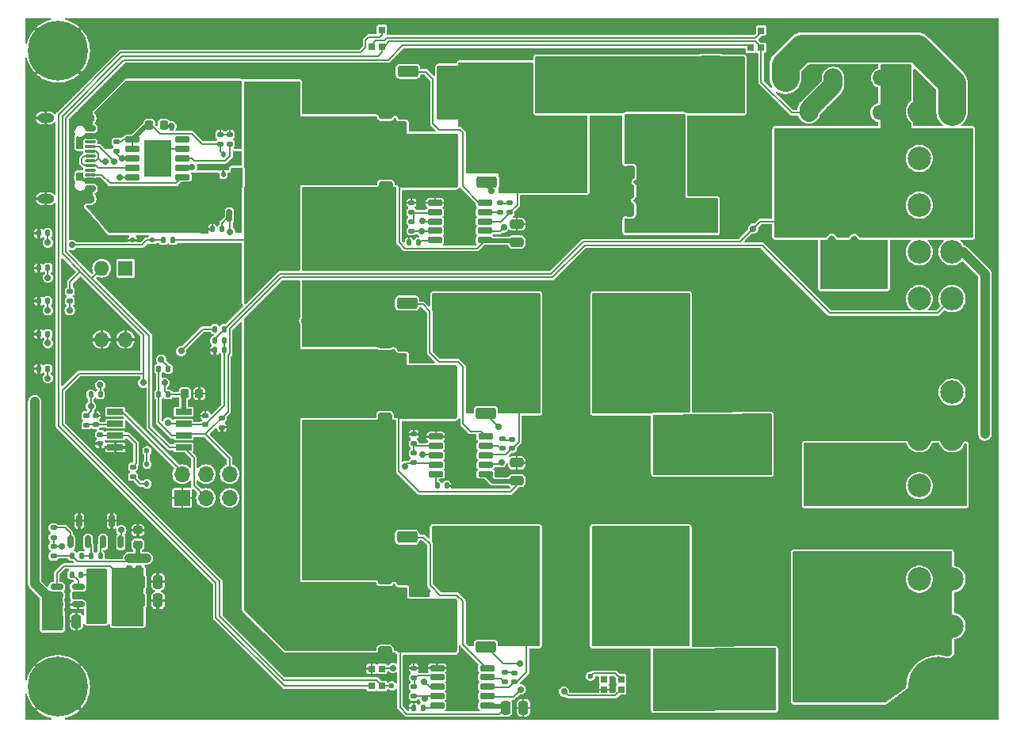
<source format=gbr>
%TF.GenerationSoftware,KiCad,Pcbnew,8.0.5-8.0.5-0~ubuntu24.04.1*%
%TF.CreationDate,2024-10-13T20:58:15+02:00*%
%TF.ProjectId,PD_PSU,50445f50-5355-42e6-9b69-6361645f7063,rev?*%
%TF.SameCoordinates,Original*%
%TF.FileFunction,Copper,L1,Top*%
%TF.FilePolarity,Positive*%
%FSLAX46Y46*%
G04 Gerber Fmt 4.6, Leading zero omitted, Abs format (unit mm)*
G04 Created by KiCad (PCBNEW 8.0.5-8.0.5-0~ubuntu24.04.1) date 2024-10-13 20:58:15*
%MOMM*%
%LPD*%
G01*
G04 APERTURE LIST*
G04 Aperture macros list*
%AMRoundRect*
0 Rectangle with rounded corners*
0 $1 Rounding radius*
0 $2 $3 $4 $5 $6 $7 $8 $9 X,Y pos of 4 corners*
0 Add a 4 corners polygon primitive as box body*
4,1,4,$2,$3,$4,$5,$6,$7,$8,$9,$2,$3,0*
0 Add four circle primitives for the rounded corners*
1,1,$1+$1,$2,$3*
1,1,$1+$1,$4,$5*
1,1,$1+$1,$6,$7*
1,1,$1+$1,$8,$9*
0 Add four rect primitives between the rounded corners*
20,1,$1+$1,$2,$3,$4,$5,0*
20,1,$1+$1,$4,$5,$6,$7,0*
20,1,$1+$1,$6,$7,$8,$9,0*
20,1,$1+$1,$8,$9,$2,$3,0*%
G04 Aperture macros list end*
%TA.AperFunction,SMDPad,CuDef*%
%ADD10RoundRect,0.225000X0.250000X-0.225000X0.250000X0.225000X-0.250000X0.225000X-0.250000X-0.225000X0*%
%TD*%
%TA.AperFunction,SMDPad,CuDef*%
%ADD11RoundRect,0.135000X0.185000X-0.135000X0.185000X0.135000X-0.185000X0.135000X-0.185000X-0.135000X0*%
%TD*%
%TA.AperFunction,SMDPad,CuDef*%
%ADD12RoundRect,0.250000X-0.850000X-0.350000X0.850000X-0.350000X0.850000X0.350000X-0.850000X0.350000X0*%
%TD*%
%TA.AperFunction,SMDPad,CuDef*%
%ADD13RoundRect,0.250000X-1.275000X-1.125000X1.275000X-1.125000X1.275000X1.125000X-1.275000X1.125000X0*%
%TD*%
%TA.AperFunction,SMDPad,CuDef*%
%ADD14RoundRect,0.249997X-2.950003X-2.650003X2.950003X-2.650003X2.950003X2.650003X-2.950003X2.650003X0*%
%TD*%
%TA.AperFunction,SMDPad,CuDef*%
%ADD15R,1.700000X3.700000*%
%TD*%
%TA.AperFunction,SMDPad,CuDef*%
%ADD16RoundRect,0.250000X-1.000000X1.750000X-1.000000X-1.750000X1.000000X-1.750000X1.000000X1.750000X0*%
%TD*%
%TA.AperFunction,SMDPad,CuDef*%
%ADD17RoundRect,0.135000X-0.185000X0.135000X-0.185000X-0.135000X0.185000X-0.135000X0.185000X0.135000X0*%
%TD*%
%TA.AperFunction,SMDPad,CuDef*%
%ADD18RoundRect,0.150000X0.150000X-0.512500X0.150000X0.512500X-0.150000X0.512500X-0.150000X-0.512500X0*%
%TD*%
%TA.AperFunction,SMDPad,CuDef*%
%ADD19RoundRect,0.250000X0.250000X0.475000X-0.250000X0.475000X-0.250000X-0.475000X0.250000X-0.475000X0*%
%TD*%
%TA.AperFunction,ComponentPad*%
%ADD20R,1.600000X1.600000*%
%TD*%
%TA.AperFunction,ComponentPad*%
%ADD21O,1.600000X1.600000*%
%TD*%
%TA.AperFunction,SMDPad,CuDef*%
%ADD22RoundRect,0.135000X0.135000X0.185000X-0.135000X0.185000X-0.135000X-0.185000X0.135000X-0.185000X0*%
%TD*%
%TA.AperFunction,SMDPad,CuDef*%
%ADD23RoundRect,0.147500X-0.147500X-0.172500X0.147500X-0.172500X0.147500X0.172500X-0.147500X0.172500X0*%
%TD*%
%TA.AperFunction,SMDPad,CuDef*%
%ADD24R,0.700000X0.700000*%
%TD*%
%TA.AperFunction,SMDPad,CuDef*%
%ADD25RoundRect,0.250000X0.475000X-0.250000X0.475000X0.250000X-0.475000X0.250000X-0.475000X-0.250000X0*%
%TD*%
%TA.AperFunction,SMDPad,CuDef*%
%ADD26RoundRect,0.112500X-0.112500X0.187500X-0.112500X-0.187500X0.112500X-0.187500X0.112500X0.187500X0*%
%TD*%
%TA.AperFunction,SMDPad,CuDef*%
%ADD27RoundRect,0.135000X-0.135000X-0.185000X0.135000X-0.185000X0.135000X0.185000X-0.135000X0.185000X0*%
%TD*%
%TA.AperFunction,SMDPad,CuDef*%
%ADD28RoundRect,0.250000X-0.250000X-0.475000X0.250000X-0.475000X0.250000X0.475000X-0.250000X0.475000X0*%
%TD*%
%TA.AperFunction,ComponentPad*%
%ADD29C,1.700000*%
%TD*%
%TA.AperFunction,ComponentPad*%
%ADD30O,1.700000X1.700000*%
%TD*%
%TA.AperFunction,SMDPad,CuDef*%
%ADD31RoundRect,0.112500X0.187500X0.112500X-0.187500X0.112500X-0.187500X-0.112500X0.187500X-0.112500X0*%
%TD*%
%TA.AperFunction,SMDPad,CuDef*%
%ADD32R,5.000000X3.100000*%
%TD*%
%TA.AperFunction,SMDPad,CuDef*%
%ADD33RoundRect,0.250000X1.425000X-0.362500X1.425000X0.362500X-1.425000X0.362500X-1.425000X-0.362500X0*%
%TD*%
%TA.AperFunction,SMDPad,CuDef*%
%ADD34RoundRect,0.150000X-0.512500X-0.150000X0.512500X-0.150000X0.512500X0.150000X-0.512500X0.150000X0*%
%TD*%
%TA.AperFunction,SMDPad,CuDef*%
%ADD35RoundRect,0.140000X0.170000X-0.140000X0.170000X0.140000X-0.170000X0.140000X-0.170000X-0.140000X0*%
%TD*%
%TA.AperFunction,SMDPad,CuDef*%
%ADD36RoundRect,0.250000X0.850000X0.350000X-0.850000X0.350000X-0.850000X-0.350000X0.850000X-0.350000X0*%
%TD*%
%TA.AperFunction,SMDPad,CuDef*%
%ADD37RoundRect,0.250000X1.275000X1.125000X-1.275000X1.125000X-1.275000X-1.125000X1.275000X-1.125000X0*%
%TD*%
%TA.AperFunction,SMDPad,CuDef*%
%ADD38RoundRect,0.249997X2.950003X2.650003X-2.950003X2.650003X-2.950003X-2.650003X2.950003X-2.650003X0*%
%TD*%
%TA.AperFunction,SMDPad,CuDef*%
%ADD39RoundRect,0.140000X-0.170000X0.140000X-0.170000X-0.140000X0.170000X-0.140000X0.170000X0.140000X0*%
%TD*%
%TA.AperFunction,SMDPad,CuDef*%
%ADD40R,1.700000X0.650000*%
%TD*%
%TA.AperFunction,SMDPad,CuDef*%
%ADD41RoundRect,0.250000X-1.750000X-1.000000X1.750000X-1.000000X1.750000X1.000000X-1.750000X1.000000X0*%
%TD*%
%TA.AperFunction,SMDPad,CuDef*%
%ADD42RoundRect,0.140000X-0.140000X-0.170000X0.140000X-0.170000X0.140000X0.170000X-0.140000X0.170000X0*%
%TD*%
%TA.AperFunction,ComponentPad*%
%ADD43C,6.400000*%
%TD*%
%TA.AperFunction,SMDPad,CuDef*%
%ADD44R,3.100000X5.000000*%
%TD*%
%TA.AperFunction,SMDPad,CuDef*%
%ADD45RoundRect,0.225000X-0.225000X-0.250000X0.225000X-0.250000X0.225000X0.250000X-0.225000X0.250000X0*%
%TD*%
%TA.AperFunction,SMDPad,CuDef*%
%ADD46RoundRect,0.250000X-0.475000X0.250000X-0.475000X-0.250000X0.475000X-0.250000X0.475000X0.250000X0*%
%TD*%
%TA.AperFunction,SMDPad,CuDef*%
%ADD47RoundRect,0.150000X0.637500X0.150000X-0.637500X0.150000X-0.637500X-0.150000X0.637500X-0.150000X0*%
%TD*%
%TA.AperFunction,ComponentPad*%
%ADD48R,1.700000X1.700000*%
%TD*%
%TA.AperFunction,SMDPad,CuDef*%
%ADD49RoundRect,0.250000X1.000000X-1.750000X1.000000X1.750000X-1.000000X1.750000X-1.000000X-1.750000X0*%
%TD*%
%TA.AperFunction,ComponentPad*%
%ADD50C,2.500000*%
%TD*%
%TA.AperFunction,SMDPad,CuDef*%
%ADD51R,3.000000X4.000000*%
%TD*%
%TA.AperFunction,SMDPad,CuDef*%
%ADD52RoundRect,0.150000X-0.637500X-0.150000X0.637500X-0.150000X0.637500X0.150000X-0.637500X0.150000X0*%
%TD*%
%TA.AperFunction,SMDPad,CuDef*%
%ADD53RoundRect,0.150000X-0.425000X0.150000X-0.425000X-0.150000X0.425000X-0.150000X0.425000X0.150000X0*%
%TD*%
%TA.AperFunction,SMDPad,CuDef*%
%ADD54RoundRect,0.075000X-0.500000X0.075000X-0.500000X-0.075000X0.500000X-0.075000X0.500000X0.075000X0*%
%TD*%
%TA.AperFunction,ComponentPad*%
%ADD55O,2.100000X1.000000*%
%TD*%
%TA.AperFunction,ComponentPad*%
%ADD56O,1.800000X1.000000*%
%TD*%
%TA.AperFunction,SMDPad,CuDef*%
%ADD57RoundRect,0.375000X-0.625000X-0.375000X0.625000X-0.375000X0.625000X0.375000X-0.625000X0.375000X0*%
%TD*%
%TA.AperFunction,ViaPad*%
%ADD58C,0.700000*%
%TD*%
%TA.AperFunction,ViaPad*%
%ADD59C,0.600000*%
%TD*%
%TA.AperFunction,Conductor*%
%ADD60C,0.200000*%
%TD*%
%TA.AperFunction,Conductor*%
%ADD61C,0.500000*%
%TD*%
%TA.AperFunction,Conductor*%
%ADD62C,2.000000*%
%TD*%
%TA.AperFunction,Conductor*%
%ADD63C,3.000000*%
%TD*%
%TA.AperFunction,Conductor*%
%ADD64C,1.000000*%
%TD*%
G04 APERTURE END LIST*
D10*
%TO.P,C37,1*%
%TO.N,+5V_SB*%
X59600000Y-79325000D03*
%TO.P,C37,2*%
%TO.N,GND*%
X59600000Y-77775000D03*
%TD*%
D11*
%TO.P,R25,1*%
%TO.N,GND*%
X68583496Y-66788468D03*
%TO.P,R25,2*%
%TO.N,MISO{slash}IO1*%
X68583496Y-65768468D03*
%TD*%
D12*
%TO.P,Q2,1,G*%
%TO.N,Net-(Q2-G)*%
X88458496Y-28723468D03*
D13*
%TO.P,Q2,2,D*%
%TO.N,/buck/12_fet*%
X93083496Y-29478468D03*
X93083496Y-32528468D03*
D14*
X94758496Y-31003468D03*
D13*
X96433496Y-29478468D03*
X96433496Y-32528468D03*
D12*
%TO.P,Q2,3,S*%
%TO.N,GND*%
X88458496Y-33283468D03*
%TD*%
D15*
%TO.P,L4,1*%
%TO.N,/SB1*%
X55250000Y-84778468D03*
%TO.P,L4,2*%
%TO.N,/SB2*%
X57950000Y-84778468D03*
%TD*%
D16*
%TO.P,C12,1*%
%TO.N,CSP1*%
X120833496Y-29028468D03*
%TO.P,C12,2*%
%TO.N,GND*%
X120833496Y-37028468D03*
%TD*%
D17*
%TO.P,R1,1*%
%TO.N,VIN*%
X68400000Y-35490000D03*
%TO.P,R1,2*%
%TO.N,Net-(D12-K)*%
X68400000Y-36510000D03*
%TD*%
D12*
%TO.P,Q4,1,G*%
%TO.N,Net-(Q4-G)*%
X88383496Y-53500968D03*
D13*
%TO.P,Q4,2,D*%
%TO.N,/buck/5_fet*%
X93008496Y-54255968D03*
X93008496Y-57305968D03*
D14*
X94683496Y-55780968D03*
D13*
X96358496Y-54255968D03*
X96358496Y-57305968D03*
D12*
%TO.P,Q4,3,S*%
%TO.N,GND*%
X88383496Y-58060968D03*
%TD*%
D18*
%TO.P,Q7,1,G*%
%TO.N,Net-(Q7-G)*%
X69383496Y-44165968D03*
%TO.P,Q7,2,D*%
%TO.N,VCC*%
X71283496Y-44165968D03*
%TO.P,Q7,3,S*%
%TO.N,VIN*%
X70333496Y-41890968D03*
%TD*%
D19*
%TO.P,C32,1*%
%TO.N,CSN3*%
X115533496Y-93778468D03*
%TO.P,C32,2*%
%TO.N,GND*%
X113633496Y-93778468D03*
%TD*%
D20*
%TO.P,SW1,1*%
%TO.N,Net-(U1-CFG3)*%
X58283496Y-49778468D03*
D21*
%TO.P,SW1,2*%
%TO.N,MOSI{slash}IO0*%
X55743496Y-49778468D03*
%TO.P,SW1,3*%
%TO.N,GND*%
X55743496Y-57398468D03*
%TO.P,SW1,4*%
X58283496Y-57398468D03*
%TD*%
D11*
%TO.P,FB4,1*%
%TO.N,/SB2*%
X59700000Y-81810000D03*
%TO.P,FB4,2*%
%TO.N,+5V_SB*%
X59700000Y-80790000D03*
%TD*%
D22*
%TO.P,R30,1*%
%TO.N,Net-(Q7-G)*%
X68603496Y-45600000D03*
%TO.P,R30,2*%
%TO.N,VIN*%
X67583496Y-45600000D03*
%TD*%
D23*
%TO.P,D5,1,K*%
%TO.N,GND*%
X49015000Y-60528468D03*
%TO.P,D5,2,A*%
%TO.N,Net-(D5-A)*%
X49985000Y-60528468D03*
%TD*%
D24*
%TO.P,D1,1,DOUT*%
%TO.N,Net-(D1-DOUT)*%
X126183496Y-24363468D03*
%TO.P,D1,2,VSS*%
%TO.N,GND*%
X125083496Y-24363468D03*
%TO.P,D1,3,DIN*%
%TO.N,MOSI{slash}IO0*%
X125083496Y-26193468D03*
%TO.P,D1,4,VDD*%
%TO.N,+5V*%
X126183496Y-26193468D03*
%TD*%
D25*
%TO.P,C33,1*%
%TO.N,CSN3*%
X119833496Y-91478468D03*
%TO.P,C33,2*%
%TO.N,GND*%
X119833496Y-89578468D03*
%TD*%
D26*
%TO.P,D11,1,K*%
%TO.N,+5V*%
X60583496Y-70728468D03*
%TO.P,D11,2,A*%
%TO.N,Net-(D11-A)*%
X60583496Y-72828468D03*
%TD*%
D27*
%TO.P,R8,1*%
%TO.N,Net-(U3-FS)*%
X91573496Y-73028468D03*
%TO.P,R8,2*%
%TO.N,GND*%
X92593496Y-73028468D03*
%TD*%
D28*
%TO.P,C42,1*%
%TO.N,VIN*%
X51133496Y-87528468D03*
%TO.P,C42,2*%
%TO.N,GND*%
X53033496Y-87528468D03*
%TD*%
D29*
%TO.P,J4,1,Pin_1*%
%TO.N,+3.3V*%
X128793496Y-29428468D03*
D30*
%TO.P,J4,2,Pin_2*%
%TO.N,GND*%
X131333496Y-29428468D03*
%TO.P,J4,3,Pin_3*%
%TO.N,+5V*%
X133873496Y-29428468D03*
%TO.P,J4,4,Pin_4*%
%TO.N,GND*%
X136413496Y-29428468D03*
%TO.P,J4,5,Pin_5*%
%TO.N,+12V*%
X138953496Y-29428468D03*
%TD*%
D31*
%TO.P,D10,1,K*%
%TO.N,Net-(D10-K)*%
X61133496Y-46778468D03*
%TO.P,D10,2,A*%
%TO.N,GND*%
X59033496Y-46778468D03*
%TD*%
D23*
%TO.P,D9,1,K*%
%TO.N,GND*%
X49015000Y-46028468D03*
%TO.P,D9,2,A*%
%TO.N,Net-(D10-K)*%
X49985000Y-46028468D03*
%TD*%
D22*
%TO.P,R28,1*%
%TO.N,+12V*%
X68843496Y-56278468D03*
%TO.P,R28,2*%
%TO.N,Net-(D8-A)*%
X67823496Y-56278468D03*
%TD*%
%TO.P,R14,1*%
%TO.N,Net-(U5-FS)*%
X90083496Y-96778468D03*
%TO.P,R14,2*%
%TO.N,GND*%
X89063496Y-96778468D03*
%TD*%
D32*
%TO.P,L1,1*%
%TO.N,CSP1*%
X104833496Y-28928468D03*
%TO.P,L1,2*%
%TO.N,/buck/12_fet*%
X104833496Y-40028468D03*
%TD*%
D33*
%TO.P,R16,1*%
%TO.N,CSN3*%
X116583496Y-91203468D03*
%TO.P,R16,2*%
%TO.N,CSP3*%
X116583496Y-85278468D03*
%TD*%
D34*
%TO.P,U6,1,FB*%
%TO.N,/SB2*%
X50945996Y-83828468D03*
%TO.P,U6,2,EN*%
%TO.N,VIN*%
X50945996Y-84778468D03*
%TO.P,U6,3,IN*%
X50945996Y-85728468D03*
%TO.P,U6,4,GND*%
%TO.N,GND*%
X53220996Y-85728468D03*
%TO.P,U6,5,SW*%
%TO.N,/SB1*%
X53220996Y-84778468D03*
%TO.P,U6,6,BST*%
%TO.N,Net-(U6-BST)*%
X53220996Y-83828468D03*
%TD*%
D17*
%TO.P,R34,1*%
%TO.N,EN*%
X50600000Y-79518468D03*
%TO.P,R34,2*%
%TO.N,+5V_SB*%
X50600000Y-80538468D03*
%TD*%
D35*
%TO.P,C6,1*%
%TO.N,/buck/12_fet*%
X99333496Y-43758468D03*
%TO.P,C6,2*%
%TO.N,Net-(C6-Pad2)*%
X99333496Y-42798468D03*
%TD*%
D22*
%TO.P,R31,1*%
%TO.N,Net-(Q9-C)*%
X53603496Y-80528468D03*
%TO.P,R31,2*%
%TO.N,+5V_SB*%
X52583496Y-80528468D03*
%TD*%
%TO.P,R24,1*%
%TO.N,+5V*%
X62843496Y-63278468D03*
%TO.P,R24,2*%
%TO.N,MISO{slash}IO1*%
X61823496Y-63278468D03*
%TD*%
D18*
%TO.P,Q8,1,B*%
%TO.N,Net-(Q8-B)*%
X55883496Y-79053468D03*
%TO.P,Q8,2,C*%
%TO.N,Net-(Q7-G)*%
X57783496Y-79053468D03*
%TO.P,Q8,3,E*%
%TO.N,GND*%
X56833496Y-76778468D03*
%TD*%
D17*
%TO.P,R15,1*%
%TO.N,Net-(U5-FB)*%
X89083496Y-94518468D03*
%TO.P,R15,2*%
%TO.N,CSN3*%
X89083496Y-95538468D03*
%TD*%
D29*
%TO.P,J5,1,Pin_1*%
%TO.N,+12V*%
X138913496Y-33128468D03*
D30*
%TO.P,J5,2,Pin_2*%
%TO.N,GND*%
X136373496Y-33128468D03*
%TO.P,J5,3,Pin_3*%
X133833496Y-33128468D03*
%TO.P,J5,4,Pin_4*%
%TO.N,+5V*%
X131293496Y-33128468D03*
%TD*%
D27*
%TO.P,R21,1*%
%TO.N,GND*%
X67823496Y-58528468D03*
%TO.P,R21,2*%
%TO.N,SCK{slash}A1*%
X68843496Y-58528468D03*
%TD*%
D24*
%TO.P,D3,1,DOUT*%
%TO.N,Net-(D3-DOUT)*%
X85683496Y-92613468D03*
%TO.P,D3,2,VSS*%
%TO.N,GND*%
X84583496Y-92613468D03*
%TO.P,D3,3,DIN*%
%TO.N,Net-(D2-DOUT)*%
X84583496Y-94443468D03*
%TO.P,D3,4,VDD*%
%TO.N,+5V*%
X85683496Y-94443468D03*
%TD*%
D17*
%TO.P,R13,1*%
%TO.N,+3.3V*%
X54083496Y-65518468D03*
%TO.P,R13,2*%
%TO.N,A3*%
X54083496Y-66538468D03*
%TD*%
%TO.P,R18,1*%
%TO.N,GND*%
X89083496Y-92518468D03*
%TO.P,R18,2*%
%TO.N,Net-(U5-FB)*%
X89083496Y-93538468D03*
%TD*%
D36*
%TO.P,Q3,1,G*%
%TO.N,Net-(Q3-G)*%
X96783496Y-65305968D03*
D37*
%TO.P,Q3,2,D*%
%TO.N,VCC*%
X92158496Y-64550968D03*
X92158496Y-61500968D03*
D38*
X90483496Y-63025968D03*
D37*
X88808496Y-64550968D03*
X88808496Y-61500968D03*
D36*
%TO.P,Q3,3,S*%
%TO.N,/buck/5_fet*%
X96783496Y-60745968D03*
%TD*%
D23*
%TO.P,D6,1,K*%
%TO.N,GND*%
X49015000Y-56815968D03*
%TO.P,D6,2,A*%
%TO.N,Net-(D6-A)*%
X49985000Y-56815968D03*
%TD*%
D22*
%TO.P,R20,1*%
%TO.N,SCK{slash}A1*%
X68843496Y-57528468D03*
%TO.P,R20,2*%
%TO.N,+12V*%
X67823496Y-57528468D03*
%TD*%
D39*
%TO.P,C37,1*%
%TO.N,A2*%
X55583496Y-67548468D03*
%TO.P,C37,2*%
%TO.N,GND*%
X55583496Y-68508468D03*
%TD*%
D17*
%TO.P,R4,1*%
%TO.N,Net-(U2-FB)*%
X88833496Y-44768468D03*
%TO.P,R4,2*%
%TO.N,CSN1*%
X88833496Y-45788468D03*
%TD*%
D40*
%TO.P,U4,1,~{RESET}/PB5*%
%TO.N,RST*%
X57183496Y-65123468D03*
%TO.P,U4,2,PB3*%
%TO.N,A3*%
X57183496Y-66393468D03*
%TO.P,U4,3,PB4*%
%TO.N,A2*%
X57183496Y-67663468D03*
%TO.P,U4,4,GND*%
%TO.N,GND*%
X57183496Y-68933468D03*
%TO.P,U4,5,PB0*%
%TO.N,MOSI{slash}IO0*%
X64483496Y-68933468D03*
%TO.P,U4,6,PB1*%
%TO.N,MISO{slash}IO1*%
X64483496Y-67663468D03*
%TO.P,U4,7,PB2*%
%TO.N,SCK{slash}A1*%
X64483496Y-66393468D03*
%TO.P,U4,8,VCC*%
%TO.N,+5V*%
X64483496Y-65123468D03*
%TD*%
D19*
%TO.P,C26,1*%
%TO.N,GND*%
X100783496Y-96778468D03*
%TO.P,C26,2*%
%TO.N,VCC*%
X98883496Y-96778468D03*
%TD*%
D36*
%TO.P,Q5,1,G*%
%TO.N,Net-(Q5-G)*%
X96783496Y-90305968D03*
D37*
%TO.P,Q5,2,D*%
%TO.N,VCC*%
X92158496Y-89550968D03*
X92158496Y-86500968D03*
D38*
X90483496Y-88025968D03*
D37*
X88808496Y-89550968D03*
X88808496Y-86500968D03*
D36*
%TO.P,Q5,3,S*%
%TO.N,/buck/3\u002C3_fet*%
X96783496Y-85745968D03*
%TD*%
D28*
%TO.P,C39,1*%
%TO.N,/SB2*%
X59850000Y-85300000D03*
%TO.P,C39,2*%
%TO.N,GND*%
X61750000Y-85300000D03*
%TD*%
D41*
%TO.P,C36,1*%
%TO.N,CSP3*%
X114583496Y-78778468D03*
%TO.P,C36,2*%
%TO.N,GND*%
X122583496Y-78778468D03*
%TD*%
D17*
%TO.P,R7,1*%
%TO.N,GND*%
X88833496Y-42778468D03*
%TO.P,R7,2*%
%TO.N,Net-(U2-FB)*%
X88833496Y-43798468D03*
%TD*%
D23*
%TO.P,D8,1,K*%
%TO.N,GND*%
X49030000Y-49740968D03*
%TO.P,D8,2,A*%
%TO.N,Net-(D8-A)*%
X50000000Y-49740968D03*
%TD*%
D25*
%TO.P,C18,1*%
%TO.N,CSN2*%
X119833496Y-66478468D03*
%TO.P,C18,2*%
%TO.N,GND*%
X119833496Y-64578468D03*
%TD*%
%TO.P,C9,1*%
%TO.N,CSN1*%
X120833496Y-42978468D03*
%TO.P,C9,2*%
%TO.N,GND*%
X120833496Y-41078468D03*
%TD*%
D35*
%TO.P,C30,1*%
%TO.N,/buck/3\u002C3_fet*%
X99833496Y-94028468D03*
%TO.P,C30,2*%
%TO.N,Net-(C30-Pad2)*%
X99833496Y-93068468D03*
%TD*%
D19*
%TO.P,C7,1*%
%TO.N,CSN1*%
X114083496Y-39528468D03*
%TO.P,C7,2*%
%TO.N,GND*%
X112183496Y-39528468D03*
%TD*%
D11*
%TO.P,FB5,1*%
%TO.N,/SB2*%
X58700000Y-81810000D03*
%TO.P,FB5,2*%
%TO.N,+5V_SB*%
X58700000Y-80790000D03*
%TD*%
D25*
%TO.P,C35,1*%
%TO.N,CSN3*%
X123833496Y-91478468D03*
%TO.P,C35,2*%
%TO.N,GND*%
X123833496Y-89578468D03*
%TD*%
D42*
%TO.P,C41,1*%
%TO.N,Net-(U6-BST)*%
X52583496Y-82528468D03*
%TO.P,C41,2*%
%TO.N,/SB1*%
X53543496Y-82528468D03*
%TD*%
D24*
%TO.P,D4,1,DOUT*%
%TO.N,unconnected-(D4-DOUT-Pad1)*%
X109418496Y-93728468D03*
%TO.P,D4,2,VSS*%
%TO.N,GND*%
X109418496Y-94828468D03*
%TO.P,D4,3,DIN*%
%TO.N,Net-(D3-DOUT)*%
X111248496Y-94828468D03*
%TO.P,D4,4,VDD*%
%TO.N,+5V*%
X111248496Y-93728468D03*
%TD*%
D43*
%TO.P,H2,1,1*%
%TO.N,GND*%
X145083496Y-94528468D03*
%TD*%
D17*
%TO.P,R27,1*%
%TO.N,+5V*%
X52333496Y-52268468D03*
%TO.P,R27,2*%
%TO.N,Net-(D7-A)*%
X52333496Y-53288468D03*
%TD*%
D33*
%TO.P,R5,1*%
%TO.N,CSN1*%
X113333496Y-35703468D03*
%TO.P,R5,2*%
%TO.N,CSP1*%
X113333496Y-29778468D03*
%TD*%
D36*
%TO.P,Q1,1,G*%
%TO.N,Net-(Q1-G)*%
X96883496Y-40558468D03*
D37*
%TO.P,Q1,2,D*%
%TO.N,VCC*%
X92258496Y-39803468D03*
X92258496Y-36753468D03*
D38*
X90583496Y-38278468D03*
D37*
X88908496Y-39803468D03*
X88908496Y-36753468D03*
D36*
%TO.P,Q1,3,S*%
%TO.N,/buck/12_fet*%
X96883496Y-35998468D03*
%TD*%
D24*
%TO.P,D2,1,DOUT*%
%TO.N,Net-(D2-DOUT)*%
X85683496Y-24278468D03*
%TO.P,D2,2,VSS*%
%TO.N,GND*%
X84583496Y-24278468D03*
%TO.P,D2,3,DIN*%
%TO.N,Net-(D1-DOUT)*%
X84583496Y-26108468D03*
%TO.P,D2,4,VDD*%
%TO.N,+5V*%
X85683496Y-26108468D03*
%TD*%
D43*
%TO.P,H4,1,1*%
%TO.N,GND*%
X51083496Y-26528468D03*
%TD*%
D44*
%TO.P,L3,1*%
%TO.N,CSP3*%
X111133496Y-83778468D03*
%TO.P,L3,2*%
%TO.N,/buck/3\u002C3_fet*%
X100033496Y-83778468D03*
%TD*%
D19*
%TO.P,C31,1*%
%TO.N,CSN3*%
X115533496Y-95778468D03*
%TO.P,C31,2*%
%TO.N,GND*%
X113633496Y-95778468D03*
%TD*%
D44*
%TO.P,L2,1*%
%TO.N,CSP2*%
X111183496Y-59028468D03*
%TO.P,L2,2*%
%TO.N,/buck/5_fet*%
X100083496Y-59028468D03*
%TD*%
D35*
%TO.P,C38,1*%
%TO.N,SCK{slash}A1*%
X66833496Y-66488468D03*
%TO.P,C38,2*%
%TO.N,GND*%
X66833496Y-65528468D03*
%TD*%
D22*
%TO.P,R29,1*%
%TO.N,VCC*%
X63343496Y-46778468D03*
%TO.P,R29,2*%
%TO.N,Net-(D10-K)*%
X62323496Y-46778468D03*
%TD*%
D17*
%TO.P,R9,1*%
%TO.N,Net-(U3-FB)*%
X89083496Y-69518468D03*
%TO.P,R9,2*%
%TO.N,CSN2*%
X89083496Y-70538468D03*
%TD*%
D19*
%TO.P,C11,1*%
%TO.N,CSN1*%
X114033496Y-41528468D03*
%TO.P,C11,2*%
%TO.N,GND*%
X112133496Y-41528468D03*
%TD*%
D17*
%TO.P,R6,1*%
%TO.N,Net-(C6-Pad2)*%
X98333496Y-42768468D03*
%TO.P,R6,2*%
%TO.N,Net-(U2-BST)*%
X98333496Y-43788468D03*
%TD*%
D45*
%TO.P,C24,1*%
%TO.N,+5V*%
X64608496Y-63200000D03*
%TO.P,C24,2*%
%TO.N,GND*%
X66158496Y-63200000D03*
%TD*%
D11*
%TO.P,R33,1*%
%TO.N,EN*%
X50600000Y-78548468D03*
%TO.P,R33,2*%
%TO.N,Net-(Q9-B)*%
X50600000Y-77528468D03*
%TD*%
D19*
%TO.P,C22,1*%
%TO.N,CSN2*%
X115533496Y-68778468D03*
%TO.P,C22,2*%
%TO.N,GND*%
X113633496Y-68778468D03*
%TD*%
D18*
%TO.P,Q9,1,B*%
%TO.N,Net-(Q9-B)*%
X52383496Y-79053468D03*
%TO.P,Q9,2,C*%
%TO.N,Net-(Q9-C)*%
X54283496Y-79053468D03*
%TO.P,Q9,3,E*%
%TO.N,GND*%
X53333496Y-76778468D03*
%TD*%
D46*
%TO.P,C2,1*%
%TO.N,GND*%
X100083496Y-45078468D03*
%TO.P,C2,2*%
%TO.N,VCC*%
X100083496Y-46978468D03*
%TD*%
D47*
%TO.P,U2,1,VIN*%
%TO.N,VCC*%
X96658496Y-46778468D03*
%TO.P,U2,2,HG*%
%TO.N,Net-(Q1-G)*%
X96658496Y-45778468D03*
%TO.P,U2,3,SW*%
%TO.N,/buck/12_fet*%
X96658496Y-44778468D03*
%TO.P,U2,4,BST*%
%TO.N,Net-(U2-BST)*%
X96658496Y-43778468D03*
%TO.P,U2,5,LG*%
%TO.N,Net-(Q2-G)*%
X96658496Y-42778468D03*
%TO.P,U2,6,GND*%
%TO.N,GND*%
X91333496Y-42778468D03*
%TO.P,U2,7,FB*%
%TO.N,Net-(U2-FB)*%
X91333496Y-43778468D03*
%TO.P,U2,8,CSP*%
%TO.N,CSP1*%
X91333496Y-44778468D03*
%TO.P,U2,9,CSN*%
%TO.N,CSN1*%
X91333496Y-45778468D03*
%TO.P,U2,10,FS*%
%TO.N,Net-(U2-FS)*%
X91333496Y-46778468D03*
%TD*%
D12*
%TO.P,Q6,1,G*%
%TO.N,Net-(Q6-G)*%
X88358496Y-78523468D03*
D13*
%TO.P,Q6,2,D*%
%TO.N,/buck/3\u002C3_fet*%
X92983496Y-79278468D03*
X92983496Y-82328468D03*
D14*
X94658496Y-80803468D03*
D13*
X96333496Y-79278468D03*
X96333496Y-82328468D03*
D12*
%TO.P,Q6,3,S*%
%TO.N,GND*%
X88358496Y-83083468D03*
%TD*%
D47*
%TO.P,U3,1,VIN*%
%TO.N,VCC*%
X96745996Y-71778468D03*
%TO.P,U3,2,HG*%
%TO.N,Net-(Q3-G)*%
X96745996Y-70778468D03*
%TO.P,U3,3,SW*%
%TO.N,/buck/5_fet*%
X96745996Y-69778468D03*
%TO.P,U3,4,BST*%
%TO.N,Net-(U3-BST)*%
X96745996Y-68778468D03*
%TO.P,U3,5,LG*%
%TO.N,Net-(Q4-G)*%
X96745996Y-67778468D03*
%TO.P,U3,6,GND*%
%TO.N,GND*%
X91420996Y-67778468D03*
%TO.P,U3,7,FB*%
%TO.N,Net-(U3-FB)*%
X91420996Y-68778468D03*
%TO.P,U3,8,CSP*%
%TO.N,CSP2*%
X91420996Y-69778468D03*
%TO.P,U3,9,CSN*%
%TO.N,CSN2*%
X91420996Y-70778468D03*
%TO.P,U3,10,FS*%
%TO.N,Net-(U3-FS)*%
X91420996Y-71778468D03*
%TD*%
D33*
%TO.P,R10,1*%
%TO.N,CSN2*%
X116583496Y-66453468D03*
%TO.P,R10,2*%
%TO.N,CSP2*%
X116583496Y-60528468D03*
%TD*%
D48*
%TO.P,J6,1,Pin_1*%
%TO.N,GND*%
X64333496Y-74340000D03*
D30*
%TO.P,J6,2,Pin_2*%
%TO.N,RST*%
X64333496Y-71800000D03*
%TO.P,J6,3,Pin_3*%
%TO.N,MOSI{slash}IO0*%
X66873496Y-74340000D03*
%TO.P,J6,4,Pin_4*%
%TO.N,SCK{slash}A1*%
X66873496Y-71800000D03*
%TO.P,J6,5,Pin_5*%
%TO.N,5V_RGB*%
X69413496Y-74340000D03*
%TO.P,J6,6,Pin_6*%
%TO.N,MISO{slash}IO1*%
X69413496Y-71800000D03*
%TD*%
D22*
%TO.P,R3,1*%
%TO.N,Net-(U2-FS)*%
X89603496Y-47028468D03*
%TO.P,R3,2*%
%TO.N,GND*%
X88583496Y-47028468D03*
%TD*%
D19*
%TO.P,C21,1*%
%TO.N,CSN2*%
X115533496Y-70778468D03*
%TO.P,C21,2*%
%TO.N,GND*%
X113633496Y-70778468D03*
%TD*%
D26*
%TO.P,D12,1,K*%
%TO.N,Net-(D12-K)*%
X68716504Y-37621532D03*
%TO.P,D12,2,A*%
%TO.N,GND*%
X68716504Y-39721532D03*
%TD*%
D45*
%TO.P,C1,1*%
%TO.N,Net-(D12-K)*%
X60825000Y-34500000D03*
%TO.P,C1,2*%
%TO.N,GND*%
X62375000Y-34500000D03*
%TD*%
D27*
%TO.P,R26,1*%
%TO.N,+3.3V*%
X54573496Y-63278468D03*
%TO.P,R26,2*%
%TO.N,Net-(D6-A)*%
X55593496Y-63278468D03*
%TD*%
D46*
%TO.P,C13,1*%
%TO.N,GND*%
X100083496Y-70578468D03*
%TO.P,C13,2*%
%TO.N,VCC*%
X100083496Y-72478468D03*
%TD*%
D23*
%TO.P,D7,1,K*%
%TO.N,GND*%
X49015000Y-53278468D03*
%TO.P,D7,2,A*%
%TO.N,Net-(D7-A)*%
X49985000Y-53278468D03*
%TD*%
D43*
%TO.P,H1,1,1*%
%TO.N,GND*%
X51083496Y-94528468D03*
%TD*%
D25*
%TO.P,C16,1*%
%TO.N,GND*%
X86000000Y-65728468D03*
%TO.P,C16,2*%
%TO.N,VCC*%
X86000000Y-63828468D03*
%TD*%
D17*
%TO.P,R12,1*%
%TO.N,GND*%
X89083496Y-67528468D03*
%TO.P,R12,2*%
%TO.N,Net-(U3-FB)*%
X89083496Y-68548468D03*
%TD*%
D49*
%TO.P,C14,1*%
%TO.N,VCC*%
X79583496Y-63278468D03*
%TO.P,C14,2*%
%TO.N,GND*%
X79583496Y-55278468D03*
%TD*%
D50*
%TO.P,J2,1,Pin_1*%
%TO.N,+3.3V*%
X146583496Y-33028468D03*
%TO.P,J2,2,Pin_2*%
%TO.N,+12V*%
X146583496Y-38028468D03*
%TO.P,J2,3,Pin_3*%
X146583496Y-43028468D03*
%TO.P,J2,4,Pin_4*%
%TO.N,+5V_SB*%
X146583496Y-48028468D03*
%TO.P,J2,5,Pin_5*%
%TO.N,MISO{slash}IO1*%
X146583496Y-53028468D03*
%TO.P,J2,6,Pin_6*%
%TO.N,GND*%
X146583496Y-58028468D03*
%TO.P,J2,7,Pin_7*%
%TO.N,+5V*%
X146583496Y-63028468D03*
%TO.P,J2,8,Pin_8*%
%TO.N,GND*%
X146583496Y-68028468D03*
%TO.P,J2,9,Pin_9*%
%TO.N,+5V*%
X146583496Y-73028468D03*
%TO.P,J2,10,Pin_10*%
%TO.N,GND*%
X146583496Y-78028468D03*
%TO.P,J2,11,Pin_11*%
%TO.N,+3.3V*%
X146583496Y-83028468D03*
%TO.P,J2,12,Pin_12*%
X146583496Y-88028468D03*
%TD*%
D25*
%TO.P,C34,1*%
%TO.N,CSN3*%
X121833496Y-91478468D03*
%TO.P,C34,2*%
%TO.N,GND*%
X121833496Y-89578468D03*
%TD*%
D17*
%TO.P,R17,1*%
%TO.N,Net-(C30-Pad2)*%
X98833496Y-93018468D03*
%TO.P,R17,2*%
%TO.N,Net-(U5-BST)*%
X98833496Y-94038468D03*
%TD*%
D25*
%TO.P,C20,1*%
%TO.N,CSN2*%
X123833496Y-66478468D03*
%TO.P,C20,2*%
%TO.N,GND*%
X123833496Y-64578468D03*
%TD*%
%TO.P,C4,1*%
%TO.N,GND*%
X86083496Y-40978468D03*
%TO.P,C4,2*%
%TO.N,VCC*%
X86083496Y-39078468D03*
%TD*%
D46*
%TO.P,C5,1*%
%TO.N,GND*%
X86083496Y-33328468D03*
%TO.P,C5,2*%
%TO.N,VCC*%
X86083496Y-35228468D03*
%TD*%
D28*
%TO.P,C40,1*%
%TO.N,/SB2*%
X59850000Y-83300000D03*
%TO.P,C40,2*%
%TO.N,GND*%
X61750000Y-83300000D03*
%TD*%
D51*
%TO.P,U1,0,GND*%
%TO.N,GND*%
X61701591Y-38028468D03*
D52*
%TO.P,U1,1,VDD*%
%TO.N,Net-(D12-K)*%
X59039091Y-36028468D03*
%TO.P,U1,2,CFG2*%
X59039091Y-37028468D03*
%TO.P,U1,3,CFG3*%
%TO.N,Net-(U1-CFG3)*%
X59039091Y-38028468D03*
%TO.P,U1,4,DP*%
%TO.N,Net-(U1-DP)*%
X59039091Y-39028468D03*
%TO.P,U1,5,DM*%
%TO.N,Net-(U1-DM)*%
X59039091Y-40028468D03*
%TO.P,U1,6,CC2*%
%TO.N,Net-(J1-CC2)*%
X64364091Y-40028468D03*
%TO.P,U1,7,CC1*%
%TO.N,Net-(J1-CC1)*%
X64364091Y-39028468D03*
%TO.P,U1,8,VBUS*%
%TO.N,Net-(U1-VBUS)*%
X64364091Y-38028468D03*
%TO.P,U1,9,CFG1*%
%TO.N,GND*%
X64364091Y-37028468D03*
%TO.P,U1,10,PG*%
%TO.N,unconnected-(U1-PG-Pad10)*%
X64364091Y-36028468D03*
%TD*%
D19*
%TO.P,C10,1*%
%TO.N,CSN1*%
X114033496Y-43528468D03*
%TO.P,C10,2*%
%TO.N,GND*%
X112133496Y-43528468D03*
%TD*%
D17*
%TO.P,R11,1*%
%TO.N,Net-(C17-Pad2)*%
X98583496Y-68018468D03*
%TO.P,R11,2*%
%TO.N,Net-(U3-BST)*%
X98583496Y-69038468D03*
%TD*%
D27*
%TO.P,R24,1*%
%TO.N,MISO{slash}IO1*%
X61823496Y-60528468D03*
%TO.P,R24,2*%
%TO.N,Net-(D5-A)*%
X62843496Y-60528468D03*
%TD*%
D49*
%TO.P,C27,1*%
%TO.N,VCC*%
X79583496Y-88528468D03*
%TO.P,C27,2*%
%TO.N,GND*%
X79583496Y-80528468D03*
%TD*%
D25*
%TO.P,C28,1*%
%TO.N,GND*%
X86000000Y-90728468D03*
%TO.P,C28,2*%
%TO.N,VCC*%
X86000000Y-88828468D03*
%TD*%
D46*
%TO.P,C29,1*%
%TO.N,GND*%
X86000000Y-83078468D03*
%TO.P,C29,2*%
%TO.N,VCC*%
X86000000Y-84978468D03*
%TD*%
%TO.P,C15,1*%
%TO.N,GND*%
X86000000Y-57828468D03*
%TO.P,C15,2*%
%TO.N,VCC*%
X86000000Y-59728468D03*
%TD*%
D17*
%TO.P,R22,1*%
%TO.N,A2*%
X59083496Y-71018468D03*
%TO.P,R22,2*%
%TO.N,Net-(D11-A)*%
X59083496Y-72038468D03*
%TD*%
D53*
%TO.P,J1,A1,GND*%
%TO.N,GND*%
X54513496Y-34828468D03*
%TO.P,J1,A4,VBUS*%
%TO.N,VIN*%
X54513496Y-35628468D03*
D54*
%TO.P,J1,A5,CC1*%
%TO.N,Net-(J1-CC1)*%
X54513496Y-36778468D03*
%TO.P,J1,A6,D+*%
%TO.N,Net-(U1-DP)*%
X54513496Y-37778468D03*
%TO.P,J1,A7,D-*%
%TO.N,Net-(U1-DM)*%
X54513496Y-38278468D03*
%TO.P,J1,A8*%
%TO.N,N/C*%
X54513496Y-39278468D03*
D53*
%TO.P,J1,A9,VBUS*%
%TO.N,VIN*%
X54513496Y-40428468D03*
%TO.P,J1,A12,GND*%
%TO.N,GND*%
X54513496Y-41228468D03*
%TO.P,J1,B1,GND*%
X54513496Y-41228468D03*
%TO.P,J1,B4,VBUS*%
%TO.N,VIN*%
X54513496Y-40428468D03*
D54*
%TO.P,J1,B5,CC2*%
%TO.N,Net-(J1-CC2)*%
X54513496Y-39778468D03*
%TO.P,J1,B6,D+*%
%TO.N,Net-(U1-DP)*%
X54513496Y-38778468D03*
%TO.P,J1,B7,D-*%
%TO.N,Net-(U1-DM)*%
X54513496Y-37278468D03*
%TO.P,J1,B8*%
%TO.N,N/C*%
X54513496Y-36278468D03*
D53*
%TO.P,J1,B9,VBUS*%
%TO.N,VIN*%
X54513496Y-35628468D03*
%TO.P,J1,B12,GND*%
%TO.N,GND*%
X54513496Y-34828468D03*
D55*
%TO.P,J1,S1,SHIELD*%
X53938496Y-33708468D03*
D56*
X49758496Y-33708468D03*
D55*
X53938496Y-42348468D03*
D56*
X49758496Y-42348468D03*
%TD*%
D28*
%TO.P,C8,1*%
%TO.N,CSN1*%
X117133496Y-40528468D03*
%TO.P,C8,2*%
%TO.N,GND*%
X119033496Y-40528468D03*
%TD*%
D11*
%TO.P,R19,1*%
%TO.N,Net-(U1-CFG3)*%
X57333496Y-37288468D03*
%TO.P,R19,2*%
%TO.N,Net-(D12-K)*%
X57333496Y-36268468D03*
%TD*%
D49*
%TO.P,C3,1*%
%TO.N,VCC*%
X79583496Y-38528468D03*
%TO.P,C3,2*%
%TO.N,GND*%
X79583496Y-30528468D03*
%TD*%
D27*
%TO.P,R32,1*%
%TO.N,Net-(Q9-C)*%
X54573496Y-80528468D03*
%TO.P,R32,2*%
%TO.N,Net-(Q8-B)*%
X55593496Y-80528468D03*
%TD*%
D57*
%TO.P,FB1,1*%
%TO.N,CSN3*%
X122333496Y-94028468D03*
%TO.P,FB1,2*%
%TO.N,+3.3V*%
X130833496Y-94028468D03*
%TD*%
D35*
%TO.P,C17,1*%
%TO.N,/buck/5_fet*%
X99583496Y-69008468D03*
%TO.P,C17,2*%
%TO.N,Net-(C17-Pad2)*%
X99583496Y-68048468D03*
%TD*%
D47*
%TO.P,U5,1,VIN*%
%TO.N,VCC*%
X96908496Y-96528468D03*
%TO.P,U5,2,HG*%
%TO.N,Net-(Q5-G)*%
X96908496Y-95528468D03*
%TO.P,U5,3,SW*%
%TO.N,/buck/3\u002C3_fet*%
X96908496Y-94528468D03*
%TO.P,U5,4,BST*%
%TO.N,Net-(U5-BST)*%
X96908496Y-93528468D03*
%TO.P,U5,5,LG*%
%TO.N,Net-(Q6-G)*%
X96908496Y-92528468D03*
%TO.P,U5,6,GND*%
%TO.N,GND*%
X91583496Y-92528468D03*
%TO.P,U5,7,FB*%
%TO.N,Net-(U5-FB)*%
X91583496Y-93528468D03*
%TO.P,U5,8,CSP*%
%TO.N,CSP3*%
X91583496Y-94528468D03*
%TO.P,U5,9,CSN*%
%TO.N,CSN3*%
X91583496Y-95528468D03*
%TO.P,U5,10,FS*%
%TO.N,Net-(U5-FS)*%
X91583496Y-96528468D03*
%TD*%
D57*
%TO.P,FB2,1*%
%TO.N,CSN2*%
X124083496Y-69528468D03*
%TO.P,FB2,2*%
%TO.N,+5V*%
X132583496Y-69528468D03*
%TD*%
%TO.P,FB3,1*%
%TO.N,CSN1*%
X120333496Y-45028468D03*
%TO.P,FB3,2*%
%TO.N,+12V*%
X128833496Y-45028468D03*
%TD*%
D17*
%TO.P,R2,1*%
%TO.N,VIN*%
X69433496Y-35490000D03*
%TO.P,R2,2*%
%TO.N,Net-(U1-VBUS)*%
X69433496Y-36510000D03*
%TD*%
D35*
%TO.P,C25,1*%
%TO.N,A3*%
X55083496Y-66508468D03*
%TO.P,C25,2*%
%TO.N,GND*%
X55083496Y-65548468D03*
%TD*%
D41*
%TO.P,C23,1*%
%TO.N,CSP2*%
X114583496Y-54028468D03*
%TO.P,C23,2*%
%TO.N,GND*%
X122583496Y-54028468D03*
%TD*%
D25*
%TO.P,C19,1*%
%TO.N,CSN2*%
X121833496Y-66478468D03*
%TO.P,C19,2*%
%TO.N,GND*%
X121833496Y-64578468D03*
%TD*%
D50*
%TO.P,J3,1,Pin_1*%
%TO.N,+3.3V*%
X143083496Y-88028468D03*
%TO.P,J3,2,Pin_2*%
%TO.N,-12V*%
X143083496Y-83028468D03*
%TO.P,J3,3,Pin_3*%
%TO.N,GND*%
X143083496Y-78028468D03*
%TO.P,J3,4,Pin_4*%
%TO.N,EN*%
X143083496Y-73028468D03*
%TO.P,J3,5,Pin_5*%
%TO.N,GND*%
X143083496Y-68028468D03*
%TO.P,J3,6,Pin_6*%
X143083496Y-63028468D03*
%TO.P,J3,7,Pin_7*%
X143083496Y-58028468D03*
%TO.P,J3,8,Pin_8*%
%TO.N,unconnected-(J3-Pin_8-Pad8)*%
X143083496Y-53028468D03*
%TO.P,J3,9,Pin_9*%
%TO.N,+5V*%
X143083496Y-48028468D03*
%TO.P,J3,10,Pin_10*%
X143083496Y-43028468D03*
%TO.P,J3,11,Pin_11*%
X143083496Y-38028468D03*
%TO.P,J3,12,Pin_12*%
%TO.N,GND*%
X143083496Y-33028468D03*
%TD*%
D58*
%TO.N,GND*%
X85933496Y-66930968D03*
X107583496Y-48278468D03*
X81533496Y-30628468D03*
X52933496Y-65928468D03*
X122183496Y-63128468D03*
X111583496Y-48178468D03*
X119865996Y-88528468D03*
X62800000Y-84300000D03*
X124333496Y-56528468D03*
X90083496Y-82878468D03*
X90100996Y-91928468D03*
X68300000Y-39000000D03*
X86033496Y-91628468D03*
X63200000Y-34600000D03*
X102233496Y-97528468D03*
X122183496Y-61928468D03*
X93533496Y-73030968D03*
X122333496Y-74228468D03*
X110833496Y-39628468D03*
X125833496Y-80778468D03*
X52583496Y-41528468D03*
X87333496Y-32078468D03*
X77533496Y-80428468D03*
X124333496Y-51528468D03*
X90083496Y-34078468D03*
X125833496Y-76778468D03*
X109583496Y-48178468D03*
X121615996Y-88528468D03*
X87333496Y-81878468D03*
X90083496Y-83878468D03*
X124833496Y-80778468D03*
X52083496Y-86278468D03*
X88183496Y-42028468D03*
X61701591Y-38028468D03*
X122615996Y-87528468D03*
X121283496Y-34428468D03*
X112583496Y-93778468D03*
X52583496Y-34528468D03*
X90083496Y-33078468D03*
X123615996Y-88528468D03*
X120083496Y-34428468D03*
X87383496Y-56830968D03*
X90133496Y-58830968D03*
X110933496Y-43628468D03*
X121033496Y-74228468D03*
X52933496Y-66928468D03*
X77533496Y-30628468D03*
X122333496Y-73028468D03*
X88383496Y-56830968D03*
X122583496Y-37128468D03*
X67583496Y-62778468D03*
X120883496Y-61928468D03*
X123083496Y-40528468D03*
X77383496Y-55380968D03*
X85933496Y-42028468D03*
X90133496Y-57830968D03*
X88333496Y-32078468D03*
X120883496Y-63128468D03*
D59*
X58833496Y-68778468D03*
D58*
X52093764Y-85274091D03*
X110933496Y-41628468D03*
X89333496Y-32078468D03*
X88333496Y-81878468D03*
X52083627Y-84303501D03*
X112633496Y-96028468D03*
X89333496Y-81878468D03*
X124583496Y-54028468D03*
X89383496Y-56830968D03*
X81533496Y-80428468D03*
X81633496Y-55380968D03*
X89933496Y-66930968D03*
X52083496Y-83300000D03*
X112333496Y-68928468D03*
X124833496Y-76778468D03*
X122583496Y-35928468D03*
X121033496Y-73028468D03*
%TO.N,VCC*%
X92733496Y-86078468D03*
X89833496Y-37528468D03*
X91483496Y-86078468D03*
X88583496Y-36278468D03*
X90133496Y-62328468D03*
X92633496Y-61078468D03*
X88883496Y-64828468D03*
X91383496Y-64828468D03*
X92633496Y-62328468D03*
X89833496Y-36278468D03*
X89833496Y-40028468D03*
X90133496Y-63578468D03*
X88583496Y-40028468D03*
X90233496Y-88578468D03*
X92733496Y-88578468D03*
X91483496Y-89828468D03*
X71333496Y-45528468D03*
X90233496Y-89828468D03*
X88983496Y-87328468D03*
X91383496Y-63578468D03*
X90233496Y-86078468D03*
X92633496Y-64828468D03*
X91383496Y-61078468D03*
X76333496Y-54528468D03*
X90133496Y-61078468D03*
X91483496Y-87328468D03*
X92333496Y-37528468D03*
X88983496Y-86078468D03*
X88883496Y-61078468D03*
X92633496Y-63578468D03*
X91083496Y-36278468D03*
X92733496Y-89828468D03*
X90233496Y-87328468D03*
X73083496Y-57778468D03*
X91083496Y-37528468D03*
X92333496Y-38778468D03*
X91083496Y-38778468D03*
X92333496Y-40028468D03*
X92733496Y-87328468D03*
X76333496Y-43028468D03*
X92333496Y-36278468D03*
X91483496Y-88578468D03*
X90133496Y-64828468D03*
X76333496Y-45528468D03*
X71333496Y-59528468D03*
X91383496Y-62328468D03*
X89833496Y-38778468D03*
X88583496Y-37528468D03*
X71333496Y-43028468D03*
X91083496Y-40028468D03*
X88883496Y-62328468D03*
X88983496Y-88578468D03*
X88883496Y-63578468D03*
X88983496Y-89828468D03*
X88583496Y-38778468D03*
X74833496Y-56028468D03*
%TO.N,CSN3*%
X90233496Y-95738468D03*
X117333496Y-95278468D03*
%TO.N,CSN2*%
X116833496Y-71028468D03*
X88133496Y-70930968D03*
%TO.N,+5V*%
X136133496Y-47628468D03*
X138280640Y-51536244D03*
X60183496Y-62028468D03*
X135583496Y-70028468D03*
X134583496Y-70028468D03*
X134583496Y-69028468D03*
X139333496Y-51536244D03*
X136133496Y-46628468D03*
D59*
X86733496Y-94428468D03*
D58*
X135583496Y-69028468D03*
X133733496Y-46628468D03*
X133733496Y-47628468D03*
D59*
X107958496Y-93403468D03*
X60583496Y-69278468D03*
D58*
X62473496Y-62028468D03*
%TO.N,CSN1*%
X89933496Y-45838468D03*
X112433496Y-37528468D03*
%TO.N,Net-(D3-DOUT)*%
X105133496Y-95028468D03*
X86833496Y-92528468D03*
%TO.N,+12V*%
X125333496Y-45528468D03*
%TO.N,EN*%
X51500000Y-79528468D03*
%TO.N,SCK{slash}A1*%
X62833496Y-66278468D03*
%TO.N,CSP3*%
X108533496Y-89778468D03*
X90200996Y-93978468D03*
%TO.N,CSP2*%
X90033496Y-69730968D03*
X108583496Y-64778468D03*
%TO.N,CSP1*%
X90033496Y-44750968D03*
X102633496Y-32650968D03*
%TO.N,Net-(Q1-G)*%
X97333496Y-41528468D03*
X98700000Y-45400000D03*
%TO.N,Net-(Q3-G)*%
X98133496Y-66754718D03*
X98433496Y-70530968D03*
%TO.N,Net-(Q5-G)*%
X100452586Y-92028468D03*
X100500996Y-94828468D03*
%TO.N,Net-(U1-CFG3)*%
X57933496Y-38028468D03*
%TO.N,Net-(J1-CC1)*%
X57064478Y-38378468D03*
X65403777Y-38982762D03*
%TO.N,Net-(U1-DM)*%
X57633496Y-40028468D03*
X56164475Y-38378468D03*
%TO.N,+3.3V*%
X130583496Y-82028468D03*
X130583496Y-80528468D03*
X130833496Y-84278468D03*
X131583496Y-82778468D03*
X54583496Y-64528468D03*
X131583496Y-81278468D03*
%TO.N,Net-(D10-K)*%
X49985000Y-47028468D03*
X52583496Y-47278468D03*
%TO.N,Net-(D6-A)*%
X50000000Y-57778468D03*
X55583496Y-62278468D03*
%TO.N,Net-(D7-A)*%
X49985000Y-54278468D03*
X52333496Y-54278468D03*
%TO.N,Net-(D8-A)*%
X64233496Y-58628468D03*
X50000000Y-50778468D03*
%TO.N,Net-(D5-A)*%
X50000000Y-61528468D03*
X62083496Y-59528468D03*
%TO.N,/buck/12_fet*%
X93783496Y-32878468D03*
X92533496Y-32878468D03*
X95033496Y-32878468D03*
X92533496Y-30378468D03*
X96283496Y-31628468D03*
X96283496Y-30378468D03*
X95033496Y-29128468D03*
X96283496Y-29128468D03*
X96283496Y-32878468D03*
X93783496Y-31628468D03*
X92533496Y-31628468D03*
X92533496Y-29128468D03*
X93783496Y-30378468D03*
X93783496Y-29128468D03*
X95033496Y-30378468D03*
X95033496Y-31628468D03*
%TO.N,/buck/5_fet*%
X96333496Y-54078468D03*
X92583496Y-55328468D03*
X92583496Y-57828468D03*
X95083496Y-55328468D03*
X95083496Y-56578468D03*
X95083496Y-54078468D03*
X93833496Y-54078468D03*
X96333496Y-57828468D03*
X95083496Y-57828468D03*
X93833496Y-57828468D03*
X92583496Y-54078468D03*
X93833496Y-55328468D03*
X92583496Y-56578468D03*
X96333496Y-56578468D03*
X93833496Y-56578468D03*
X96333496Y-55328468D03*
%TO.N,/buck/3\u002C3_fet*%
X96333496Y-78878468D03*
X96333496Y-80128468D03*
X93833496Y-81378468D03*
X93833496Y-78878468D03*
X95083496Y-81378468D03*
X92583496Y-78878468D03*
X96333496Y-81378468D03*
X93833496Y-80128468D03*
X96333496Y-82628468D03*
X92583496Y-80128468D03*
X95083496Y-80128468D03*
X92583496Y-82628468D03*
X95083496Y-82628468D03*
X93833496Y-82628468D03*
X92583496Y-81378468D03*
X95083496Y-78878468D03*
%TO.N,VIN*%
X55833496Y-35428468D03*
X53333496Y-40028468D03*
X55833496Y-41328468D03*
D59*
X56333496Y-45028468D03*
D58*
X53333496Y-36278468D03*
D59*
X48583496Y-64028468D03*
D58*
%TO.N,+5V_SB*%
X150083496Y-67528468D03*
X60510010Y-80789990D03*
%TO.N,Net-(Q7-G)*%
X69458496Y-45903468D03*
X57833496Y-77778468D03*
%TD*%
D60*
%TO.N,Net-(U1-VBUS)*%
X69433496Y-37791020D02*
X68924516Y-38300000D01*
X65640256Y-38300000D02*
X65368724Y-38028468D01*
X65368724Y-38028468D02*
X64364091Y-38028468D01*
X68924516Y-38300000D02*
X65640256Y-38300000D01*
X69433496Y-36560000D02*
X69433496Y-37791020D01*
%TO.N,GND*%
X61701591Y-38028468D02*
X62701591Y-37028468D01*
X62701591Y-37028468D02*
X64364091Y-37028468D01*
%TO.N,VCC*%
X87600996Y-96695968D02*
X87600996Y-90698468D01*
X96483496Y-46978468D02*
X95813496Y-47648468D01*
X63343496Y-46778468D02*
X71083496Y-46778468D01*
X88353496Y-97448468D02*
X87600996Y-96695968D01*
X95813496Y-47648468D02*
X88153496Y-47648468D01*
X100033496Y-73078468D02*
X99430996Y-73680968D01*
D61*
X99933496Y-46828468D02*
X100083496Y-46978468D01*
D60*
X99430996Y-73680968D02*
X89683496Y-73680968D01*
X87600996Y-90698468D02*
X88825996Y-89473468D01*
X98213496Y-97448468D02*
X88353496Y-97448468D01*
D61*
X99033496Y-96628468D02*
X96963496Y-96628468D01*
X97580996Y-72578468D02*
X96733496Y-71730968D01*
D60*
X87533496Y-47028468D02*
X87533496Y-40898468D01*
X100083496Y-46978468D02*
X96483496Y-46978468D01*
D61*
X100033496Y-72578468D02*
X97580996Y-72578468D01*
X99083496Y-96578468D02*
X99033496Y-96628468D01*
D60*
X99083496Y-96578468D02*
X98213496Y-97448468D01*
X87533496Y-40898468D02*
X88758496Y-39673468D01*
D61*
X96633496Y-46828468D02*
X99933496Y-46828468D01*
D60*
X89683496Y-73680968D02*
X87483496Y-71480968D01*
X100033496Y-72578468D02*
X100033496Y-73078468D01*
X88153496Y-47648468D02*
X87533496Y-47028468D01*
X87483496Y-65820968D02*
X88738496Y-64565968D01*
X87483496Y-71480968D02*
X87483496Y-65820968D01*
%TO.N,CSN3*%
X89200996Y-95548468D02*
X91558496Y-95548468D01*
X91558496Y-95548468D02*
X91638496Y-95628468D01*
%TO.N,Net-(C17-Pad2)*%
X98463496Y-68150968D02*
X98433496Y-68120968D01*
X99433496Y-68150968D02*
X98463496Y-68150968D01*
%TO.N,CSN2*%
X91328496Y-70650968D02*
X91408496Y-70730968D01*
X88413496Y-70650968D02*
X88133496Y-70930968D01*
X89533496Y-70650968D02*
X91328496Y-70650968D01*
X89533496Y-70650968D02*
X88413496Y-70650968D01*
D62*
%TO.N,+5V*%
X133873496Y-30189330D02*
X133873496Y-29428468D01*
D60*
X52333496Y-51278468D02*
X53458496Y-50153468D01*
X126183496Y-29878468D02*
X126183496Y-26128468D01*
D62*
X131293496Y-32769330D02*
X133873496Y-30189330D01*
D60*
X62843496Y-63278468D02*
X64530028Y-63278468D01*
X126183496Y-26128468D02*
X125598496Y-25543468D01*
X75164182Y-93793468D02*
X85083496Y-93793468D01*
X68333496Y-83247707D02*
X68333496Y-86962782D01*
X125598496Y-25543468D02*
X86478496Y-25543468D01*
X53333496Y-61028468D02*
X51533496Y-62828468D01*
X68333496Y-86962782D02*
X75164182Y-93793468D01*
X60583496Y-70728468D02*
X60583496Y-69278468D01*
X110598496Y-93078468D02*
X111248496Y-93728468D01*
X86733496Y-94428468D02*
X85698496Y-94428468D01*
X107958496Y-93403468D02*
X108283496Y-93078468D01*
X85683496Y-26678468D02*
X85683496Y-26108468D01*
X60183496Y-62028468D02*
X60183496Y-56878468D01*
X60183496Y-61028468D02*
X53333496Y-61028468D01*
X85083496Y-93793468D02*
X85683496Y-94393468D01*
X111283496Y-93728468D02*
X111248496Y-93728468D01*
X52333496Y-52268468D02*
X52333496Y-51278468D01*
X57917810Y-27128468D02*
X85233496Y-27128468D01*
X64530028Y-63278468D02*
X64608496Y-63200000D01*
X86478496Y-25543468D02*
X85913496Y-26108468D01*
X51533496Y-66447707D02*
X68333496Y-83247707D01*
X51533496Y-33512782D02*
X57917810Y-27128468D01*
X85683496Y-94393468D02*
X85683496Y-94443468D01*
X62473496Y-62028468D02*
X62473496Y-62908468D01*
X85698496Y-94428468D02*
X85683496Y-94443468D01*
X51533496Y-62828468D02*
X51533496Y-66447707D01*
X53458496Y-50153468D02*
X51533496Y-48228468D01*
D61*
X64483496Y-65123468D02*
X64483496Y-63325000D01*
D60*
X129433496Y-33128468D02*
X126183496Y-29878468D01*
D61*
X64483496Y-63325000D02*
X64608496Y-63200000D01*
D60*
X108283496Y-93078468D02*
X110598496Y-93078468D01*
X51533496Y-48228468D02*
X51533496Y-33512782D01*
D62*
X131293496Y-33128468D02*
X131293496Y-32769330D01*
D60*
X85233496Y-27128468D02*
X85683496Y-26678468D01*
X62473496Y-62908468D02*
X62843496Y-63278468D01*
X130683496Y-33128468D02*
X129433496Y-33128468D01*
X60183496Y-56878468D02*
X53458496Y-50153468D01*
%TO.N,Net-(C30-Pad2)*%
X99770996Y-93018468D02*
X99800996Y-93048468D01*
X98800996Y-93018468D02*
X99770996Y-93018468D01*
%TO.N,CSN1*%
X89933496Y-45838468D02*
X89033496Y-45838468D01*
X91298496Y-45838468D02*
X91308496Y-45828468D01*
X89033496Y-45838468D02*
X90898496Y-45838468D01*
%TO.N,Net-(D1-DOUT)*%
X125603496Y-25143468D02*
X126183496Y-24563468D01*
X84583496Y-26108468D02*
X84583496Y-25908468D01*
X126183496Y-24563468D02*
X126183496Y-24363468D01*
X85903496Y-25458468D02*
X86218496Y-25143468D01*
X85033496Y-25458468D02*
X85903496Y-25458468D01*
X84583496Y-25908468D02*
X85033496Y-25458468D01*
X86218496Y-25143468D02*
X125603496Y-25143468D01*
%TO.N,MOSI{slash}IO0*%
X51933496Y-33678468D02*
X58083496Y-27528468D01*
X60833496Y-56962782D02*
X54741339Y-50870625D01*
X65583496Y-70033468D02*
X64483496Y-68933468D01*
X65583496Y-73013468D02*
X65583496Y-70033468D01*
X124833496Y-25943468D02*
X125083496Y-26193468D01*
X62988496Y-68933468D02*
X60833496Y-66778468D01*
X60833496Y-66778468D02*
X60833496Y-56962782D01*
X51933496Y-48062782D02*
X51933496Y-33678468D01*
X87918496Y-25943468D02*
X124833496Y-25943468D01*
X54741339Y-50780625D02*
X54741339Y-50870625D01*
X58083496Y-27528468D02*
X86333496Y-27528468D01*
X86333496Y-27528468D02*
X87918496Y-25943468D01*
X55743496Y-49778468D02*
X54741339Y-50780625D01*
X64483496Y-68933468D02*
X62988496Y-68933468D01*
X66873496Y-74303468D02*
X65583496Y-73013468D01*
X54741339Y-50870625D02*
X51933496Y-48062782D01*
%TO.N,Net-(D2-DOUT)*%
X85453496Y-25058468D02*
X84268496Y-25058468D01*
X75248496Y-94443468D02*
X84583496Y-94443468D01*
X67933496Y-83413393D02*
X67933496Y-87128468D01*
X83933496Y-26178468D02*
X83383496Y-26728468D01*
X57752124Y-26728468D02*
X51133496Y-33347096D01*
X51133496Y-66613393D02*
X67933496Y-83413393D01*
X67933496Y-87128468D02*
X75248496Y-94443468D01*
X85683496Y-24828468D02*
X85453496Y-25058468D01*
X83383496Y-26728468D02*
X57752124Y-26728468D01*
X84268496Y-25058468D02*
X83933496Y-25393468D01*
X83933496Y-25393468D02*
X83933496Y-26178468D01*
X51133496Y-33347096D02*
X51133496Y-66613393D01*
X85683496Y-24278468D02*
X85683496Y-24828468D01*
%TO.N,Net-(D3-DOUT)*%
X105133496Y-95028468D02*
X105583496Y-95478468D01*
X105583496Y-95478468D02*
X110598496Y-95478468D01*
X110598496Y-95478468D02*
X111248496Y-94828468D01*
X86833496Y-92528468D02*
X85768496Y-92528468D01*
X85768496Y-92528468D02*
X85683496Y-92613468D01*
%TO.N,A3*%
X57068496Y-66508468D02*
X57183496Y-66393468D01*
X54113496Y-66508468D02*
X57068496Y-66508468D01*
X54083496Y-66538468D02*
X54113496Y-66508468D01*
%TO.N,+12V*%
X67823496Y-57528468D02*
X67823496Y-57298468D01*
X126083496Y-44778468D02*
X128833496Y-44778468D01*
X68843496Y-56278468D02*
X74768496Y-50353468D01*
X107167810Y-46928468D02*
X123933496Y-46928468D01*
X123933496Y-46928468D02*
X126083496Y-44778468D01*
X103742810Y-50353468D02*
X107167810Y-46928468D01*
X67823496Y-57298468D02*
X68843496Y-56278468D01*
X74768496Y-50353468D02*
X103742810Y-50353468D01*
%TO.N,EN*%
X50600000Y-79518468D02*
X50600000Y-78548468D01*
X51490000Y-79518468D02*
X51500000Y-79528468D01*
X50833496Y-79518468D02*
X51490000Y-79518468D01*
%TO.N,SCK{slash}A1*%
X64578496Y-66488468D02*
X64483496Y-66393468D01*
X68833496Y-64488468D02*
X66833496Y-66488468D01*
X64483496Y-66393468D02*
X62948496Y-66393468D01*
X68843496Y-57528468D02*
X68843496Y-58528468D01*
X62948496Y-66393468D02*
X62833496Y-66278468D01*
X68833496Y-58538468D02*
X68833496Y-64488468D01*
X68843496Y-58528468D02*
X68833496Y-58538468D01*
X66833496Y-66488468D02*
X64578496Y-66488468D01*
%TO.N,MISO{slash}IO1*%
X61823496Y-66268468D02*
X63218496Y-67663468D01*
X69413496Y-58897392D02*
X69413496Y-56274154D01*
X145033496Y-54578468D02*
X146583496Y-53028468D01*
X69233496Y-59077392D02*
X69413496Y-58897392D01*
X133545996Y-54578468D02*
X145033496Y-54578468D01*
X63218496Y-67663468D02*
X64483496Y-67663468D01*
X103908496Y-50753468D02*
X107333496Y-47328468D01*
X69413496Y-56274154D02*
X74934182Y-50753468D01*
X107333496Y-47328468D02*
X126295996Y-47328468D01*
X64483496Y-67663468D02*
X64628496Y-67518468D01*
X69413496Y-70098468D02*
X66833496Y-67518468D01*
X61823496Y-63278468D02*
X61823496Y-60528468D01*
X66833496Y-67518468D02*
X69233496Y-65118468D01*
X69233496Y-65118468D02*
X69233496Y-59077392D01*
X74934182Y-50753468D02*
X103908496Y-50753468D01*
X64628496Y-67518468D02*
X66833496Y-67518468D01*
X61823496Y-63278468D02*
X61823496Y-66268468D01*
X126295996Y-47328468D02*
X133545996Y-54578468D01*
X69413496Y-71763468D02*
X69413496Y-70098468D01*
%TO.N,RST*%
X57928496Y-65123468D02*
X57183496Y-65123468D01*
X64558496Y-71763468D02*
X64558496Y-71753468D01*
X64558496Y-71753468D02*
X57928496Y-65123468D01*
%TO.N,CSP3*%
X90200996Y-93978468D02*
X90850996Y-94628468D01*
X90850996Y-94628468D02*
X91638496Y-94628468D01*
%TO.N,CSP2*%
X91408496Y-69730968D02*
X90033496Y-69730968D01*
%TO.N,CSP1*%
X91308496Y-44828468D02*
X90110996Y-44828468D01*
X90110996Y-44828468D02*
X90033496Y-44750968D01*
%TO.N,Net-(Q1-G)*%
X96733496Y-40928468D02*
X96733496Y-40428468D01*
X98700000Y-45400000D02*
X98271532Y-45828468D01*
X98271532Y-45828468D02*
X96633496Y-45828468D01*
X97333496Y-41528468D02*
X96733496Y-40928468D01*
%TO.N,Net-(Q2-G)*%
X96633496Y-42828468D02*
X96133496Y-42828468D01*
X91133496Y-34328468D02*
X91133496Y-29550968D01*
X94333496Y-41028468D02*
X94333496Y-35278468D01*
X96133496Y-42828468D02*
X94333496Y-41028468D01*
X91753496Y-34948468D02*
X91133496Y-34328468D01*
X94333496Y-35278468D02*
X94003496Y-34948468D01*
X91133496Y-29550968D02*
X90355996Y-28773468D01*
X90355996Y-28773468D02*
X88333496Y-28773468D01*
X94003496Y-34948468D02*
X91753496Y-34948468D01*
%TO.N,Net-(Q3-G)*%
X98133496Y-66754718D02*
X98133496Y-66740968D01*
X98133496Y-66740968D02*
X96713496Y-65320968D01*
X98233496Y-70730968D02*
X98433496Y-70530968D01*
X96733496Y-70730968D02*
X98233496Y-70730968D01*
%TO.N,Net-(Q4-G)*%
X93833496Y-59778468D02*
X91780996Y-59778468D01*
X95133496Y-67230968D02*
X94333496Y-66430968D01*
X90054746Y-53650968D02*
X88333496Y-53650968D01*
X94333496Y-60278468D02*
X93833496Y-59778468D01*
X96733496Y-67730968D02*
X96233496Y-67230968D01*
X96233496Y-67230968D02*
X95133496Y-67230968D01*
X90783496Y-54379718D02*
X90054746Y-53650968D01*
X90783496Y-58780968D02*
X90783496Y-54379718D01*
X91780996Y-59778468D02*
X90783496Y-58780968D01*
X94333496Y-66430968D02*
X94333496Y-60278468D01*
%TO.N,Net-(Q5-G)*%
X100452586Y-92028468D02*
X98600996Y-92028468D01*
X96963496Y-95628468D02*
X99700996Y-95628468D01*
X99700996Y-95628468D02*
X100500996Y-94828468D01*
X98600996Y-92028468D02*
X96800996Y-90228468D01*
%TO.N,Net-(Q6-G)*%
X94333496Y-85396222D02*
X93665742Y-84728468D01*
X90833496Y-79278468D02*
X90123496Y-78568468D01*
X94333496Y-89998468D02*
X94333496Y-85396222D01*
X93665742Y-84728468D02*
X91864873Y-84728468D01*
X91864873Y-84728468D02*
X90833496Y-83697091D01*
X90833496Y-83697091D02*
X90833496Y-79278468D01*
X96963496Y-92628468D02*
X94333496Y-89998468D01*
X90123496Y-78568468D02*
X88400996Y-78568468D01*
%TO.N,Net-(D12-K)*%
X68400000Y-36510000D02*
X66491837Y-36510000D01*
X59010623Y-36000000D02*
X59039091Y-36028468D01*
D61*
X60467559Y-34600000D02*
X59039091Y-36028468D01*
D60*
X59039091Y-37028468D02*
X59039091Y-36028468D01*
X66491837Y-36510000D02*
X65381837Y-35400000D01*
X57831532Y-36268468D02*
X58100000Y-36000000D01*
X68400000Y-36520000D02*
X68400000Y-37305028D01*
X57333496Y-36268468D02*
X57831532Y-36268468D01*
X68400000Y-37305028D02*
X68716504Y-37621532D01*
X58100000Y-36000000D02*
X59010623Y-36000000D01*
X65381837Y-35400000D02*
X61951304Y-35400000D01*
X61951304Y-35400000D02*
X61151304Y-34600000D01*
X61151304Y-34600000D02*
X60467559Y-34600000D01*
%TO.N,Net-(U2-BST)*%
X98323496Y-43828468D02*
X96633496Y-43828468D01*
%TO.N,Net-(U2-FB)*%
X89033496Y-43838468D02*
X90898496Y-43838468D01*
X89033496Y-44818468D02*
X89033496Y-43838468D01*
X91298496Y-43838468D02*
X91308496Y-43828468D01*
%TO.N,Net-(U2-FS)*%
X89733496Y-47028468D02*
X89933496Y-46828468D01*
X89933496Y-46828468D02*
X91308496Y-46828468D01*
%TO.N,Net-(U3-FS)*%
X91423496Y-73030968D02*
X91423496Y-71745968D01*
X91423496Y-71745968D02*
X91408496Y-71730968D01*
%TO.N,Net-(U3-FB)*%
X89083496Y-69518468D02*
X89083496Y-68548468D01*
X89313496Y-68778468D02*
X89083496Y-68548468D01*
X91388496Y-68750968D02*
X91408496Y-68730968D01*
X91420996Y-68778468D02*
X89313496Y-68778468D01*
%TO.N,Net-(U3-BST)*%
X98433496Y-69140968D02*
X98023496Y-68730968D01*
X98023496Y-68730968D02*
X96733496Y-68730968D01*
%TO.N,Net-(U5-FS)*%
X90043496Y-96828468D02*
X91438496Y-96828468D01*
X91438496Y-96828468D02*
X91638496Y-96628468D01*
%TO.N,Net-(U5-FB)*%
X89200996Y-93638468D02*
X89510996Y-93328468D01*
X89510996Y-93328468D02*
X91338496Y-93328468D01*
X89200996Y-93638468D02*
X89200996Y-94528468D01*
X91338496Y-93328468D02*
X91638496Y-93628468D01*
%TO.N,Net-(U5-BST)*%
X98390996Y-93628468D02*
X96963496Y-93628468D01*
X98800996Y-94038468D02*
X98390996Y-93628468D01*
%TO.N,Net-(U1-CFG3)*%
X57813496Y-38028468D02*
X57333496Y-37548468D01*
X57933496Y-38028468D02*
X57813496Y-38028468D01*
%TO.N,A2*%
X55698496Y-67663468D02*
X55583496Y-67548468D01*
X57183496Y-67663468D02*
X57068496Y-67548468D01*
X59433496Y-70668468D02*
X59433496Y-68529939D01*
X57183496Y-67663468D02*
X55698496Y-67663468D01*
X58567025Y-67663468D02*
X57183496Y-67663468D01*
X59083496Y-71018468D02*
X59433496Y-70668468D01*
X59433496Y-68529939D02*
X58567025Y-67663468D01*
%TO.N,Net-(J1-CC2)*%
X55714257Y-39778468D02*
X56614257Y-40678468D01*
X54513496Y-39778468D02*
X55714257Y-39778468D01*
X63714091Y-40678468D02*
X64364091Y-40028468D01*
X56614257Y-40678468D02*
X63714091Y-40678468D01*
%TO.N,Net-(J1-CC1)*%
X56814475Y-38109229D02*
X55483714Y-36778468D01*
X65403777Y-38982762D02*
X65358071Y-39028468D01*
X57064478Y-38378468D02*
X56814475Y-38128465D01*
X65358071Y-39028468D02*
X64364091Y-39028468D01*
X56814475Y-38128465D02*
X56814475Y-38109229D01*
X55483714Y-36778468D02*
X54513496Y-36778468D01*
%TO.N,Net-(U1-DP)*%
X53638496Y-38510878D02*
X53906086Y-38778468D01*
X53638496Y-38046058D02*
X53638496Y-38510878D01*
X54513496Y-38778468D02*
X55120906Y-38778468D01*
X53906086Y-38778468D02*
X54513496Y-38778468D01*
X53906086Y-37778468D02*
X53638496Y-38046058D01*
X54513496Y-37778468D02*
X53906086Y-37778468D01*
X55370906Y-39028468D02*
X59039091Y-39028468D01*
X55120906Y-38778468D02*
X55370906Y-39028468D01*
%TO.N,Net-(U1-DM)*%
X55388496Y-37546058D02*
X55388496Y-38010878D01*
X56164475Y-38378468D02*
X55756086Y-38378468D01*
X54513496Y-37278468D02*
X55120906Y-37278468D01*
X57633496Y-40028468D02*
X59039091Y-40028468D01*
X55756086Y-38378468D02*
X55388496Y-38010878D01*
X55120906Y-38278468D02*
X54513496Y-38278468D01*
X55388496Y-38010878D02*
X55120906Y-38278468D01*
X55120906Y-37278468D02*
X55388496Y-37546058D01*
%TO.N,+3.3V*%
X54573496Y-64518468D02*
X54573496Y-63278468D01*
D63*
X128779454Y-29437488D02*
X128779454Y-28082510D01*
D60*
X54583496Y-64528468D02*
X54583496Y-65018468D01*
D63*
X128779454Y-28082510D02*
X130583496Y-26278468D01*
D60*
X54583496Y-65018468D02*
X54083496Y-65518468D01*
D63*
X142833496Y-26278468D02*
X146583496Y-30028468D01*
X146583496Y-30028468D02*
X146583496Y-33028468D01*
D60*
X54583496Y-64528468D02*
X54573496Y-64518468D01*
D63*
X130583496Y-26278468D02*
X142833496Y-26278468D01*
D60*
%TO.N,Net-(D10-K)*%
X61133496Y-46778468D02*
X62323496Y-46778468D01*
X52608496Y-47303468D02*
X60058496Y-47303468D01*
X52583496Y-47278468D02*
X52608496Y-47303468D01*
X60583496Y-46778468D02*
X61133496Y-46778468D01*
X60058496Y-47303468D02*
X60583496Y-46778468D01*
X49985000Y-47028468D02*
X49985000Y-46028468D01*
%TO.N,Net-(D6-A)*%
X55593496Y-62288468D02*
X55593496Y-63278468D01*
X55583496Y-62278468D02*
X55593496Y-62288468D01*
X50083496Y-56830968D02*
X50068496Y-56815968D01*
X50000000Y-57778468D02*
X50000000Y-56830968D01*
%TO.N,Net-(D7-A)*%
X52333496Y-53288468D02*
X52333496Y-54278468D01*
X49985000Y-54278468D02*
X49985000Y-53278468D01*
%TO.N,Net-(D8-A)*%
X50000000Y-49740968D02*
X50000000Y-50778468D01*
X64233496Y-58628468D02*
X66583496Y-56278468D01*
X66583496Y-56278468D02*
X67823496Y-56278468D01*
%TO.N,Net-(D5-A)*%
X50068496Y-61513468D02*
X50083496Y-61528468D01*
X62843496Y-60288468D02*
X62843496Y-60528468D01*
X49985000Y-60528468D02*
X49985000Y-61513468D01*
X62083496Y-59528468D02*
X62843496Y-60288468D01*
%TO.N,Net-(C6-Pad2)*%
X98233496Y-42818468D02*
X99203496Y-42818468D01*
X99203496Y-42818468D02*
X99233496Y-42848468D01*
%TO.N,/buck/12_fet*%
X98371532Y-44828468D02*
X99233496Y-43966504D01*
X99233496Y-43966504D02*
X99233496Y-43808468D01*
X100133496Y-43038468D02*
X99343496Y-43828468D01*
X96633496Y-44828468D02*
X98371532Y-44828468D01*
X100133496Y-41428468D02*
X100133496Y-43038468D01*
%TO.N,/buck/5_fet*%
X100300000Y-68311964D02*
X98880996Y-69730968D01*
X98880996Y-69730968D02*
X96733496Y-69730968D01*
X100300000Y-65200000D02*
X100300000Y-68311964D01*
%TO.N,/buck/3\u002C3_fet*%
X99853496Y-94008468D02*
X100103496Y-94008468D01*
X101102586Y-93009378D02*
X101102586Y-90047558D01*
X99233496Y-94628468D02*
X99853496Y-94008468D01*
X96963496Y-94628468D02*
X99233496Y-94628468D01*
X101102586Y-90047558D02*
X101083496Y-90028468D01*
X100103496Y-94008468D02*
X101102586Y-93009378D01*
%TO.N,/SB2*%
X56655028Y-81600000D02*
X57083496Y-82028468D01*
X50945996Y-82415968D02*
X51761964Y-81600000D01*
X51761964Y-81600000D02*
X56655028Y-81600000D01*
X50945996Y-83828468D02*
X50945996Y-82415968D01*
%TO.N,Net-(U6-BST)*%
X52583496Y-82528468D02*
X53220996Y-83165968D01*
X53220996Y-83165968D02*
X53220996Y-83828468D01*
D64*
%TO.N,VIN*%
X48583496Y-83483496D02*
X48583496Y-64028468D01*
X50828468Y-85728468D02*
X48583496Y-83483496D01*
D60*
%TO.N,+5V_SB*%
X53203496Y-81148468D02*
X58341532Y-81148468D01*
D64*
X150083496Y-50360286D02*
X147751678Y-48028468D01*
D60*
X50843496Y-80528468D02*
X50833496Y-80538468D01*
X58341532Y-81148468D02*
X58700000Y-80790000D01*
D64*
X150083496Y-67528468D02*
X150083496Y-50360286D01*
D60*
X52583496Y-80528468D02*
X50843496Y-80528468D01*
D61*
X60510000Y-80790000D02*
X60510010Y-80789990D01*
D64*
X58700000Y-80790000D02*
X60510000Y-80790000D01*
X147751678Y-48028468D02*
X146583496Y-48028468D01*
D60*
X53203496Y-81148468D02*
X52583496Y-80528468D01*
D61*
X59600000Y-79500000D02*
X59600000Y-80690000D01*
D60*
X59600000Y-80690000D02*
X59700000Y-80790000D01*
%TO.N,/SB1*%
X54333496Y-82528468D02*
X53543496Y-82528468D01*
%TO.N,Net-(Q7-G)*%
X57833496Y-79003468D02*
X57783496Y-79053468D01*
X57833496Y-77778468D02*
X57833496Y-79003468D01*
X69458496Y-44240968D02*
X69383496Y-44165968D01*
X69458496Y-45903468D02*
X69458496Y-44240968D01*
X68603496Y-45778468D02*
X68603496Y-44945968D01*
X68603496Y-44945968D02*
X69383496Y-44165968D01*
%TO.N,Net-(Q8-B)*%
X55593496Y-80528468D02*
X55593496Y-79343468D01*
X55593496Y-79343468D02*
X55883496Y-79053468D01*
%TO.N,Net-(Q9-B)*%
X51833496Y-77528468D02*
X52383496Y-78078468D01*
X50833496Y-77528468D02*
X51833496Y-77528468D01*
X52383496Y-78078468D02*
X52383496Y-79053468D01*
%TO.N,Net-(Q9-C)*%
X53603496Y-80528468D02*
X54573496Y-80528468D01*
X54573496Y-80528468D02*
X54573496Y-79343468D01*
X54573496Y-79343468D02*
X54283496Y-79053468D01*
%TO.N,Net-(D11-A)*%
X59873496Y-72828468D02*
X59083496Y-72038468D01*
X60583496Y-72828468D02*
X59873496Y-72828468D01*
%TD*%
%TA.AperFunction,Conductor*%
%TO.N,GND*%
G36*
X89865778Y-96182731D02*
G01*
X89856207Y-96243163D01*
X89812942Y-96286428D01*
X89809837Y-96287942D01*
X89753094Y-96314401D01*
X89669430Y-96398065D01*
X89662942Y-96411978D01*
X89621211Y-96456724D01*
X89561150Y-96468397D01*
X89505698Y-96442536D01*
X89483493Y-96411972D01*
X89477144Y-96398356D01*
X89393605Y-96314817D01*
X89286543Y-96264893D01*
X89286536Y-96264891D01*
X89237750Y-96258468D01*
X89163497Y-96258468D01*
X89163496Y-96258469D01*
X89163496Y-96779468D01*
X89144589Y-96837659D01*
X89095089Y-96873623D01*
X89064496Y-96878468D01*
X88593498Y-96878468D01*
X88593497Y-96878469D01*
X88593497Y-97002718D01*
X88594967Y-97013889D01*
X88583813Y-97074049D01*
X88539429Y-97116164D01*
X88478767Y-97124147D01*
X88426809Y-97096810D01*
X88033496Y-96703497D01*
X88033496Y-96554214D01*
X88593496Y-96554214D01*
X88593496Y-96678467D01*
X88593497Y-96678468D01*
X88963495Y-96678468D01*
X88963496Y-96678467D01*
X88963496Y-96258467D01*
X88889245Y-96258468D01*
X88889234Y-96258469D01*
X88840455Y-96264890D01*
X88733386Y-96314817D01*
X88649845Y-96398358D01*
X88599921Y-96505420D01*
X88599919Y-96505427D01*
X88593496Y-96554214D01*
X88033496Y-96554214D01*
X88033496Y-96178468D01*
X89863606Y-96178468D01*
X89865778Y-96182731D01*
G37*
%TD.AperFunction*%
%TD*%
%TA.AperFunction,Conductor*%
%TO.N,GND*%
G36*
X67083496Y-64178468D02*
G01*
X65383496Y-64178468D01*
X65383496Y-63483453D01*
X65508496Y-63483453D01*
X65524256Y-63582965D01*
X65524258Y-63582969D01*
X65585377Y-63702921D01*
X65680574Y-63798118D01*
X65800526Y-63859237D01*
X65800525Y-63859237D01*
X65900041Y-63874999D01*
X66058496Y-63874999D01*
X66058496Y-63300001D01*
X66258496Y-63300001D01*
X66258496Y-63874998D01*
X66258497Y-63874999D01*
X66416949Y-63874999D01*
X66516461Y-63859239D01*
X66516465Y-63859237D01*
X66636417Y-63798118D01*
X66731614Y-63702921D01*
X66792733Y-63582969D01*
X66808496Y-63483453D01*
X66808496Y-63300001D01*
X66808495Y-63300000D01*
X66258497Y-63300000D01*
X66258496Y-63300001D01*
X66058496Y-63300001D01*
X66058495Y-63300000D01*
X65508498Y-63300000D01*
X65508497Y-63300001D01*
X65508497Y-63483453D01*
X65508496Y-63483453D01*
X65383496Y-63483453D01*
X65383496Y-62916546D01*
X65508496Y-62916546D01*
X65508496Y-63099999D01*
X65508497Y-63100000D01*
X66058495Y-63100000D01*
X66058496Y-63099999D01*
X66058496Y-62525001D01*
X66258496Y-62525001D01*
X66258496Y-63099999D01*
X66258497Y-63100000D01*
X66808494Y-63100000D01*
X66808495Y-63099999D01*
X66808495Y-62916546D01*
X66792735Y-62817034D01*
X66792733Y-62817030D01*
X66731614Y-62697078D01*
X66636417Y-62601881D01*
X66516465Y-62540762D01*
X66516466Y-62540762D01*
X66416950Y-62525000D01*
X66258497Y-62525000D01*
X66258496Y-62525001D01*
X66058496Y-62525001D01*
X66058495Y-62525000D01*
X65900043Y-62525000D01*
X65900042Y-62525001D01*
X65800530Y-62540760D01*
X65800526Y-62540762D01*
X65680574Y-62601881D01*
X65585377Y-62697078D01*
X65524258Y-62817030D01*
X65508496Y-62916546D01*
X65383496Y-62916546D01*
X65383496Y-62178468D01*
X67083496Y-62178468D01*
X67083496Y-64178468D01*
G37*
%TD.AperFunction*%
%TD*%
%TA.AperFunction,Conductor*%
%TO.N,CSP1*%
G36*
X124392687Y-27147375D02*
G01*
X124428651Y-27196875D01*
X124433496Y-27227468D01*
X124433496Y-33129468D01*
X124414589Y-33187659D01*
X124365089Y-33223623D01*
X124334496Y-33228468D01*
X118283280Y-33228468D01*
X118225089Y-33209561D01*
X118208462Y-33194300D01*
X118181859Y-33163600D01*
X118181841Y-33163579D01*
X118164250Y-33145625D01*
X118164249Y-33145624D01*
X118164248Y-33145623D01*
X118164246Y-33145621D01*
X118084437Y-33100979D01*
X118084433Y-33100977D01*
X118017400Y-33081294D01*
X118017391Y-33081292D01*
X117971180Y-33074648D01*
X117959496Y-33072968D01*
X111707496Y-33072968D01*
X111676293Y-33076323D01*
X111663810Y-33077665D01*
X111612296Y-33088872D01*
X111602124Y-33091357D01*
X111521410Y-33134368D01*
X111468609Y-33180121D01*
X111468594Y-33180135D01*
X111448133Y-33200183D01*
X111393335Y-33227402D01*
X111378848Y-33228468D01*
X102132496Y-33228468D01*
X102074305Y-33209561D01*
X102038341Y-33160061D01*
X102033496Y-33129468D01*
X102033496Y-27227468D01*
X102052403Y-27169277D01*
X102101903Y-27133313D01*
X102132496Y-27128468D01*
X124334496Y-27128468D01*
X124392687Y-27147375D01*
G37*
%TD.AperFunction*%
%TD*%
%TA.AperFunction,Conductor*%
%TO.N,/buck/12_fet*%
G36*
X101787187Y-27797375D02*
G01*
X101823151Y-27846875D01*
X101827996Y-27877468D01*
X101827996Y-33129468D01*
X101830526Y-33161611D01*
X101835379Y-33192261D01*
X101836142Y-33196749D01*
X101836143Y-33196754D01*
X101872087Y-33280850D01*
X101872088Y-33280851D01*
X101908052Y-33330351D01*
X101932293Y-33358096D01*
X102010803Y-33405004D01*
X102068994Y-33423911D01*
X102081048Y-33425820D01*
X102132492Y-33433968D01*
X107534496Y-33433968D01*
X107592687Y-33452875D01*
X107628651Y-33502375D01*
X107633496Y-33532968D01*
X107633496Y-41629468D01*
X107614589Y-41687659D01*
X107565089Y-41723623D01*
X107534496Y-41728468D01*
X98232496Y-41728468D01*
X98174305Y-41709561D01*
X98138341Y-41660061D01*
X98133496Y-41629468D01*
X98133496Y-41146153D01*
X98139052Y-41113456D01*
X98181140Y-40993173D01*
X98181140Y-40993172D01*
X98181142Y-40993167D01*
X98183995Y-40962741D01*
X98183996Y-40962741D01*
X98183996Y-40154195D01*
X98183995Y-40154193D01*
X98181142Y-40123773D01*
X98181142Y-40123769D01*
X98181140Y-40123762D01*
X98139052Y-40003480D01*
X98133496Y-39970783D01*
X98133496Y-39628469D01*
X98133496Y-39628468D01*
X98133495Y-39628468D01*
X94732996Y-39628468D01*
X94674805Y-39609561D01*
X94638841Y-39560061D01*
X94633996Y-39529468D01*
X94633996Y-35238905D01*
X94633995Y-35238903D01*
X94613517Y-35162479D01*
X94613515Y-35162475D01*
X94573956Y-35093957D01*
X94518008Y-35038008D01*
X94188006Y-34708007D01*
X94119488Y-34668448D01*
X94119484Y-34668446D01*
X94043060Y-34647968D01*
X94043058Y-34647968D01*
X93932496Y-34647968D01*
X93874305Y-34629061D01*
X93838341Y-34579561D01*
X93833496Y-34548968D01*
X93833496Y-27877468D01*
X93852403Y-27819277D01*
X93901903Y-27783313D01*
X93932496Y-27778468D01*
X101728996Y-27778468D01*
X101787187Y-27797375D01*
G37*
%TD.AperFunction*%
%TD*%
%TA.AperFunction,Conductor*%
%TO.N,GND*%
G36*
X92583496Y-68528468D02*
G01*
X92399272Y-68528468D01*
X92399069Y-68527075D01*
X92347694Y-68421985D01*
X92273825Y-68348116D01*
X92246050Y-68293602D01*
X92255621Y-68233170D01*
X92273827Y-68208111D01*
X92347282Y-68134655D01*
X92398583Y-68029716D01*
X92408496Y-67961683D01*
X92408496Y-67878469D01*
X92408495Y-67878468D01*
X90433498Y-67878468D01*
X90433497Y-67878469D01*
X90433497Y-67961684D01*
X90443408Y-68029718D01*
X90494710Y-68134656D01*
X90568165Y-68208111D01*
X90595942Y-68262628D01*
X90586371Y-68323060D01*
X90568167Y-68348115D01*
X90494298Y-68421985D01*
X90494297Y-68421986D01*
X90494073Y-68422446D01*
X90493676Y-68422855D01*
X90489531Y-68428662D01*
X90488660Y-68428040D01*
X90451531Y-68466421D01*
X90405131Y-68477968D01*
X90333496Y-68477968D01*
X90333496Y-67595252D01*
X90433496Y-67595252D01*
X90433496Y-67678467D01*
X90433497Y-67678468D01*
X91320995Y-67678468D01*
X91320996Y-67678467D01*
X91320996Y-67278469D01*
X91520996Y-67278469D01*
X91520996Y-67678467D01*
X91520997Y-67678468D01*
X92408494Y-67678468D01*
X92408495Y-67678467D01*
X92408495Y-67595254D01*
X92408494Y-67595251D01*
X92398583Y-67527217D01*
X92347281Y-67422279D01*
X92264683Y-67339681D01*
X92159744Y-67288380D01*
X92091712Y-67278468D01*
X91520997Y-67278468D01*
X91520996Y-67278469D01*
X91320996Y-67278469D01*
X91320995Y-67278468D01*
X90750282Y-67278468D01*
X90750279Y-67278469D01*
X90682245Y-67288380D01*
X90577307Y-67339682D01*
X90494709Y-67422280D01*
X90443408Y-67527219D01*
X90433496Y-67595252D01*
X90333496Y-67595252D01*
X90333496Y-67028468D01*
X92583496Y-67028468D01*
X92583496Y-68528468D01*
G37*
%TD.AperFunction*%
%TD*%
%TA.AperFunction,Conductor*%
%TO.N,CSP2*%
G36*
X118542687Y-52447375D02*
G01*
X118578651Y-52496875D01*
X118583496Y-52527468D01*
X118583496Y-65096134D01*
X118564589Y-65154325D01*
X118515089Y-65190289D01*
X118485276Y-65195131D01*
X114730104Y-65224699D01*
X114730083Y-65224700D01*
X114698758Y-65227353D01*
X114668964Y-65232193D01*
X114665208Y-65232838D01*
X114581113Y-65268782D01*
X114531606Y-65304752D01*
X114529871Y-65306136D01*
X114529263Y-65305373D01*
X114476206Y-65328067D01*
X114467307Y-65328468D01*
X108232496Y-65328468D01*
X108174305Y-65309561D01*
X108138341Y-65260061D01*
X108133496Y-65229468D01*
X108133496Y-52527468D01*
X108152403Y-52469277D01*
X108201903Y-52433313D01*
X108232496Y-52428468D01*
X118484496Y-52428468D01*
X118542687Y-52447375D01*
G37*
%TD.AperFunction*%
%TD*%
%TA.AperFunction,Conductor*%
%TO.N,GND*%
G36*
X85583496Y-92062968D02*
G01*
X85313748Y-92062968D01*
X85313747Y-92062968D01*
X85313737Y-92062969D01*
X85255268Y-92074600D01*
X85255262Y-92074602D01*
X85188048Y-92119514D01*
X85129159Y-92136123D01*
X85078044Y-92119514D01*
X85011532Y-92075071D01*
X84953196Y-92063468D01*
X84683497Y-92063468D01*
X84683496Y-92063469D01*
X84683496Y-93163467D01*
X84683497Y-93163468D01*
X84953193Y-93163468D01*
X84953196Y-93163467D01*
X85011530Y-93151864D01*
X85078043Y-93107421D01*
X85136931Y-93090812D01*
X85188048Y-93107421D01*
X85188943Y-93108019D01*
X85188944Y-93108020D01*
X85255265Y-93152335D01*
X85299727Y-93161179D01*
X85313737Y-93163966D01*
X85313742Y-93163966D01*
X85313748Y-93163968D01*
X85313749Y-93163968D01*
X85583496Y-93163968D01*
X85583496Y-93278468D01*
X83583496Y-93278468D01*
X83583496Y-92713469D01*
X84033496Y-92713469D01*
X84033496Y-92983168D01*
X84045099Y-93041504D01*
X84089302Y-93107657D01*
X84089306Y-93107661D01*
X84155459Y-93151864D01*
X84213795Y-93163467D01*
X84213799Y-93163468D01*
X84483495Y-93163468D01*
X84483496Y-93163467D01*
X84483496Y-92713469D01*
X84483495Y-92713468D01*
X84033497Y-92713468D01*
X84033496Y-92713469D01*
X83583496Y-92713469D01*
X83583496Y-92243767D01*
X84033496Y-92243767D01*
X84033496Y-92513467D01*
X84033497Y-92513468D01*
X84483495Y-92513468D01*
X84483496Y-92513467D01*
X84483496Y-92063469D01*
X84483495Y-92063468D01*
X84213795Y-92063468D01*
X84155459Y-92075071D01*
X84089306Y-92119274D01*
X84089302Y-92119278D01*
X84045099Y-92185431D01*
X84033496Y-92243767D01*
X83583496Y-92243767D01*
X83583496Y-92028468D01*
X85583496Y-92028468D01*
X85583496Y-92062968D01*
G37*
%TD.AperFunction*%
%TD*%
%TA.AperFunction,Conductor*%
%TO.N,/SB2*%
G36*
X60192687Y-81797375D02*
G01*
X60228651Y-81846875D01*
X60233496Y-81877468D01*
X60233496Y-87929468D01*
X60214589Y-87987659D01*
X60165089Y-88023623D01*
X60134496Y-88028468D01*
X56932496Y-88028468D01*
X56874305Y-88009561D01*
X56838341Y-87960061D01*
X56833496Y-87929468D01*
X56833496Y-81877468D01*
X56852403Y-81819277D01*
X56901903Y-81783313D01*
X56932496Y-81778468D01*
X60134496Y-81778468D01*
X60192687Y-81797375D01*
G37*
%TD.AperFunction*%
%TD*%
%TA.AperFunction,Conductor*%
%TO.N,VIN*%
G36*
X50269684Y-84288526D02*
G01*
X50332103Y-84319041D01*
X50400236Y-84328968D01*
X50400239Y-84328968D01*
X51444909Y-84328968D01*
X51503100Y-84347875D01*
X51539064Y-84397375D01*
X51543062Y-84415045D01*
X51547296Y-84447209D01*
X51560609Y-84479350D01*
X51575960Y-84516411D01*
X51583496Y-84554294D01*
X51583496Y-85047770D01*
X51575961Y-85085651D01*
X51557434Y-85130382D01*
X51557433Y-85130385D01*
X51538514Y-85274090D01*
X51538514Y-85274091D01*
X51557434Y-85417800D01*
X51575960Y-85462527D01*
X51583496Y-85500411D01*
X51583496Y-86027357D01*
X51575961Y-86065239D01*
X51547166Y-86134759D01*
X51547165Y-86134762D01*
X51528246Y-86278467D01*
X51528246Y-86278468D01*
X51547166Y-86422177D01*
X51575960Y-86491694D01*
X51583496Y-86529577D01*
X51583496Y-88429468D01*
X51564589Y-88487659D01*
X51515089Y-88523623D01*
X51484496Y-88528468D01*
X49432496Y-88528468D01*
X49374305Y-88509561D01*
X49338341Y-88460061D01*
X49333496Y-88429468D01*
X49333496Y-84377468D01*
X49352403Y-84319277D01*
X49401903Y-84283313D01*
X49432496Y-84278468D01*
X50226205Y-84278468D01*
X50269684Y-84288526D01*
G37*
%TD.AperFunction*%
%TD*%
%TA.AperFunction,Conductor*%
%TO.N,CSP3*%
G36*
X118510187Y-77347375D02*
G01*
X118546151Y-77396875D01*
X118550996Y-77427468D01*
X118550996Y-90129468D01*
X118532089Y-90187659D01*
X118482589Y-90223623D01*
X118451996Y-90228468D01*
X108199996Y-90228468D01*
X108141805Y-90209561D01*
X108105841Y-90160061D01*
X108100996Y-90129468D01*
X108100996Y-77427468D01*
X108119903Y-77369277D01*
X108169403Y-77333313D01*
X108199996Y-77328468D01*
X118451996Y-77328468D01*
X118510187Y-77347375D01*
G37*
%TD.AperFunction*%
%TD*%
%TA.AperFunction,Conductor*%
%TO.N,CSN1*%
G36*
X118026535Y-33298153D02*
G01*
X118072290Y-33350957D01*
X118083496Y-33402468D01*
X118083496Y-42278468D01*
X121459496Y-42278468D01*
X121526535Y-42298153D01*
X121572290Y-42350957D01*
X121583496Y-42402468D01*
X121583496Y-45904468D01*
X121563811Y-45971507D01*
X121511007Y-46017262D01*
X121459496Y-46028468D01*
X111707496Y-46028468D01*
X111640457Y-46008783D01*
X111594702Y-45955979D01*
X111583496Y-45904468D01*
X111583496Y-44550538D01*
X111603181Y-44483499D01*
X111655985Y-44437744D01*
X111725143Y-44427800D01*
X111748444Y-44433494D01*
X111798797Y-44451114D01*
X111804883Y-44451684D01*
X111829226Y-44453968D01*
X111829230Y-44453968D01*
X112437766Y-44453968D01*
X112468195Y-44451114D01*
X112468197Y-44451114D01*
X112534823Y-44427800D01*
X112596378Y-44406261D01*
X112705646Y-44325618D01*
X112786289Y-44216350D01*
X112808715Y-44152258D01*
X112831142Y-44088169D01*
X112831142Y-44088167D01*
X112833996Y-44057737D01*
X112833996Y-42999198D01*
X112831142Y-42968768D01*
X112831142Y-42968766D01*
X112786289Y-42840587D01*
X112786288Y-42840585D01*
X112705646Y-42731318D01*
X112596378Y-42650675D01*
X112596376Y-42650674D01*
X112581614Y-42645509D01*
X112524838Y-42604788D01*
X112499091Y-42539835D01*
X112512547Y-42471273D01*
X112560935Y-42420870D01*
X112581614Y-42411427D01*
X112596378Y-42406261D01*
X112705646Y-42325618D01*
X112786289Y-42216350D01*
X112808715Y-42152258D01*
X112831142Y-42088169D01*
X112831142Y-42088167D01*
X112833996Y-42057737D01*
X112833996Y-40999198D01*
X112831142Y-40968768D01*
X112831142Y-40968766D01*
X112786289Y-40840587D01*
X112786288Y-40840585D01*
X112705646Y-40731318D01*
X112596378Y-40650675D01*
X112589331Y-40646951D01*
X112539258Y-40598223D01*
X112523478Y-40530158D01*
X112547002Y-40464368D01*
X112602360Y-40421739D01*
X112606270Y-40420295D01*
X112646378Y-40406261D01*
X112755646Y-40325618D01*
X112836289Y-40216350D01*
X112858715Y-40152258D01*
X112881142Y-40088169D01*
X112881142Y-40088167D01*
X112883996Y-40057737D01*
X112883996Y-38999198D01*
X112881142Y-38968768D01*
X112881142Y-38968766D01*
X112836289Y-38840587D01*
X112836288Y-38840585D01*
X112830494Y-38832734D01*
X112755646Y-38731318D01*
X112646378Y-38650675D01*
X112646376Y-38650674D01*
X112518196Y-38605821D01*
X112487766Y-38602968D01*
X112487762Y-38602968D01*
X111879230Y-38602968D01*
X111879226Y-38602968D01*
X111848796Y-38605821D01*
X111848794Y-38605822D01*
X111748451Y-38640934D01*
X111678672Y-38644496D01*
X111618045Y-38609768D01*
X111585817Y-38547774D01*
X111583496Y-38523893D01*
X111583496Y-33402468D01*
X111603181Y-33335429D01*
X111655985Y-33289674D01*
X111707496Y-33278468D01*
X117959496Y-33278468D01*
X118026535Y-33298153D01*
G37*
%TD.AperFunction*%
%TD*%
%TA.AperFunction,Conductor*%
%TO.N,GND*%
G36*
X90912779Y-92028469D02*
G01*
X90844745Y-92038380D01*
X90739807Y-92089682D01*
X90657209Y-92172280D01*
X90605908Y-92277219D01*
X90595996Y-92345252D01*
X90595996Y-92428467D01*
X90595997Y-92428468D01*
X91483495Y-92428468D01*
X91483496Y-92428467D01*
X91483496Y-92028469D01*
X91483495Y-92028468D01*
X91683497Y-92028468D01*
X91683496Y-92028469D01*
X91683496Y-92428467D01*
X91683497Y-92428468D01*
X92570994Y-92428468D01*
X92570995Y-92428467D01*
X92570995Y-92345254D01*
X92570994Y-92345251D01*
X92561083Y-92277217D01*
X92509781Y-92172279D01*
X92427183Y-92089681D01*
X92322244Y-92038380D01*
X92254212Y-92028468D01*
X92833496Y-92028468D01*
X92833496Y-93278468D01*
X92561772Y-93278468D01*
X92561569Y-93277075D01*
X92510194Y-93171985D01*
X92436325Y-93098116D01*
X92408550Y-93043602D01*
X92418121Y-92983170D01*
X92436327Y-92958111D01*
X92509782Y-92884655D01*
X92561083Y-92779716D01*
X92570996Y-92711683D01*
X92570996Y-92628469D01*
X92570995Y-92628468D01*
X90595998Y-92628468D01*
X90595997Y-92628469D01*
X90595997Y-92711684D01*
X90605908Y-92779718D01*
X90657616Y-92885487D01*
X90666187Y-92946070D01*
X90637512Y-93000119D01*
X90583496Y-93026526D01*
X90583496Y-92028468D01*
X90912782Y-92028468D01*
X90912779Y-92028469D01*
G37*
%TD.AperFunction*%
%TD*%
%TA.AperFunction,Conductor*%
%TO.N,GND*%
G36*
X101683496Y-97978468D02*
G01*
X99933496Y-97978468D01*
X99933496Y-96878469D01*
X100083497Y-96878469D01*
X100083497Y-97307671D01*
X100086346Y-97338068D01*
X100086346Y-97338070D01*
X100131150Y-97466115D01*
X100211703Y-97575258D01*
X100211705Y-97575260D01*
X100320848Y-97655813D01*
X100448894Y-97700617D01*
X100479285Y-97703467D01*
X100683494Y-97703467D01*
X100683496Y-97703466D01*
X100683496Y-96878469D01*
X100883496Y-96878469D01*
X100883496Y-97703466D01*
X100883497Y-97703467D01*
X101087699Y-97703467D01*
X101118096Y-97700617D01*
X101118098Y-97700617D01*
X101246143Y-97655813D01*
X101355286Y-97575260D01*
X101355288Y-97575258D01*
X101435841Y-97466115D01*
X101480645Y-97338069D01*
X101483495Y-97307679D01*
X101483496Y-97307678D01*
X101483496Y-96878469D01*
X101483495Y-96878468D01*
X100883497Y-96878468D01*
X100883496Y-96878469D01*
X100683496Y-96878469D01*
X100683495Y-96878468D01*
X100083498Y-96878468D01*
X100083497Y-96878469D01*
X99933496Y-96878469D01*
X99933496Y-96249256D01*
X100083496Y-96249256D01*
X100083496Y-96678467D01*
X100083497Y-96678468D01*
X100683495Y-96678468D01*
X100683496Y-96678467D01*
X100683496Y-95853469D01*
X100883496Y-95853469D01*
X100883496Y-96678467D01*
X100883497Y-96678468D01*
X101483494Y-96678468D01*
X101483495Y-96678467D01*
X101483495Y-96249264D01*
X101480645Y-96218867D01*
X101480645Y-96218865D01*
X101435841Y-96090820D01*
X101355288Y-95981677D01*
X101355286Y-95981675D01*
X101246143Y-95901122D01*
X101118097Y-95856318D01*
X101087707Y-95853468D01*
X100883497Y-95853468D01*
X100883496Y-95853469D01*
X100683496Y-95853469D01*
X100683495Y-95853468D01*
X100479292Y-95853468D01*
X100448895Y-95856318D01*
X100448893Y-95856318D01*
X100320848Y-95901122D01*
X100211705Y-95981675D01*
X100211703Y-95981677D01*
X100131150Y-96090820D01*
X100086346Y-96218866D01*
X100083496Y-96249256D01*
X99933496Y-96249256D01*
X99933496Y-95820939D01*
X99941456Y-95812979D01*
X100025967Y-95728468D01*
X101683496Y-95728468D01*
X101683496Y-97978468D01*
G37*
%TD.AperFunction*%
%TD*%
%TA.AperFunction,Conductor*%
%TO.N,+12V*%
G36*
X148792687Y-34797375D02*
G01*
X148828651Y-34846875D01*
X148833496Y-34877468D01*
X148833496Y-46429468D01*
X148814589Y-46487659D01*
X148765089Y-46523623D01*
X148734496Y-46528468D01*
X136754081Y-46528468D01*
X136695890Y-46509561D01*
X136662617Y-46467354D01*
X136614357Y-46350843D01*
X136614356Y-46350842D01*
X136526117Y-46235847D01*
X136411121Y-46147607D01*
X136411117Y-46147605D01*
X136277205Y-46092138D01*
X136277204Y-46092137D01*
X136133496Y-46073218D01*
X135989787Y-46092137D01*
X135989786Y-46092138D01*
X135855874Y-46147605D01*
X135855870Y-46147607D01*
X135740877Y-46235845D01*
X135740873Y-46235849D01*
X135652635Y-46350842D01*
X135652634Y-46350843D01*
X135604375Y-46467354D01*
X135564638Y-46513879D01*
X135512911Y-46528468D01*
X134354081Y-46528468D01*
X134295890Y-46509561D01*
X134262617Y-46467354D01*
X134214357Y-46350843D01*
X134214356Y-46350842D01*
X134126117Y-46235847D01*
X134011121Y-46147607D01*
X134011117Y-46147605D01*
X133877205Y-46092138D01*
X133877204Y-46092137D01*
X133733496Y-46073218D01*
X133589787Y-46092137D01*
X133589786Y-46092138D01*
X133455874Y-46147605D01*
X133455870Y-46147607D01*
X133340877Y-46235845D01*
X133340873Y-46235849D01*
X133252635Y-46350842D01*
X133252634Y-46350843D01*
X133204375Y-46467354D01*
X133164638Y-46513879D01*
X133112911Y-46528468D01*
X127682496Y-46528468D01*
X127624305Y-46509561D01*
X127588341Y-46460061D01*
X127583496Y-46429468D01*
X127583496Y-43028468D01*
X141628025Y-43028468D01*
X141647875Y-43268029D01*
X141647875Y-43268030D01*
X141706884Y-43501053D01*
X141706886Y-43501059D01*
X141758016Y-43617625D01*
X141803446Y-43721195D01*
X141803449Y-43721200D01*
X141934921Y-43922432D01*
X141934923Y-43922434D01*
X141934925Y-43922437D01*
X142097732Y-44099293D01*
X142287429Y-44246940D01*
X142498840Y-44361350D01*
X142726199Y-44439402D01*
X142963304Y-44478968D01*
X143203688Y-44478968D01*
X143440793Y-44439402D01*
X143668152Y-44361350D01*
X143879563Y-44246940D01*
X144069260Y-44099293D01*
X144232067Y-43922437D01*
X144363545Y-43721196D01*
X144460106Y-43501059D01*
X144519116Y-43268031D01*
X144538967Y-43028468D01*
X144519116Y-42788905D01*
X144460106Y-42555877D01*
X144363545Y-42335740D01*
X144232067Y-42134499D01*
X144069260Y-41957643D01*
X143879563Y-41809996D01*
X143668155Y-41695587D01*
X143651292Y-41689798D01*
X143440793Y-41617534D01*
X143440790Y-41617533D01*
X143440789Y-41617533D01*
X143203688Y-41577968D01*
X142963304Y-41577968D01*
X142726202Y-41617533D01*
X142498836Y-41695587D01*
X142287428Y-41809996D01*
X142287425Y-41809998D01*
X142097735Y-41957640D01*
X141934921Y-42134503D01*
X141803449Y-42335735D01*
X141803446Y-42335740D01*
X141706884Y-42555882D01*
X141647875Y-42788905D01*
X141647875Y-42788906D01*
X141628025Y-43028468D01*
X127583496Y-43028468D01*
X127583496Y-38028468D01*
X141628025Y-38028468D01*
X141647875Y-38268029D01*
X141647875Y-38268030D01*
X141706884Y-38501053D01*
X141706886Y-38501059D01*
X141758016Y-38617625D01*
X141803446Y-38721195D01*
X141803449Y-38721200D01*
X141934921Y-38922432D01*
X141934923Y-38922434D01*
X141934925Y-38922437D01*
X142097732Y-39099293D01*
X142287429Y-39246940D01*
X142498840Y-39361350D01*
X142726199Y-39439402D01*
X142963304Y-39478968D01*
X143203688Y-39478968D01*
X143440793Y-39439402D01*
X143668152Y-39361350D01*
X143879563Y-39246940D01*
X144069260Y-39099293D01*
X144232067Y-38922437D01*
X144363545Y-38721196D01*
X144460106Y-38501059D01*
X144519116Y-38268031D01*
X144538967Y-38028468D01*
X144519116Y-37788905D01*
X144460106Y-37555877D01*
X144363545Y-37335740D01*
X144232067Y-37134499D01*
X144069260Y-36957643D01*
X143879563Y-36809996D01*
X143668155Y-36695587D01*
X143651292Y-36689798D01*
X143440793Y-36617534D01*
X143440790Y-36617533D01*
X143440789Y-36617533D01*
X143203688Y-36577968D01*
X142963304Y-36577968D01*
X142726202Y-36617533D01*
X142498836Y-36695587D01*
X142287428Y-36809996D01*
X142287425Y-36809998D01*
X142097735Y-36957640D01*
X141934921Y-37134503D01*
X141803449Y-37335735D01*
X141803446Y-37335740D01*
X141706884Y-37555882D01*
X141647875Y-37788905D01*
X141647875Y-37788906D01*
X141628025Y-38028468D01*
X127583496Y-38028468D01*
X127583496Y-34877468D01*
X127602403Y-34819277D01*
X127651903Y-34783313D01*
X127682496Y-34778468D01*
X138933495Y-34778468D01*
X138933496Y-34778468D01*
X142233496Y-34778468D01*
X142233497Y-34778468D01*
X148734496Y-34778468D01*
X148792687Y-34797375D01*
G37*
%TD.AperFunction*%
%TD*%
%TA.AperFunction,Conductor*%
%TO.N,/buck/3\u002C3_fet*%
G36*
X102510187Y-77347375D02*
G01*
X102546151Y-77396875D01*
X102550996Y-77427468D01*
X102550996Y-90129468D01*
X102532089Y-90187659D01*
X102482589Y-90223623D01*
X102451996Y-90228468D01*
X98182996Y-90228468D01*
X98124805Y-90209561D01*
X98088841Y-90160061D01*
X98083996Y-90129468D01*
X98083996Y-89901695D01*
X98083995Y-89901693D01*
X98081142Y-89871269D01*
X98036289Y-89743086D01*
X97955646Y-89633818D01*
X97955642Y-89633815D01*
X97955640Y-89633813D01*
X97846379Y-89553175D01*
X97718199Y-89508323D01*
X97718190Y-89508321D01*
X97687770Y-89505468D01*
X97687762Y-89505468D01*
X95879230Y-89505468D01*
X95879221Y-89505468D01*
X95848801Y-89508321D01*
X95848792Y-89508323D01*
X95720612Y-89553175D01*
X95611351Y-89633813D01*
X95611341Y-89633823D01*
X95530703Y-89743084D01*
X95485851Y-89871264D01*
X95485849Y-89871273D01*
X95482996Y-89901693D01*
X95482996Y-90129468D01*
X95464089Y-90187659D01*
X95414589Y-90223623D01*
X95383996Y-90228468D01*
X95029475Y-90228468D01*
X94971284Y-90209561D01*
X94959471Y-90199472D01*
X94662992Y-89902993D01*
X94635215Y-89848476D01*
X94633996Y-89832989D01*
X94633996Y-85356659D01*
X94624626Y-85321693D01*
X94624625Y-85321688D01*
X94613520Y-85280240D01*
X94613519Y-85280237D01*
X94613518Y-85280236D01*
X94613518Y-85280234D01*
X94573956Y-85211711D01*
X93850253Y-84488008D01*
X93819719Y-84470379D01*
X93781734Y-84448448D01*
X93781730Y-84448446D01*
X93705306Y-84427968D01*
X93705304Y-84427968D01*
X92030352Y-84427968D01*
X91972161Y-84409061D01*
X91960348Y-84398972D01*
X91162992Y-83601616D01*
X91135215Y-83547099D01*
X91133996Y-83531612D01*
X91133996Y-79238907D01*
X91133996Y-79238906D01*
X91113518Y-79162480D01*
X91113516Y-79162477D01*
X91113516Y-79162475D01*
X91073959Y-79093961D01*
X91073955Y-79093955D01*
X91029992Y-79049992D01*
X91002215Y-78995475D01*
X91000996Y-78979989D01*
X91000996Y-77427468D01*
X91019903Y-77369277D01*
X91069403Y-77333313D01*
X91099996Y-77328468D01*
X102451996Y-77328468D01*
X102510187Y-77347375D01*
G37*
%TD.AperFunction*%
%TD*%
%TA.AperFunction,Conductor*%
%TO.N,GND*%
G36*
X93583496Y-73380468D02*
G01*
X93159566Y-73380468D01*
X93101375Y-73361561D01*
X93065411Y-73312061D01*
X93061413Y-73268547D01*
X93063495Y-73252726D01*
X93063496Y-73252722D01*
X93063496Y-73128469D01*
X93063495Y-73128468D01*
X92592496Y-73128468D01*
X92534305Y-73109561D01*
X92498341Y-73060061D01*
X92493496Y-73029468D01*
X92493496Y-73027468D01*
X92512403Y-72969277D01*
X92561903Y-72933313D01*
X92592496Y-72928468D01*
X93063494Y-72928468D01*
X93063495Y-72928467D01*
X93063495Y-72804217D01*
X93063494Y-72804207D01*
X93057073Y-72755426D01*
X93007146Y-72648358D01*
X92923605Y-72564817D01*
X92845654Y-72528468D01*
X93583496Y-72528468D01*
X93583496Y-73380468D01*
G37*
%TD.AperFunction*%
%TA.AperFunction,Conductor*%
G36*
X92263386Y-72564817D02*
G01*
X92179845Y-72648358D01*
X92173496Y-72661975D01*
X92131767Y-72706723D01*
X92071706Y-72718397D01*
X92016253Y-72692538D01*
X91994048Y-72661975D01*
X91987562Y-72648066D01*
X91987561Y-72648065D01*
X91987561Y-72648064D01*
X91903900Y-72564403D01*
X91903898Y-72564402D01*
X91903897Y-72564401D01*
X91826838Y-72528468D01*
X92341337Y-72528468D01*
X92263386Y-72564817D01*
G37*
%TD.AperFunction*%
%TD*%
%TA.AperFunction,Conductor*%
%TO.N,GND*%
G36*
X90083496Y-68278468D02*
G01*
X89575728Y-68278468D01*
X89547562Y-68218066D01*
X89547561Y-68218065D01*
X89547561Y-68218064D01*
X89463900Y-68134403D01*
X89463898Y-68134402D01*
X89463897Y-68134401D01*
X89449986Y-68127914D01*
X89405239Y-68086185D01*
X89393566Y-68026123D01*
X89419426Y-67970671D01*
X89449993Y-67948465D01*
X89463606Y-67942117D01*
X89547146Y-67858577D01*
X89597070Y-67751515D01*
X89597072Y-67751508D01*
X89603496Y-67702721D01*
X89603496Y-67628469D01*
X89603495Y-67628468D01*
X88563498Y-67628468D01*
X88563497Y-67628469D01*
X88563497Y-67702728D01*
X88569918Y-67751509D01*
X88619845Y-67858577D01*
X88703384Y-67942116D01*
X88717000Y-67948465D01*
X88761749Y-67990193D01*
X88773425Y-68050253D01*
X88747569Y-68105707D01*
X88717006Y-68127914D01*
X88703093Y-68134402D01*
X88619429Y-68218066D01*
X88591263Y-68278468D01*
X88083496Y-68278468D01*
X88083496Y-67354214D01*
X88563496Y-67354214D01*
X88563496Y-67428467D01*
X88563497Y-67428468D01*
X88983495Y-67428468D01*
X88983496Y-67428467D01*
X88983496Y-67058469D01*
X89183496Y-67058469D01*
X89183496Y-67428467D01*
X89183497Y-67428468D01*
X89603494Y-67428468D01*
X89603495Y-67428467D01*
X89603495Y-67354217D01*
X89603494Y-67354207D01*
X89597073Y-67305426D01*
X89547146Y-67198358D01*
X89463605Y-67114817D01*
X89356543Y-67064893D01*
X89356536Y-67064891D01*
X89307750Y-67058468D01*
X89183497Y-67058468D01*
X89183496Y-67058469D01*
X88983496Y-67058469D01*
X88983495Y-67058468D01*
X88859244Y-67058468D01*
X88859234Y-67058469D01*
X88810455Y-67064890D01*
X88703386Y-67114817D01*
X88619845Y-67198358D01*
X88569921Y-67305420D01*
X88569919Y-67305427D01*
X88563496Y-67354214D01*
X88083496Y-67354214D01*
X88083496Y-67028468D01*
X90083496Y-67028468D01*
X90083496Y-68278468D01*
G37*
%TD.AperFunction*%
%TD*%
%TA.AperFunction,Conductor*%
%TO.N,GND*%
G36*
X90083496Y-43528468D02*
G01*
X89363989Y-43528468D01*
X89335037Y-43519061D01*
X89303504Y-43480808D01*
X89297562Y-43468066D01*
X89297561Y-43468065D01*
X89297561Y-43468064D01*
X89213900Y-43384403D01*
X89213898Y-43384402D01*
X89213897Y-43384401D01*
X89199986Y-43377914D01*
X89155239Y-43336185D01*
X89143566Y-43276123D01*
X89169426Y-43220671D01*
X89199993Y-43198465D01*
X89213606Y-43192117D01*
X89297146Y-43108577D01*
X89347070Y-43001515D01*
X89347072Y-43001508D01*
X89353496Y-42952721D01*
X89353496Y-42878469D01*
X89353495Y-42878468D01*
X88313498Y-42878468D01*
X88313497Y-42878469D01*
X88313497Y-42952728D01*
X88319918Y-43001509D01*
X88369845Y-43108577D01*
X88453384Y-43192116D01*
X88467000Y-43198465D01*
X88511749Y-43240193D01*
X88523425Y-43300253D01*
X88497569Y-43355707D01*
X88467006Y-43377914D01*
X88453093Y-43384402D01*
X88369429Y-43468066D01*
X88341263Y-43528468D01*
X88083496Y-43528468D01*
X88083496Y-42604214D01*
X88313496Y-42604214D01*
X88313496Y-42678467D01*
X88313497Y-42678468D01*
X88733495Y-42678468D01*
X88733496Y-42678467D01*
X88733496Y-42308469D01*
X88933496Y-42308469D01*
X88933496Y-42678467D01*
X88933497Y-42678468D01*
X89353494Y-42678468D01*
X89353495Y-42678467D01*
X89353495Y-42604217D01*
X89353494Y-42604207D01*
X89347073Y-42555426D01*
X89297146Y-42448358D01*
X89213605Y-42364817D01*
X89106543Y-42314893D01*
X89106536Y-42314891D01*
X89057750Y-42308468D01*
X88933497Y-42308468D01*
X88933496Y-42308469D01*
X88733496Y-42308469D01*
X88733495Y-42308468D01*
X88609244Y-42308468D01*
X88609234Y-42308469D01*
X88560455Y-42314890D01*
X88453386Y-42364817D01*
X88369845Y-42448358D01*
X88319921Y-42555420D01*
X88319919Y-42555427D01*
X88313496Y-42604214D01*
X88083496Y-42604214D01*
X88083496Y-42028468D01*
X90083496Y-42028468D01*
X90083496Y-43528468D01*
G37*
%TD.AperFunction*%
%TD*%
%TA.AperFunction,Conductor*%
%TO.N,GND*%
G36*
X101083496Y-46028468D02*
G01*
X98583496Y-46028468D01*
X98583496Y-45957727D01*
X98604868Y-45946837D01*
X98633275Y-45946465D01*
X98700000Y-45955250D01*
X98843709Y-45936330D01*
X98977625Y-45880861D01*
X99092621Y-45792621D01*
X99173385Y-45687367D01*
X99223807Y-45652713D01*
X99284971Y-45654314D01*
X99310713Y-45667981D01*
X99395846Y-45730812D01*
X99523894Y-45775617D01*
X99554285Y-45778467D01*
X99983494Y-45778467D01*
X99983496Y-45778466D01*
X99983496Y-45178469D01*
X100183496Y-45178469D01*
X100183496Y-45778466D01*
X100183497Y-45778467D01*
X100612699Y-45778467D01*
X100643096Y-45775617D01*
X100643098Y-45775617D01*
X100771143Y-45730813D01*
X100880286Y-45650260D01*
X100880288Y-45650258D01*
X100960841Y-45541115D01*
X101005645Y-45413069D01*
X101008495Y-45382679D01*
X101008496Y-45382678D01*
X101008496Y-45178469D01*
X101008495Y-45178468D01*
X100183497Y-45178468D01*
X100183496Y-45178469D01*
X99983496Y-45178469D01*
X99983496Y-44378469D01*
X100183496Y-44378469D01*
X100183496Y-44978467D01*
X100183497Y-44978468D01*
X101008494Y-44978468D01*
X101008495Y-44978467D01*
X101008495Y-44774264D01*
X101005645Y-44743867D01*
X101005645Y-44743865D01*
X100960841Y-44615820D01*
X100880288Y-44506677D01*
X100880286Y-44506675D01*
X100771143Y-44426122D01*
X100643097Y-44381318D01*
X100612707Y-44378468D01*
X100183497Y-44378468D01*
X100183496Y-44378469D01*
X99983496Y-44378469D01*
X99983495Y-44378468D01*
X99726383Y-44378468D01*
X99668192Y-44359561D01*
X99632228Y-44310061D01*
X99632228Y-44248875D01*
X99668192Y-44199375D01*
X99684543Y-44189744D01*
X99701812Y-44181692D01*
X99786720Y-44096784D01*
X99818576Y-44028468D01*
X101083496Y-44028468D01*
X101083496Y-46028468D01*
G37*
%TD.AperFunction*%
%TD*%
%TA.AperFunction,Conductor*%
%TO.N,VCC*%
G36*
X85117187Y-33547375D02*
G01*
X85153151Y-33596875D01*
X85157996Y-33627468D01*
X85157996Y-33632742D01*
X85160849Y-33663162D01*
X85160851Y-33663171D01*
X85205703Y-33791351D01*
X85286341Y-33900612D01*
X85286343Y-33900614D01*
X85286346Y-33900618D01*
X85286349Y-33900620D01*
X85286351Y-33900622D01*
X85395612Y-33981260D01*
X85395613Y-33981260D01*
X85395614Y-33981261D01*
X85523797Y-34026114D01*
X85554221Y-34028967D01*
X85554223Y-34028968D01*
X85554230Y-34028968D01*
X86612769Y-34028968D01*
X86612769Y-34028967D01*
X86643195Y-34026114D01*
X86771378Y-33981261D01*
X86880646Y-33900618D01*
X86961289Y-33791350D01*
X86980429Y-33736648D01*
X87017493Y-33687970D01*
X87076094Y-33670373D01*
X87133846Y-33690581D01*
X87167317Y-33736650D01*
X87205703Y-33846351D01*
X87286341Y-33955612D01*
X87286343Y-33955614D01*
X87286346Y-33955618D01*
X87286349Y-33955620D01*
X87286351Y-33955622D01*
X87395612Y-34036260D01*
X87395613Y-34036260D01*
X87395614Y-34036261D01*
X87523797Y-34081114D01*
X87554221Y-34083967D01*
X87554223Y-34083968D01*
X88234496Y-34083968D01*
X88292687Y-34102875D01*
X88328651Y-34152375D01*
X88333496Y-34182968D01*
X88333496Y-40779468D01*
X88314589Y-40837659D01*
X88265089Y-40873623D01*
X88234496Y-40878468D01*
X87107996Y-40878468D01*
X87049805Y-40859561D01*
X87013841Y-40810061D01*
X87008996Y-40779468D01*
X87008996Y-40674195D01*
X87008995Y-40674193D01*
X87006142Y-40643773D01*
X87006142Y-40643769D01*
X86961289Y-40515586D01*
X86880646Y-40406318D01*
X86880642Y-40406315D01*
X86880640Y-40406313D01*
X86771379Y-40325675D01*
X86643199Y-40280823D01*
X86643190Y-40280821D01*
X86612770Y-40277968D01*
X86612762Y-40277968D01*
X85554230Y-40277968D01*
X85554221Y-40277968D01*
X85523801Y-40280821D01*
X85523792Y-40280823D01*
X85395612Y-40325675D01*
X85286351Y-40406313D01*
X85286341Y-40406323D01*
X85205703Y-40515584D01*
X85160851Y-40643764D01*
X85160849Y-40643773D01*
X85157996Y-40674193D01*
X85157996Y-40779468D01*
X85139089Y-40837659D01*
X85089589Y-40873623D01*
X85058996Y-40878468D01*
X76933496Y-40878468D01*
X76933496Y-33528468D01*
X76933497Y-33528468D01*
X85058996Y-33528468D01*
X85117187Y-33547375D01*
G37*
%TD.AperFunction*%
%TD*%
%TA.AperFunction,Conductor*%
%TO.N,VCC*%
G36*
X85037452Y-83347375D02*
G01*
X85073416Y-83396875D01*
X85075587Y-83407388D01*
X85076069Y-83407283D01*
X85077355Y-83413171D01*
X85122207Y-83541351D01*
X85202845Y-83650612D01*
X85202847Y-83650614D01*
X85202850Y-83650618D01*
X85202853Y-83650620D01*
X85202855Y-83650622D01*
X85312116Y-83731260D01*
X85312117Y-83731260D01*
X85312118Y-83731261D01*
X85440301Y-83776114D01*
X85470725Y-83778967D01*
X85470727Y-83778968D01*
X85470734Y-83778968D01*
X86529273Y-83778968D01*
X86529273Y-83778967D01*
X86559699Y-83776114D01*
X86687882Y-83731261D01*
X86797150Y-83650618D01*
X86877793Y-83541350D01*
X86879932Y-83535234D01*
X86916995Y-83486555D01*
X86975595Y-83468956D01*
X87033347Y-83489162D01*
X87066821Y-83535233D01*
X87105703Y-83646351D01*
X87186341Y-83755612D01*
X87186343Y-83755614D01*
X87186346Y-83755618D01*
X87186349Y-83755620D01*
X87186351Y-83755622D01*
X87295612Y-83836260D01*
X87295613Y-83836260D01*
X87295614Y-83836261D01*
X87423797Y-83881114D01*
X87454221Y-83883967D01*
X87454223Y-83883968D01*
X88301996Y-83883968D01*
X88360187Y-83902875D01*
X88396151Y-83952375D01*
X88400996Y-83982968D01*
X88400996Y-90579468D01*
X88382089Y-90637659D01*
X88332589Y-90673623D01*
X88301996Y-90678468D01*
X87024500Y-90678468D01*
X86966309Y-90659561D01*
X86930345Y-90610061D01*
X86925500Y-90579468D01*
X86925500Y-90424195D01*
X86925499Y-90424193D01*
X86922646Y-90393773D01*
X86922646Y-90393769D01*
X86877793Y-90265586D01*
X86797150Y-90156318D01*
X86797146Y-90156315D01*
X86797144Y-90156313D01*
X86687883Y-90075675D01*
X86559703Y-90030823D01*
X86559694Y-90030821D01*
X86529274Y-90027968D01*
X86529266Y-90027968D01*
X85470734Y-90027968D01*
X85470725Y-90027968D01*
X85440305Y-90030821D01*
X85440296Y-90030823D01*
X85312116Y-90075675D01*
X85202855Y-90156313D01*
X85202845Y-90156323D01*
X85122207Y-90265584D01*
X85077355Y-90393764D01*
X85077353Y-90393773D01*
X85074500Y-90424193D01*
X85074500Y-90579468D01*
X85055593Y-90637659D01*
X85006093Y-90673623D01*
X84975500Y-90678468D01*
X76933496Y-90678468D01*
X76933496Y-83328468D01*
X76933497Y-83328468D01*
X84979261Y-83328468D01*
X85037452Y-83347375D01*
G37*
%TD.AperFunction*%
%TD*%
%TA.AperFunction,Conductor*%
%TO.N,GND*%
G36*
X108941151Y-94282803D02*
G01*
X108924543Y-94333918D01*
X108880099Y-94400432D01*
X108868496Y-94458767D01*
X108868496Y-94728467D01*
X108868497Y-94728468D01*
X109968495Y-94728468D01*
X109968496Y-94728467D01*
X109968496Y-94458770D01*
X109968495Y-94458767D01*
X109956892Y-94400431D01*
X109912449Y-94333919D01*
X109896809Y-94278468D01*
X110333496Y-94278468D01*
X110333496Y-95177968D01*
X110067496Y-95177968D01*
X110009305Y-95159061D01*
X109973341Y-95109561D01*
X109968496Y-95078968D01*
X109968496Y-94928469D01*
X109968495Y-94928468D01*
X108868497Y-94928468D01*
X108868496Y-94928469D01*
X108868496Y-95078968D01*
X108849589Y-95137159D01*
X108800089Y-95173123D01*
X108769496Y-95177968D01*
X108333496Y-95177968D01*
X108333496Y-94278468D01*
X108939928Y-94278468D01*
X108941151Y-94282803D01*
G37*
%TD.AperFunction*%
%TD*%
%TA.AperFunction,Conductor*%
%TO.N,VIN*%
G36*
X70759191Y-39047375D02*
G01*
X70795155Y-39096875D01*
X70800000Y-39127468D01*
X70800000Y-41028468D01*
X69550000Y-41028468D01*
X69550000Y-39127468D01*
X69568907Y-39069277D01*
X69618407Y-39033313D01*
X69649000Y-39028468D01*
X70701000Y-39028468D01*
X70759191Y-39047375D01*
G37*
%TD.AperFunction*%
%TD*%
%TA.AperFunction,Conductor*%
%TO.N,VIN*%
G36*
X53704967Y-39547375D02*
G01*
X53740931Y-39596875D01*
X53743874Y-39646781D01*
X53737996Y-39676330D01*
X53737996Y-39880597D01*
X53737997Y-39880605D01*
X53753980Y-39960962D01*
X53753981Y-39960964D01*
X53814869Y-40052088D01*
X53814872Y-40052092D01*
X53906001Y-40112983D01*
X53986363Y-40128968D01*
X55040628Y-40128967D01*
X55120991Y-40112983D01*
X55146927Y-40095652D01*
X55201929Y-40078968D01*
X55548778Y-40078968D01*
X55606969Y-40097875D01*
X55618782Y-40107964D01*
X56373797Y-40862979D01*
X56373796Y-40862979D01*
X56429746Y-40918928D01*
X56498264Y-40958487D01*
X56498268Y-40958489D01*
X56574692Y-40978967D01*
X56574694Y-40978968D01*
X56574695Y-40978968D01*
X63753654Y-40978968D01*
X63753654Y-40978967D01*
X63830080Y-40958489D01*
X63898602Y-40918928D01*
X63954551Y-40862979D01*
X64259566Y-40557964D01*
X64314083Y-40530187D01*
X64329570Y-40528968D01*
X65034848Y-40528968D01*
X65034851Y-40528968D01*
X65102984Y-40519041D01*
X65208074Y-40467666D01*
X65290789Y-40384951D01*
X65342164Y-40279861D01*
X65352091Y-40211728D01*
X65352091Y-39845208D01*
X65342164Y-39777075D01*
X65294026Y-39678606D01*
X65285455Y-39618024D01*
X65314131Y-39563974D01*
X65369099Y-39537102D01*
X65395885Y-39536973D01*
X65403777Y-39538012D01*
X65460225Y-39530580D01*
X65469837Y-39529315D01*
X65482759Y-39528468D01*
X68117619Y-39528468D01*
X68149959Y-39534900D01*
X68150026Y-39534651D01*
X68153831Y-39535670D01*
X68155501Y-39536002D01*
X68156291Y-39536330D01*
X68204926Y-39542732D01*
X68260150Y-39569072D01*
X68289346Y-39622842D01*
X68291004Y-39640885D01*
X68291004Y-39945705D01*
X68291005Y-39945717D01*
X68297004Y-39991291D01*
X68297004Y-39991293D01*
X68343652Y-40091328D01*
X68343653Y-40091329D01*
X68343654Y-40091331D01*
X68421705Y-40169382D01*
X68521744Y-40216031D01*
X68567325Y-40222032D01*
X68865682Y-40222031D01*
X68911264Y-40216031D01*
X68911265Y-40216031D01*
X69003501Y-40173020D01*
X69011303Y-40169382D01*
X69089354Y-40091331D01*
X69136003Y-39991292D01*
X69142004Y-39945711D01*
X69142003Y-39627467D01*
X69160910Y-39569278D01*
X69210410Y-39533314D01*
X69241003Y-39528468D01*
X69549999Y-39528468D01*
X69550000Y-39528468D01*
X69550000Y-41028468D01*
X70790246Y-41028468D01*
X70788699Y-41034754D01*
X70756959Y-41095351D01*
X70738053Y-41153536D01*
X70738052Y-41153542D01*
X70727996Y-41217039D01*
X70727996Y-45929468D01*
X70709089Y-45987659D01*
X70659589Y-46023623D01*
X70628996Y-46028468D01*
X70110177Y-46028468D01*
X70051986Y-46009561D01*
X70016022Y-45960061D01*
X70012024Y-45916544D01*
X70013746Y-45903468D01*
X69994826Y-45759759D01*
X69939357Y-45625843D01*
X69851117Y-45510847D01*
X69851116Y-45510846D01*
X69851113Y-45510842D01*
X69797728Y-45469878D01*
X69763073Y-45419454D01*
X69758996Y-45391337D01*
X69758996Y-44989656D01*
X69777903Y-44931465D01*
X69787986Y-44919658D01*
X69822694Y-44884951D01*
X69874069Y-44779861D01*
X69883996Y-44711728D01*
X69883996Y-43620208D01*
X69874069Y-43552075D01*
X69822694Y-43446985D01*
X69739979Y-43364270D01*
X69739977Y-43364269D01*
X69634891Y-43312895D01*
X69607635Y-43308924D01*
X69566756Y-43302968D01*
X69200236Y-43302968D01*
X69166169Y-43307931D01*
X69132100Y-43312895D01*
X69027014Y-43364269D01*
X68944297Y-43446986D01*
X68892923Y-43552072D01*
X68882996Y-43620211D01*
X68882996Y-44200489D01*
X68864089Y-44258680D01*
X68854000Y-44270493D01*
X68418985Y-44705508D01*
X68418984Y-44705507D01*
X68363035Y-44761457D01*
X68323476Y-44829975D01*
X68323474Y-44829979D01*
X68318109Y-44850000D01*
X66333496Y-44850000D01*
X66333496Y-46028468D01*
X56578419Y-46028468D01*
X56520228Y-46009561D01*
X56503914Y-45994660D01*
X54070102Y-43213160D01*
X54046012Y-43156916D01*
X54059582Y-43097255D01*
X54105629Y-43056964D01*
X54144607Y-43048968D01*
X54557488Y-43048968D01*
X54557489Y-43048968D01*
X54692824Y-43022048D01*
X54820307Y-42969243D01*
X54935038Y-42892582D01*
X55032610Y-42795010D01*
X55109271Y-42680279D01*
X55162076Y-42552796D01*
X55188996Y-42417461D01*
X55188996Y-42279475D01*
X55162076Y-42144140D01*
X55144474Y-42101645D01*
X55109273Y-42016661D01*
X55109267Y-42016650D01*
X55032610Y-41901926D01*
X55010211Y-41879527D01*
X54982434Y-41825010D01*
X54992005Y-41764578D01*
X55035270Y-41721313D01*
X55036735Y-41720582D01*
X55039886Y-41719041D01*
X55039889Y-41719041D01*
X55144979Y-41667666D01*
X55227694Y-41584951D01*
X55279069Y-41479861D01*
X55288996Y-41411728D01*
X55288996Y-41045208D01*
X55279069Y-40977075D01*
X55277183Y-40973218D01*
X55227694Y-40871986D01*
X55227694Y-40871985D01*
X55144979Y-40789270D01*
X55144977Y-40789269D01*
X55039891Y-40737895D01*
X55012635Y-40733924D01*
X54971756Y-40727968D01*
X54055236Y-40727968D01*
X54051654Y-40727968D01*
X54051654Y-40726393D01*
X53997993Y-40713149D01*
X53964522Y-40678571D01*
X53899011Y-40565103D01*
X53791861Y-40457953D01*
X53791858Y-40457951D01*
X53791856Y-40457949D01*
X53660634Y-40382188D01*
X53660636Y-40382188D01*
X53603843Y-40366971D01*
X53514262Y-40342968D01*
X53362730Y-40342968D01*
X53233648Y-40377554D01*
X53216357Y-40382188D01*
X53181995Y-40402027D01*
X53122146Y-40414748D01*
X53066251Y-40389860D01*
X53035659Y-40336872D01*
X53033496Y-40316290D01*
X53033496Y-39627468D01*
X53052403Y-39569277D01*
X53101903Y-39533313D01*
X53132496Y-39528468D01*
X53646776Y-39528468D01*
X53704967Y-39547375D01*
G37*
%TD.AperFunction*%
%TD*%
%TA.AperFunction,Conductor*%
%TO.N,VIN*%
G36*
X69933496Y-36256657D02*
G01*
X69897562Y-36179598D01*
X69897561Y-36179597D01*
X69897561Y-36179596D01*
X69813900Y-36095935D01*
X69813898Y-36095934D01*
X69813897Y-36095933D01*
X69799986Y-36089446D01*
X69755239Y-36047717D01*
X69743566Y-35987655D01*
X69769426Y-35932203D01*
X69799993Y-35909997D01*
X69813606Y-35903649D01*
X69897146Y-35820109D01*
X69933496Y-35742157D01*
X69933496Y-36256657D01*
G37*
%TD.AperFunction*%
%TA.AperFunction,Conductor*%
G36*
X67936351Y-35820111D02*
G01*
X68019888Y-35903648D01*
X68033504Y-35909997D01*
X68078253Y-35951725D01*
X68089929Y-36011785D01*
X68064073Y-36067239D01*
X68033510Y-36089446D01*
X68019597Y-36095934D01*
X68019596Y-36095934D01*
X68019596Y-36095935D01*
X67935935Y-36179596D01*
X67935934Y-36179597D01*
X67935028Y-36180504D01*
X67933496Y-36181284D01*
X67933496Y-35813988D01*
X67936351Y-35820111D01*
G37*
%TD.AperFunction*%
%TA.AperFunction,Conductor*%
G36*
X69933496Y-35237841D02*
G01*
X69897146Y-35159890D01*
X69813605Y-35076349D01*
X69706543Y-35026425D01*
X69706536Y-35026423D01*
X69657750Y-35020000D01*
X69533497Y-35020000D01*
X69533496Y-35020001D01*
X69533496Y-35491000D01*
X69514589Y-35549191D01*
X69465089Y-35585155D01*
X69434496Y-35590000D01*
X68399000Y-35590000D01*
X68340809Y-35571093D01*
X68304845Y-35521593D01*
X68300000Y-35491000D01*
X68300000Y-35020001D01*
X68500000Y-35020001D01*
X68500000Y-35389999D01*
X68500001Y-35390000D01*
X69333495Y-35390000D01*
X69333496Y-35389999D01*
X69333496Y-35020001D01*
X69333495Y-35020000D01*
X69209244Y-35020000D01*
X69209234Y-35020001D01*
X69160455Y-35026422D01*
X69053386Y-35076349D01*
X68986752Y-35142984D01*
X68932235Y-35170761D01*
X68871803Y-35161190D01*
X68846744Y-35142984D01*
X68780109Y-35076349D01*
X68673047Y-35026425D01*
X68673040Y-35026423D01*
X68624254Y-35020000D01*
X68500001Y-35020000D01*
X68500000Y-35020001D01*
X68300000Y-35020001D01*
X68299999Y-35020000D01*
X68175748Y-35020000D01*
X68175738Y-35020001D01*
X68126959Y-35026422D01*
X68019890Y-35076349D01*
X67936349Y-35159890D01*
X67933496Y-35166008D01*
X67933496Y-34850000D01*
X69933496Y-34850000D01*
X69933496Y-35237841D01*
G37*
%TD.AperFunction*%
%TD*%
%TA.AperFunction,Conductor*%
%TO.N,GND*%
G36*
X56132996Y-65468214D02*
G01*
X56132997Y-65468226D01*
X56144628Y-65526695D01*
X56144629Y-65526699D01*
X56188944Y-65593020D01*
X56255265Y-65637335D01*
X56299727Y-65646179D01*
X56313737Y-65648966D01*
X56313742Y-65648966D01*
X56313748Y-65648968D01*
X56313749Y-65648968D01*
X56583496Y-65648968D01*
X56583496Y-65867968D01*
X56313748Y-65867968D01*
X56313747Y-65867968D01*
X56313737Y-65867969D01*
X56255268Y-65879600D01*
X56255262Y-65879602D01*
X56188947Y-65923913D01*
X56188941Y-65923919D01*
X56144630Y-65990234D01*
X56144628Y-65990240D01*
X56132997Y-66048709D01*
X56132996Y-66048721D01*
X56132996Y-66108968D01*
X56114089Y-66167159D01*
X56064589Y-66203123D01*
X56033996Y-66207968D01*
X55614735Y-66207968D01*
X55556544Y-66189061D01*
X55543417Y-66175703D01*
X55542844Y-66176277D01*
X55536720Y-66170153D01*
X55536720Y-66170152D01*
X55464683Y-66098115D01*
X55436908Y-66043601D01*
X55446479Y-65983169D01*
X55464685Y-65958110D01*
X55536305Y-65886489D01*
X55586974Y-65777829D01*
X55586976Y-65777822D01*
X55593496Y-65728306D01*
X55593496Y-65648469D01*
X55593495Y-65648468D01*
X55082496Y-65648468D01*
X55024305Y-65629561D01*
X54988341Y-65580061D01*
X54983496Y-65549468D01*
X54983496Y-65068469D01*
X55183496Y-65068469D01*
X55183496Y-65448467D01*
X55183497Y-65448468D01*
X55593495Y-65448468D01*
X55593496Y-65448467D01*
X55593496Y-65368629D01*
X55586976Y-65319113D01*
X55586974Y-65319106D01*
X55536305Y-65210446D01*
X55451517Y-65125658D01*
X55342857Y-65074989D01*
X55342850Y-65074987D01*
X55293335Y-65068468D01*
X55183497Y-65068468D01*
X55183496Y-65068469D01*
X54983496Y-65068469D01*
X54976120Y-65061093D01*
X54959497Y-65028468D01*
X56132996Y-65028468D01*
X56132996Y-65468214D01*
G37*
%TD.AperFunction*%
%TD*%
%TA.AperFunction,Conductor*%
%TO.N,+12V*%
G36*
X142146309Y-27997875D02*
G01*
X142158122Y-28007964D01*
X142204500Y-28054342D01*
X142232277Y-28108859D01*
X142233496Y-28124346D01*
X142233496Y-31803574D01*
X142214589Y-31861765D01*
X142195303Y-31881699D01*
X142097734Y-31957640D01*
X141934921Y-32134503D01*
X141803449Y-32335735D01*
X141803446Y-32335740D01*
X141706884Y-32555882D01*
X141647875Y-32788905D01*
X141647875Y-32788906D01*
X141628025Y-33028468D01*
X141647875Y-33268029D01*
X141647875Y-33268030D01*
X141706884Y-33501053D01*
X141706886Y-33501059D01*
X141758016Y-33617625D01*
X141803446Y-33721195D01*
X141803449Y-33721200D01*
X141934921Y-33922432D01*
X141934923Y-33922434D01*
X141934925Y-33922437D01*
X142097732Y-34099293D01*
X142195303Y-34175236D01*
X142229611Y-34225897D01*
X142233496Y-34253360D01*
X142233496Y-34778468D01*
X138933496Y-34778468D01*
X138933496Y-28077968D01*
X138952403Y-28019777D01*
X139001903Y-27983813D01*
X139032496Y-27978968D01*
X142088118Y-27978968D01*
X142146309Y-27997875D01*
G37*
%TD.AperFunction*%
%TD*%
%TA.AperFunction,Conductor*%
%TO.N,GND*%
G36*
X90333496Y-93027968D02*
G01*
X89606764Y-93027968D01*
X89548573Y-93009061D01*
X89512609Y-92959561D01*
X89512609Y-92898375D01*
X89536760Y-92858964D01*
X89547146Y-92848577D01*
X89597070Y-92741515D01*
X89597072Y-92741508D01*
X89603496Y-92692721D01*
X89603496Y-92618469D01*
X89603495Y-92618468D01*
X88563498Y-92618468D01*
X88563497Y-92618469D01*
X88563497Y-92692728D01*
X88569918Y-92741509D01*
X88619845Y-92848577D01*
X88703384Y-92932116D01*
X88717000Y-92938465D01*
X88761749Y-92980193D01*
X88773425Y-93040253D01*
X88747569Y-93095707D01*
X88717006Y-93117914D01*
X88703093Y-93124402D01*
X88619429Y-93208066D01*
X88586600Y-93278468D01*
X88333496Y-93278468D01*
X88333496Y-92344214D01*
X88563496Y-92344214D01*
X88563496Y-92418467D01*
X88563497Y-92418468D01*
X88983495Y-92418468D01*
X88983496Y-92418467D01*
X88983496Y-92048469D01*
X89183496Y-92048469D01*
X89183496Y-92418467D01*
X89183497Y-92418468D01*
X89603494Y-92418468D01*
X89603495Y-92418467D01*
X89603495Y-92344217D01*
X89603494Y-92344207D01*
X89597073Y-92295426D01*
X89547146Y-92188358D01*
X89463605Y-92104817D01*
X89356543Y-92054893D01*
X89356536Y-92054891D01*
X89307750Y-92048468D01*
X89183497Y-92048468D01*
X89183496Y-92048469D01*
X88983496Y-92048469D01*
X88983495Y-92048468D01*
X88859244Y-92048468D01*
X88859234Y-92048469D01*
X88810455Y-92054890D01*
X88703386Y-92104817D01*
X88619845Y-92188358D01*
X88569921Y-92295420D01*
X88569919Y-92295427D01*
X88563496Y-92344214D01*
X88333496Y-92344214D01*
X88333496Y-92028468D01*
X90333496Y-92028468D01*
X90333496Y-93027968D01*
G37*
%TD.AperFunction*%
%TD*%
%TA.AperFunction,Conductor*%
%TO.N,VCC*%
G36*
X76933496Y-90678468D02*
G01*
X76900996Y-90678468D01*
X75374171Y-90678468D01*
X75315980Y-90659561D01*
X75304569Y-90649870D01*
X70962894Y-86357531D01*
X70934805Y-86303174D01*
X70933496Y-86287129D01*
X70933496Y-76478468D01*
X76933496Y-76478468D01*
X76933496Y-90678468D01*
G37*
%TD.AperFunction*%
%TD*%
%TA.AperFunction,Conductor*%
%TO.N,GND*%
G36*
X89688867Y-46473256D02*
G01*
X89636701Y-46505230D01*
X89613580Y-46507968D01*
X89429180Y-46507968D01*
X89412894Y-46510112D01*
X89380321Y-46514400D01*
X89380320Y-46514400D01*
X89273094Y-46564401D01*
X89189430Y-46648065D01*
X89182942Y-46661978D01*
X89141211Y-46706724D01*
X89081150Y-46718397D01*
X89025698Y-46692536D01*
X89003493Y-46661972D01*
X88997144Y-46648356D01*
X88913605Y-46564817D01*
X88806543Y-46514893D01*
X88806536Y-46514891D01*
X88757750Y-46508468D01*
X88683497Y-46508468D01*
X88683496Y-46508469D01*
X88683496Y-47029468D01*
X88664589Y-47087659D01*
X88615089Y-47123623D01*
X88584496Y-47128468D01*
X88582496Y-47128468D01*
X88524305Y-47109561D01*
X88488341Y-47060061D01*
X88483496Y-47029468D01*
X88483496Y-46508467D01*
X88409245Y-46508468D01*
X88409234Y-46508469D01*
X88360455Y-46514890D01*
X88253386Y-46564817D01*
X88169845Y-46648358D01*
X88119921Y-46755420D01*
X88119919Y-46755427D01*
X88113496Y-46804214D01*
X88113496Y-46944489D01*
X88094589Y-47002680D01*
X88045089Y-47038644D01*
X87983903Y-47038644D01*
X87944492Y-47014493D01*
X87862992Y-46932993D01*
X87835215Y-46878476D01*
X87833996Y-46862989D01*
X87833996Y-46428468D01*
X89707414Y-46428468D01*
X89688867Y-46473256D01*
G37*
%TD.AperFunction*%
%TD*%
%TA.AperFunction,Conductor*%
%TO.N,CSN3*%
G36*
X127760430Y-90394196D02*
G01*
X127796768Y-90443422D01*
X127801848Y-90474727D01*
X127801848Y-96976376D01*
X127782941Y-97034567D01*
X127733441Y-97070531D01*
X127703250Y-97075375D01*
X114732426Y-97128066D01*
X114674159Y-97109395D01*
X114637994Y-97060042D01*
X114633025Y-97029538D01*
X114602317Y-90573693D01*
X114620947Y-90515415D01*
X114670276Y-90479216D01*
X114700565Y-90474227D01*
X127702100Y-90375730D01*
X127760430Y-90394196D01*
G37*
%TD.AperFunction*%
%TD*%
%TA.AperFunction,Conductor*%
%TO.N,CSN2*%
G36*
X127292054Y-65350202D02*
G01*
X127328407Y-65399417D01*
X127333496Y-65430750D01*
X127333496Y-71781968D01*
X127314589Y-71840159D01*
X127265089Y-71876123D01*
X127234496Y-71880968D01*
X114732496Y-71880968D01*
X114674305Y-71862061D01*
X114638341Y-71812561D01*
X114633496Y-71781968D01*
X114633496Y-65529191D01*
X114652403Y-65471000D01*
X114701903Y-65435036D01*
X114731712Y-65430194D01*
X127233718Y-65331753D01*
X127292054Y-65350202D01*
G37*
%TD.AperFunction*%
%TD*%
%TA.AperFunction,Conductor*%
%TO.N,GND*%
G36*
X65282996Y-73053032D02*
G01*
X65303474Y-73129456D01*
X65311951Y-73144138D01*
X65324673Y-73203987D01*
X65299787Y-73259882D01*
X65246799Y-73290475D01*
X65206903Y-73290737D01*
X65203201Y-73290000D01*
X64433497Y-73290000D01*
X64433496Y-73290001D01*
X64433496Y-73849157D01*
X64399322Y-73840000D01*
X64267670Y-73840000D01*
X64233496Y-73849157D01*
X64233496Y-73290001D01*
X64233495Y-73290000D01*
X63463795Y-73290000D01*
X63405459Y-73301603D01*
X63339306Y-73345806D01*
X63339302Y-73345810D01*
X63295099Y-73411963D01*
X63283496Y-73470299D01*
X63283496Y-74239999D01*
X63283497Y-74240000D01*
X63842653Y-74240000D01*
X63833496Y-74274174D01*
X63833496Y-74405826D01*
X63842653Y-74440000D01*
X63283497Y-74440000D01*
X63283496Y-74440001D01*
X63283496Y-75209700D01*
X63295099Y-75268036D01*
X63339302Y-75334189D01*
X63339306Y-75334193D01*
X63405459Y-75378396D01*
X63463795Y-75389999D01*
X63463799Y-75390000D01*
X64233495Y-75390000D01*
X64233496Y-75389999D01*
X64233496Y-74830842D01*
X64267670Y-74840000D01*
X64399322Y-74840000D01*
X64433496Y-74830842D01*
X64433496Y-75389999D01*
X64433497Y-75390000D01*
X65203193Y-75390000D01*
X65203196Y-75389999D01*
X65261532Y-75378396D01*
X65327685Y-75334193D01*
X65327689Y-75334189D01*
X65371892Y-75268036D01*
X65383495Y-75209700D01*
X65383496Y-75209697D01*
X65383496Y-74440001D01*
X65383495Y-74440000D01*
X64824339Y-74440000D01*
X64833496Y-74405826D01*
X64833496Y-74274174D01*
X64824339Y-74240000D01*
X65383495Y-74240000D01*
X65383496Y-74239999D01*
X65383496Y-73477446D01*
X65402403Y-73419255D01*
X65451903Y-73383291D01*
X65513089Y-73383291D01*
X65552500Y-73407443D01*
X65758496Y-73613439D01*
X65758496Y-75578468D01*
X62908496Y-75578468D01*
X62908496Y-73028468D01*
X65282996Y-73028468D01*
X65282996Y-73053032D01*
G37*
%TD.AperFunction*%
%TD*%
%TA.AperFunction,Conductor*%
%TO.N,+3.3V*%
G36*
X146526535Y-80048153D02*
G01*
X146572290Y-80100957D01*
X146583496Y-80152468D01*
X146583496Y-90965324D01*
X146563811Y-91032363D01*
X146532429Y-91065607D01*
X146243403Y-91275807D01*
X146177608Y-91299318D01*
X146130877Y-91293033D01*
X145994564Y-91247104D01*
X145634442Y-91167835D01*
X145267867Y-91127968D01*
X145267866Y-91127968D01*
X144899126Y-91127968D01*
X144899124Y-91127968D01*
X144532549Y-91167835D01*
X144172430Y-91247103D01*
X143902308Y-91338118D01*
X143822993Y-91364843D01*
X143822990Y-91364844D01*
X143822982Y-91364847D01*
X143488342Y-91519668D01*
X143488338Y-91519670D01*
X143253034Y-91661247D01*
X143172377Y-91709778D01*
X143071906Y-91786153D01*
X142878826Y-91932929D01*
X142878826Y-91932930D01*
X142611122Y-92186512D01*
X142372405Y-92467551D01*
X142165475Y-92772750D01*
X142165469Y-92772759D01*
X141992757Y-93098529D01*
X141992751Y-93098541D01*
X141856266Y-93441096D01*
X141856264Y-93441102D01*
X141757624Y-93796373D01*
X141757618Y-93796399D01*
X141697966Y-94160254D01*
X141697965Y-94160271D01*
X141678002Y-94528465D01*
X141678002Y-94531826D01*
X141676577Y-94531826D01*
X141661802Y-94594293D01*
X141626993Y-94633195D01*
X139466107Y-96204751D01*
X139400312Y-96228262D01*
X139393174Y-96228468D01*
X129707496Y-96228468D01*
X129640457Y-96208783D01*
X129594702Y-96155979D01*
X129583496Y-96104468D01*
X129583496Y-83028462D01*
X141628025Y-83028462D01*
X141628025Y-83028473D01*
X141647875Y-83268027D01*
X141706885Y-83501057D01*
X141803447Y-83721197D01*
X141934923Y-83922434D01*
X141934925Y-83922437D01*
X142097732Y-84099293D01*
X142097735Y-84099295D01*
X142097738Y-84099298D01*
X142287420Y-84246934D01*
X142287426Y-84246938D01*
X142287429Y-84246940D01*
X142498840Y-84361350D01*
X142498843Y-84361351D01*
X142726195Y-84439401D01*
X142726197Y-84439401D01*
X142726199Y-84439402D01*
X142963304Y-84478968D01*
X142963305Y-84478968D01*
X143203687Y-84478968D01*
X143203688Y-84478968D01*
X143440793Y-84439402D01*
X143668152Y-84361350D01*
X143879563Y-84246940D01*
X144069260Y-84099293D01*
X144232067Y-83922437D01*
X144363545Y-83721196D01*
X144460106Y-83501059D01*
X144519116Y-83268031D01*
X144538967Y-83028468D01*
X144519116Y-82788905D01*
X144460106Y-82555877D01*
X144363545Y-82335740D01*
X144232067Y-82134499D01*
X144069260Y-81957643D01*
X144069255Y-81957639D01*
X144069253Y-81957637D01*
X143879571Y-81810001D01*
X143879565Y-81809997D01*
X143668153Y-81695586D01*
X143668148Y-81695584D01*
X143440796Y-81617534D01*
X143262964Y-81587859D01*
X143203688Y-81577968D01*
X142963304Y-81577968D01*
X142915883Y-81585881D01*
X142726195Y-81617534D01*
X142498843Y-81695584D01*
X142498838Y-81695586D01*
X142287426Y-81809997D01*
X142287420Y-81810001D01*
X142097738Y-81957637D01*
X142097735Y-81957640D01*
X141934926Y-82134497D01*
X141934923Y-82134501D01*
X141803447Y-82335738D01*
X141706885Y-82555878D01*
X141647875Y-82788908D01*
X141628025Y-83028462D01*
X129583496Y-83028462D01*
X129583496Y-80152468D01*
X129603181Y-80085429D01*
X129655985Y-80039674D01*
X129707496Y-80028468D01*
X146459496Y-80028468D01*
X146526535Y-80048153D01*
G37*
%TD.AperFunction*%
%TD*%
%TA.AperFunction,Conductor*%
%TO.N,+5V*%
G36*
X133810633Y-46290645D02*
G01*
X133835593Y-46297333D01*
X133895441Y-46322122D01*
X133917824Y-46335046D01*
X133969213Y-46374479D01*
X133987486Y-46392751D01*
X134026921Y-46444143D01*
X134039841Y-46466522D01*
X134072759Y-46545994D01*
X134101235Y-46594579D01*
X134101238Y-46594584D01*
X134134503Y-46636779D01*
X134134507Y-46636784D01*
X134141334Y-46644295D01*
X134153877Y-46658096D01*
X134207068Y-46689876D01*
X134232388Y-46705004D01*
X134290579Y-46723911D01*
X134302633Y-46725820D01*
X134354077Y-46733968D01*
X134354081Y-46733968D01*
X135512910Y-46733968D01*
X135512911Y-46733968D01*
X135512912Y-46733967D01*
X135512921Y-46733967D01*
X135568694Y-46726252D01*
X135620411Y-46711666D01*
X135620413Y-46711665D01*
X135620421Y-46711663D01*
X135647518Y-46701925D01*
X135720900Y-46647342D01*
X135760637Y-46600817D01*
X135794233Y-46545993D01*
X135827150Y-46466518D01*
X135840067Y-46444145D01*
X135879510Y-46392743D01*
X135897776Y-46374478D01*
X135949169Y-46335042D01*
X135971541Y-46322125D01*
X136031401Y-46297330D01*
X136056347Y-46290647D01*
X136120581Y-46282191D01*
X136146408Y-46282191D01*
X136210633Y-46290645D01*
X136235593Y-46297333D01*
X136295441Y-46322122D01*
X136317824Y-46335046D01*
X136369213Y-46374479D01*
X136387486Y-46392751D01*
X136426921Y-46444143D01*
X136439841Y-46466522D01*
X136472759Y-46545994D01*
X136501235Y-46594579D01*
X136501238Y-46594584D01*
X136534503Y-46636779D01*
X136534507Y-46636784D01*
X136541334Y-46644295D01*
X136553877Y-46658096D01*
X136607068Y-46689876D01*
X136632388Y-46705004D01*
X136690579Y-46723911D01*
X136702633Y-46725820D01*
X136754077Y-46733968D01*
X139634496Y-46733968D01*
X139692687Y-46752875D01*
X139728651Y-46802375D01*
X139733496Y-46832968D01*
X139733496Y-51929468D01*
X139714589Y-51987659D01*
X139665089Y-52023623D01*
X139634496Y-52028468D01*
X132582496Y-52028468D01*
X132524305Y-52009561D01*
X132488341Y-51960061D01*
X132483496Y-51929468D01*
X132483496Y-46832968D01*
X132502403Y-46774777D01*
X132551903Y-46738813D01*
X132582496Y-46733968D01*
X133112910Y-46733968D01*
X133112911Y-46733968D01*
X133112912Y-46733967D01*
X133112921Y-46733967D01*
X133168694Y-46726252D01*
X133220411Y-46711666D01*
X133220413Y-46711665D01*
X133220421Y-46711663D01*
X133247518Y-46701925D01*
X133320900Y-46647342D01*
X133360637Y-46600817D01*
X133394233Y-46545993D01*
X133427150Y-46466518D01*
X133440067Y-46444145D01*
X133479510Y-46392743D01*
X133497776Y-46374478D01*
X133549169Y-46335042D01*
X133571541Y-46322125D01*
X133631401Y-46297330D01*
X133656347Y-46290647D01*
X133720581Y-46282191D01*
X133746408Y-46282191D01*
X133810633Y-46290645D01*
G37*
%TD.AperFunction*%
%TD*%
%TA.AperFunction,Conductor*%
%TO.N,VCC*%
G36*
X76892687Y-51072875D02*
G01*
X76928651Y-51122375D01*
X76933496Y-51152968D01*
X76933496Y-55029518D01*
X76914589Y-55087709D01*
X76913039Y-55089784D01*
X76902635Y-55103342D01*
X76902633Y-55103346D01*
X76847166Y-55237258D01*
X76847165Y-55237259D01*
X76828246Y-55380967D01*
X76828246Y-55380968D01*
X76847165Y-55524676D01*
X76847166Y-55524677D01*
X76902635Y-55658593D01*
X76913036Y-55672148D01*
X76933462Y-55729822D01*
X76933496Y-55732417D01*
X76933496Y-76478468D01*
X70933496Y-76478468D01*
X70933496Y-55220133D01*
X70952403Y-55161942D01*
X70962492Y-55150129D01*
X75029657Y-51082964D01*
X75084174Y-51055187D01*
X75099661Y-51053968D01*
X76834496Y-51053968D01*
X76892687Y-51072875D01*
G37*
%TD.AperFunction*%
%TA.AperFunction,Conductor*%
G36*
X76892687Y-29797375D02*
G01*
X76928651Y-29846875D01*
X76933496Y-29877468D01*
X76933496Y-40878469D01*
X76933496Y-49953968D01*
X76914589Y-50012159D01*
X76865089Y-50048123D01*
X76834496Y-50052968D01*
X74728931Y-50052968D01*
X74652507Y-50073446D01*
X74652503Y-50073448D01*
X74583987Y-50113006D01*
X71102500Y-53594493D01*
X71047983Y-53622270D01*
X70987551Y-53612699D01*
X70944286Y-53569434D01*
X70933496Y-53524489D01*
X70933496Y-41217043D01*
X70952403Y-41158852D01*
X70955095Y-41155317D01*
X70985149Y-41117631D01*
X71005500Y-41028468D01*
X71005500Y-39127468D01*
X71002970Y-39095324D01*
X70998125Y-39064731D01*
X70998116Y-39064674D01*
X70997353Y-39060186D01*
X70997352Y-39060181D01*
X70961408Y-38976085D01*
X70952402Y-38963689D01*
X70933496Y-38905500D01*
X70933496Y-29877468D01*
X70952403Y-29819277D01*
X71001903Y-29783313D01*
X71032496Y-29778468D01*
X76834496Y-29778468D01*
X76892687Y-29797375D01*
G37*
%TD.AperFunction*%
%TD*%
%TA.AperFunction,Conductor*%
%TO.N,GND*%
G36*
X90662779Y-42278469D02*
G01*
X90594745Y-42288380D01*
X90489807Y-42339682D01*
X90407209Y-42422280D01*
X90355908Y-42527219D01*
X90345996Y-42595252D01*
X90345996Y-42678467D01*
X90345997Y-42678468D01*
X91233495Y-42678468D01*
X91233496Y-42678467D01*
X91233496Y-42278469D01*
X91233495Y-42278468D01*
X91433497Y-42278468D01*
X91433496Y-42278469D01*
X91433496Y-42678467D01*
X91433497Y-42678468D01*
X92320994Y-42678468D01*
X92320995Y-42678467D01*
X92320995Y-42595254D01*
X92320994Y-42595251D01*
X92311083Y-42527217D01*
X92259781Y-42422279D01*
X92177183Y-42339681D01*
X92072244Y-42288380D01*
X92004212Y-42278468D01*
X92333496Y-42278468D01*
X92333496Y-43528468D01*
X92311772Y-43528468D01*
X92311569Y-43527075D01*
X92311250Y-43526423D01*
X92260195Y-43421988D01*
X92260194Y-43421985D01*
X92186325Y-43348116D01*
X92158550Y-43293602D01*
X92168121Y-43233170D01*
X92186327Y-43208111D01*
X92259782Y-43134655D01*
X92311083Y-43029716D01*
X92320996Y-42961683D01*
X92320996Y-42878469D01*
X92320995Y-42878468D01*
X90345998Y-42878468D01*
X90345997Y-42878469D01*
X90345997Y-42961684D01*
X90355908Y-43029718D01*
X90407210Y-43134656D01*
X90480665Y-43208111D01*
X90508442Y-43262628D01*
X90498871Y-43323060D01*
X90480667Y-43348115D01*
X90406798Y-43421985D01*
X90406796Y-43421987D01*
X90406795Y-43421988D01*
X90377238Y-43482449D01*
X90334695Y-43526423D01*
X90326477Y-43528468D01*
X89833496Y-43528468D01*
X89833496Y-42278468D01*
X90662782Y-42278468D01*
X90662779Y-42278469D01*
G37*
%TD.AperFunction*%
%TD*%
%TA.AperFunction,Conductor*%
%TO.N,+5V*%
G36*
X141669639Y-68447375D02*
G01*
X141705603Y-68496875D01*
X141706414Y-68499686D01*
X141706883Y-68501050D01*
X141706884Y-68501053D01*
X141706886Y-68501059D01*
X141740601Y-68577921D01*
X141803446Y-68721195D01*
X141803449Y-68721200D01*
X141934921Y-68922432D01*
X141934923Y-68922434D01*
X141934925Y-68922437D01*
X142097732Y-69099293D01*
X142287429Y-69246940D01*
X142498840Y-69361350D01*
X142726199Y-69439402D01*
X142963304Y-69478968D01*
X143203688Y-69478968D01*
X143440793Y-69439402D01*
X143668152Y-69361350D01*
X143879563Y-69246940D01*
X144069260Y-69099293D01*
X144232067Y-68922437D01*
X144363545Y-68721196D01*
X144460106Y-68501059D01*
X144460109Y-68501046D01*
X144461439Y-68497177D01*
X144463003Y-68497714D01*
X144492196Y-68451389D01*
X144549012Y-68428684D01*
X144555544Y-68428468D01*
X145111448Y-68428468D01*
X145169639Y-68447375D01*
X145205603Y-68496875D01*
X145206414Y-68499686D01*
X145206883Y-68501050D01*
X145206884Y-68501053D01*
X145206886Y-68501059D01*
X145240601Y-68577921D01*
X145303446Y-68721195D01*
X145303449Y-68721200D01*
X145434921Y-68922432D01*
X145434923Y-68922434D01*
X145434925Y-68922437D01*
X145597732Y-69099293D01*
X145787429Y-69246940D01*
X145998840Y-69361350D01*
X146226199Y-69439402D01*
X146463304Y-69478968D01*
X146703688Y-69478968D01*
X146940793Y-69439402D01*
X147168152Y-69361350D01*
X147379563Y-69246940D01*
X147569260Y-69099293D01*
X147732067Y-68922437D01*
X147863545Y-68721196D01*
X147943835Y-68538152D01*
X147984524Y-68492459D01*
X148044301Y-68479408D01*
X148100333Y-68503985D01*
X148131218Y-68556804D01*
X148133496Y-68577921D01*
X148133496Y-75129468D01*
X148114589Y-75187659D01*
X148065089Y-75223623D01*
X148034496Y-75228468D01*
X130832496Y-75228468D01*
X130774305Y-75209561D01*
X130738341Y-75160061D01*
X130733496Y-75129468D01*
X130733496Y-73028468D01*
X141628025Y-73028468D01*
X141647875Y-73268029D01*
X141647875Y-73268030D01*
X141706884Y-73501053D01*
X141706886Y-73501059D01*
X141758016Y-73617625D01*
X141803446Y-73721195D01*
X141803449Y-73721200D01*
X141934921Y-73922432D01*
X141934923Y-73922434D01*
X141934925Y-73922437D01*
X142097732Y-74099293D01*
X142287429Y-74246940D01*
X142498840Y-74361350D01*
X142726199Y-74439402D01*
X142963304Y-74478968D01*
X143203688Y-74478968D01*
X143440793Y-74439402D01*
X143668152Y-74361350D01*
X143879563Y-74246940D01*
X144069260Y-74099293D01*
X144232067Y-73922437D01*
X144363545Y-73721196D01*
X144460106Y-73501059D01*
X144519116Y-73268031D01*
X144538967Y-73028468D01*
X144519116Y-72788905D01*
X144460106Y-72555877D01*
X144363545Y-72335740D01*
X144232067Y-72134499D01*
X144069260Y-71957643D01*
X143879563Y-71809996D01*
X143668155Y-71695587D01*
X143651292Y-71689798D01*
X143440793Y-71617534D01*
X143440790Y-71617533D01*
X143440789Y-71617533D01*
X143203688Y-71577968D01*
X142963304Y-71577968D01*
X142726202Y-71617533D01*
X142498836Y-71695587D01*
X142287428Y-71809996D01*
X142287425Y-71809998D01*
X142097735Y-71957640D01*
X141934921Y-72134503D01*
X141803449Y-72335735D01*
X141803446Y-72335740D01*
X141706884Y-72555882D01*
X141647875Y-72788905D01*
X141647875Y-72788906D01*
X141628025Y-73028468D01*
X130733496Y-73028468D01*
X130733496Y-68527468D01*
X130752403Y-68469277D01*
X130801903Y-68433313D01*
X130832496Y-68428468D01*
X141611448Y-68428468D01*
X141669639Y-68447375D01*
G37*
%TD.AperFunction*%
%TD*%
%TA.AperFunction,Conductor*%
%TO.N,/SB1*%
G36*
X56242687Y-81919407D02*
G01*
X56278651Y-81968907D01*
X56283496Y-81999500D01*
X56283496Y-87679468D01*
X56264589Y-87737659D01*
X56215089Y-87773623D01*
X56184496Y-87778468D01*
X54182496Y-87778468D01*
X54124305Y-87759561D01*
X54088341Y-87710061D01*
X54083496Y-87679468D01*
X54083496Y-85922210D01*
X54083755Y-85915054D01*
X54083996Y-85911728D01*
X54083996Y-85545209D01*
X54083755Y-85541885D01*
X54083496Y-85534728D01*
X54083496Y-85508295D01*
X54076675Y-85494908D01*
X54076502Y-85493774D01*
X54074069Y-85477075D01*
X54022694Y-85371985D01*
X53939979Y-85289270D01*
X53908930Y-85274091D01*
X53834891Y-85237895D01*
X53798437Y-85232584D01*
X53766756Y-85227968D01*
X52729762Y-85227968D01*
X52671571Y-85209061D01*
X52635607Y-85159561D01*
X52631609Y-85141890D01*
X52630094Y-85130385D01*
X52630094Y-85130382D01*
X52591030Y-85036073D01*
X52583496Y-84998190D01*
X52583496Y-84554927D01*
X52591032Y-84517042D01*
X52619955Y-84447214D01*
X52619957Y-84447210D01*
X52624191Y-84415046D01*
X52650531Y-84359822D01*
X52704302Y-84330626D01*
X52722344Y-84328968D01*
X53766753Y-84328968D01*
X53766756Y-84328968D01*
X53834889Y-84319041D01*
X53939979Y-84267666D01*
X54022694Y-84184951D01*
X54074069Y-84079861D01*
X54076490Y-84063239D01*
X54083496Y-84049058D01*
X54083496Y-84022210D01*
X54083755Y-84015054D01*
X54083996Y-84011728D01*
X54083996Y-83645209D01*
X54083755Y-83641885D01*
X54083496Y-83634728D01*
X54083496Y-81999500D01*
X54102403Y-81941309D01*
X54151903Y-81905345D01*
X54182496Y-81900500D01*
X56184496Y-81900500D01*
X56242687Y-81919407D01*
G37*
%TD.AperFunction*%
%TD*%
%TA.AperFunction,Conductor*%
%TO.N,VCC*%
G36*
X85266200Y-58447375D02*
G01*
X85266797Y-58447813D01*
X85312116Y-58481260D01*
X85312117Y-58481260D01*
X85312118Y-58481261D01*
X85440301Y-58526114D01*
X85470725Y-58528967D01*
X85470727Y-58528968D01*
X85470734Y-58528968D01*
X86529273Y-58528968D01*
X86529273Y-58528967D01*
X86559699Y-58526114D01*
X86687882Y-58481261D01*
X86733203Y-58447813D01*
X86791250Y-58428471D01*
X86791991Y-58428468D01*
X86992092Y-58428468D01*
X87050283Y-58447375D01*
X87085536Y-58494770D01*
X87130703Y-58623851D01*
X87211341Y-58733112D01*
X87211343Y-58733114D01*
X87211346Y-58733118D01*
X87211349Y-58733120D01*
X87211351Y-58733122D01*
X87320612Y-58813760D01*
X87320613Y-58813760D01*
X87320614Y-58813761D01*
X87448797Y-58858614D01*
X87479221Y-58861467D01*
X87479223Y-58861468D01*
X88234496Y-58861468D01*
X88292687Y-58880375D01*
X88328651Y-58929875D01*
X88333496Y-58960468D01*
X88333496Y-65679468D01*
X88314589Y-65737659D01*
X88265089Y-65773623D01*
X88234496Y-65778468D01*
X87024500Y-65778468D01*
X86966309Y-65759561D01*
X86930345Y-65710061D01*
X86925500Y-65679468D01*
X86925500Y-65424195D01*
X86925499Y-65424193D01*
X86922646Y-65393773D01*
X86922646Y-65393769D01*
X86877793Y-65265586D01*
X86797150Y-65156318D01*
X86797146Y-65156315D01*
X86797144Y-65156313D01*
X86687883Y-65075675D01*
X86559703Y-65030823D01*
X86559694Y-65030821D01*
X86529274Y-65027968D01*
X86529266Y-65027968D01*
X85470734Y-65027968D01*
X85470725Y-65027968D01*
X85440305Y-65030821D01*
X85440296Y-65030823D01*
X85312116Y-65075675D01*
X85202855Y-65156313D01*
X85202845Y-65156323D01*
X85122207Y-65265584D01*
X85077355Y-65393764D01*
X85077353Y-65393773D01*
X85074500Y-65424193D01*
X85074500Y-65679468D01*
X85055593Y-65737659D01*
X85006093Y-65773623D01*
X84975500Y-65778468D01*
X76933496Y-65778468D01*
X76933496Y-58428468D01*
X76933497Y-58428468D01*
X85208009Y-58428468D01*
X85266200Y-58447375D01*
G37*
%TD.AperFunction*%
%TD*%
%TA.AperFunction,Conductor*%
%TO.N,GND*%
G36*
X101850000Y-71628468D02*
G01*
X98800000Y-71628468D01*
X98800000Y-70943629D01*
X98826117Y-70923589D01*
X98914357Y-70808593D01*
X98968034Y-70679001D01*
X99007768Y-70632480D01*
X99067262Y-70618196D01*
X99123790Y-70641610D01*
X99155760Y-70693779D01*
X99158496Y-70716890D01*
X99158496Y-70882671D01*
X99161346Y-70913068D01*
X99161346Y-70913070D01*
X99206150Y-71041115D01*
X99286703Y-71150258D01*
X99286705Y-71150260D01*
X99395848Y-71230813D01*
X99523894Y-71275617D01*
X99554285Y-71278467D01*
X99983494Y-71278467D01*
X99983496Y-71278466D01*
X99983496Y-70678469D01*
X100183496Y-70678469D01*
X100183496Y-71278466D01*
X100183497Y-71278467D01*
X100612699Y-71278467D01*
X100643096Y-71275617D01*
X100643098Y-71275617D01*
X100771143Y-71230813D01*
X100880286Y-71150260D01*
X100880288Y-71150258D01*
X100960841Y-71041115D01*
X101005645Y-70913069D01*
X101008495Y-70882679D01*
X101008496Y-70882678D01*
X101008496Y-70678469D01*
X101008495Y-70678468D01*
X100183497Y-70678468D01*
X100183496Y-70678469D01*
X99983496Y-70678469D01*
X99983496Y-69878469D01*
X100183496Y-69878469D01*
X100183496Y-70478467D01*
X100183497Y-70478468D01*
X101008494Y-70478468D01*
X101008495Y-70478467D01*
X101008495Y-70274264D01*
X101005645Y-70243867D01*
X101005645Y-70243865D01*
X100960841Y-70115820D01*
X100880288Y-70006677D01*
X100880286Y-70006675D01*
X100771143Y-69926122D01*
X100643097Y-69881318D01*
X100612707Y-69878468D01*
X100183497Y-69878468D01*
X100183496Y-69878469D01*
X99983496Y-69878469D01*
X99983495Y-69878468D01*
X99554292Y-69878468D01*
X99523895Y-69881318D01*
X99523893Y-69881318D01*
X99395846Y-69926123D01*
X99370707Y-69944677D01*
X99312659Y-69964018D01*
X99254328Y-69945546D01*
X99217996Y-69896315D01*
X99217540Y-69835132D01*
X99241913Y-69795021D01*
X99408466Y-69628468D01*
X101850000Y-69628468D01*
X101850000Y-71628468D01*
G37*
%TD.AperFunction*%
%TD*%
%TA.AperFunction,Conductor*%
%TO.N,GND*%
G36*
X67833496Y-65063495D02*
G01*
X67509282Y-65387709D01*
X67454765Y-65415486D01*
X67394333Y-65405915D01*
X67351068Y-65362650D01*
X67341125Y-65330625D01*
X67336977Y-65299114D01*
X67336974Y-65299106D01*
X67286305Y-65190446D01*
X67201517Y-65105658D01*
X67092857Y-65054989D01*
X67092850Y-65054987D01*
X67043335Y-65048468D01*
X66933497Y-65048468D01*
X66933496Y-65048469D01*
X66933496Y-65529468D01*
X66914589Y-65587659D01*
X66865089Y-65623623D01*
X66834496Y-65628468D01*
X66323497Y-65628468D01*
X66323496Y-65628469D01*
X66323496Y-65708306D01*
X66330015Y-65757822D01*
X66330017Y-65757829D01*
X66380686Y-65866489D01*
X66452307Y-65938110D01*
X66480084Y-65992627D01*
X66474408Y-66028468D01*
X65833496Y-66028468D01*
X65833496Y-65348629D01*
X66323496Y-65348629D01*
X66323496Y-65428467D01*
X66323497Y-65428468D01*
X66733495Y-65428468D01*
X66733496Y-65428467D01*
X66733496Y-65048469D01*
X66733495Y-65048468D01*
X66623657Y-65048468D01*
X66574141Y-65054987D01*
X66574134Y-65054989D01*
X66465474Y-65105658D01*
X66380686Y-65190446D01*
X66330017Y-65299106D01*
X66330015Y-65299113D01*
X66323496Y-65348629D01*
X65833496Y-65348629D01*
X65833496Y-65028468D01*
X67833496Y-65028468D01*
X67833496Y-65063495D01*
G37*
%TD.AperFunction*%
%TD*%
%TA.AperFunction,Conductor*%
%TO.N,VIN*%
G36*
X68302996Y-44906403D02*
G01*
X68302996Y-45065024D01*
X68284089Y-45123215D01*
X68274000Y-45135028D01*
X68273093Y-45135934D01*
X68273092Y-45135935D01*
X68189431Y-45219596D01*
X68189430Y-45219597D01*
X68182942Y-45233510D01*
X68141211Y-45278256D01*
X68081150Y-45289929D01*
X68025698Y-45264068D01*
X68003493Y-45233504D01*
X67997144Y-45219888D01*
X67913605Y-45136349D01*
X67806543Y-45086425D01*
X67806536Y-45086423D01*
X67757750Y-45080000D01*
X67683497Y-45080000D01*
X67683496Y-45080001D01*
X67683496Y-45601000D01*
X67664589Y-45659191D01*
X67615089Y-45695155D01*
X67584496Y-45700000D01*
X67113498Y-45700000D01*
X67113497Y-45700001D01*
X67113497Y-45824260D01*
X67119918Y-45873040D01*
X67160077Y-45959160D01*
X67167534Y-46019889D01*
X67137871Y-46073404D01*
X67082419Y-46099262D01*
X67070353Y-46100000D01*
X66432496Y-46100000D01*
X66374305Y-46081093D01*
X66342913Y-46037886D01*
X66333496Y-46028469D01*
X66333496Y-45375746D01*
X67113496Y-45375746D01*
X67113496Y-45499999D01*
X67113497Y-45500000D01*
X67483495Y-45500000D01*
X67483496Y-45499999D01*
X67483496Y-45079999D01*
X67409245Y-45080000D01*
X67409234Y-45080001D01*
X67360455Y-45086422D01*
X67253386Y-45136349D01*
X67169845Y-45219890D01*
X67119921Y-45326952D01*
X67119919Y-45326959D01*
X67113496Y-45375746D01*
X66333496Y-45375746D01*
X66333496Y-44850000D01*
X68318109Y-44850000D01*
X68302996Y-44906403D01*
G37*
%TD.AperFunction*%
%TD*%
%TA.AperFunction,Conductor*%
%TO.N,VIN*%
G36*
X70693872Y-29747375D02*
G01*
X70729836Y-29796875D01*
X70733462Y-29842955D01*
X70727996Y-29877465D01*
X70727996Y-36929468D01*
X70709089Y-36987659D01*
X70659589Y-37023623D01*
X70628996Y-37028468D01*
X69948504Y-37028468D01*
X69890313Y-37009561D01*
X69854349Y-36960061D01*
X69854349Y-36898875D01*
X69878498Y-36859466D01*
X69897561Y-36840404D01*
X69947564Y-36733173D01*
X69953996Y-36684316D01*
X69953996Y-36335684D01*
X69947564Y-36286827D01*
X69933496Y-36256658D01*
X69933496Y-34850000D01*
X67933496Y-34850000D01*
X67933496Y-36181284D01*
X67880511Y-36208281D01*
X67865024Y-36209500D01*
X66657316Y-36209500D01*
X66599125Y-36190593D01*
X66587312Y-36180504D01*
X66078793Y-35671985D01*
X65566348Y-35159540D01*
X65558917Y-35155250D01*
X65506483Y-35124977D01*
X65497825Y-35119978D01*
X65421401Y-35099500D01*
X65421399Y-35099500D01*
X63711362Y-35099500D01*
X63653171Y-35080593D01*
X63617207Y-35031093D01*
X63617207Y-34969907D01*
X63632818Y-34940234D01*
X63680861Y-34877625D01*
X63736330Y-34743709D01*
X63755250Y-34600000D01*
X63752231Y-34577072D01*
X63736330Y-34456291D01*
X63680861Y-34322375D01*
X63592621Y-34207379D01*
X63477625Y-34119139D01*
X63477621Y-34119137D01*
X63343709Y-34063670D01*
X63343708Y-34063669D01*
X63200000Y-34044750D01*
X63199999Y-34044750D01*
X63056609Y-34063628D01*
X62996448Y-34052478D01*
X62955478Y-34010421D01*
X62948528Y-33996780D01*
X62853220Y-33901472D01*
X62853217Y-33901470D01*
X62733132Y-33840283D01*
X62733127Y-33840281D01*
X62733126Y-33840281D01*
X62699913Y-33835020D01*
X62633490Y-33824500D01*
X62633488Y-33824500D01*
X62116512Y-33824500D01*
X62116510Y-33824500D01*
X62016874Y-33840281D01*
X62016867Y-33840283D01*
X61896782Y-33901470D01*
X61801470Y-33996782D01*
X61740283Y-34116867D01*
X61740281Y-34116874D01*
X61724500Y-34216510D01*
X61724500Y-34509217D01*
X61705593Y-34567408D01*
X61656093Y-34603372D01*
X61594907Y-34603372D01*
X61555496Y-34579221D01*
X61504496Y-34528221D01*
X61476719Y-34473704D01*
X61475500Y-34458217D01*
X61475500Y-34216510D01*
X61471703Y-34192541D01*
X61459719Y-34116874D01*
X61459716Y-34116869D01*
X61459716Y-34116867D01*
X61398529Y-33996782D01*
X61398528Y-33996780D01*
X61303220Y-33901472D01*
X61303217Y-33901470D01*
X61183132Y-33840283D01*
X61183127Y-33840281D01*
X61183126Y-33840281D01*
X61149913Y-33835020D01*
X61083490Y-33824500D01*
X61083488Y-33824500D01*
X60566512Y-33824500D01*
X60566510Y-33824500D01*
X60466874Y-33840281D01*
X60466867Y-33840283D01*
X60346782Y-33901470D01*
X60251470Y-33996782D01*
X60190283Y-34116867D01*
X60190281Y-34116874D01*
X60174499Y-34216512D01*
X60174195Y-34220385D01*
X60172769Y-34220272D01*
X60155593Y-34273138D01*
X60145504Y-34284951D01*
X58931484Y-35498972D01*
X58876967Y-35526749D01*
X58861480Y-35527968D01*
X58368331Y-35527968D01*
X58334264Y-35532931D01*
X58300195Y-35537895D01*
X58195109Y-35589269D01*
X58195106Y-35589271D01*
X58112346Y-35672031D01*
X58066108Y-35695589D01*
X58066706Y-35697820D01*
X57984011Y-35719978D01*
X57984007Y-35719980D01*
X57970174Y-35727966D01*
X57970175Y-35727967D01*
X57915487Y-35759541D01*
X57835411Y-35839616D01*
X57780894Y-35867393D01*
X57721766Y-35858027D01*
X57721750Y-35858063D01*
X57721626Y-35858005D01*
X57720462Y-35857821D01*
X57717793Y-35856218D01*
X57606671Y-35804400D01*
X57574097Y-35800112D01*
X57557812Y-35797968D01*
X57109180Y-35797968D01*
X57092894Y-35800112D01*
X57060321Y-35804400D01*
X57060320Y-35804400D01*
X56953094Y-35854401D01*
X56869429Y-35938066D01*
X56819428Y-36045292D01*
X56819428Y-36045293D01*
X56812996Y-36094153D01*
X56812996Y-36442782D01*
X56819428Y-36491642D01*
X56819428Y-36491643D01*
X56869429Y-36598869D01*
X56869430Y-36598870D01*
X56869431Y-36598872D01*
X56953092Y-36682533D01*
X56953093Y-36682533D01*
X56953094Y-36682534D01*
X56966411Y-36688744D01*
X57011159Y-36730473D01*
X57022833Y-36790534D01*
X56996974Y-36845986D01*
X56966411Y-36868192D01*
X56953094Y-36874401D01*
X56869429Y-36958066D01*
X56863255Y-36971308D01*
X56821527Y-37016056D01*
X56773531Y-37028468D01*
X56199693Y-37028468D01*
X56141502Y-37009561D01*
X56129690Y-36999472D01*
X55668224Y-36538007D01*
X55650835Y-36527967D01*
X55650835Y-36527968D01*
X55599703Y-36498447D01*
X55599702Y-36498446D01*
X55599701Y-36498446D01*
X55523278Y-36477968D01*
X55523276Y-36477968D01*
X55387996Y-36477968D01*
X55329805Y-36459061D01*
X55293841Y-36409561D01*
X55288996Y-36378968D01*
X55288995Y-36176338D01*
X55288994Y-36176330D01*
X55273011Y-36095973D01*
X55273010Y-36095971D01*
X55212122Y-36004847D01*
X55212120Y-36004844D01*
X55212116Y-36004841D01*
X55120993Y-35943954D01*
X55120992Y-35943953D01*
X55120991Y-35943953D01*
X55040629Y-35927968D01*
X55040628Y-35927968D01*
X53986366Y-35927968D01*
X53986359Y-35927969D01*
X53906001Y-35943952D01*
X53905999Y-35943953D01*
X53814875Y-36004841D01*
X53814869Y-36004847D01*
X53753982Y-36095969D01*
X53753982Y-36095971D01*
X53753981Y-36095973D01*
X53740793Y-36162276D01*
X53737996Y-36176335D01*
X53737996Y-36380597D01*
X53737997Y-36380605D01*
X53753980Y-36460962D01*
X53753982Y-36460966D01*
X53762336Y-36473469D01*
X53778943Y-36532357D01*
X53762336Y-36583467D01*
X53753981Y-36595971D01*
X53753980Y-36595972D01*
X53737996Y-36676332D01*
X53737996Y-36880597D01*
X53737997Y-36880607D01*
X53743875Y-36910156D01*
X53736682Y-36970917D01*
X53695149Y-37015846D01*
X53646777Y-37028468D01*
X53132496Y-37028468D01*
X53074305Y-37009561D01*
X53038341Y-36960061D01*
X53033496Y-36929468D01*
X53033496Y-35740645D01*
X53052403Y-35682454D01*
X53101903Y-35646490D01*
X53163089Y-35646490D01*
X53181996Y-35654909D01*
X53216357Y-35674747D01*
X53216355Y-35674747D01*
X53216359Y-35674748D01*
X53216361Y-35674749D01*
X53362730Y-35713968D01*
X53362732Y-35713968D01*
X53514260Y-35713968D01*
X53514262Y-35713968D01*
X53660631Y-35674749D01*
X53660633Y-35674747D01*
X53660635Y-35674747D01*
X53791856Y-35598986D01*
X53791856Y-35598985D01*
X53791861Y-35598983D01*
X53899011Y-35491833D01*
X53964523Y-35378363D01*
X54009990Y-35337425D01*
X54051654Y-35330144D01*
X54051654Y-35328968D01*
X54971753Y-35328968D01*
X54971756Y-35328968D01*
X55039889Y-35319041D01*
X55144979Y-35267666D01*
X55227694Y-35184951D01*
X55279069Y-35079861D01*
X55288996Y-35011728D01*
X55288996Y-34645208D01*
X55279069Y-34577075D01*
X55274343Y-34567408D01*
X55245895Y-34509217D01*
X55227694Y-34471985D01*
X55144979Y-34389270D01*
X55039889Y-34337895D01*
X55036735Y-34336353D01*
X54992761Y-34293810D01*
X54982191Y-34233544D01*
X55009063Y-34178576D01*
X55010213Y-34177407D01*
X55032602Y-34155018D01*
X55032610Y-34155010D01*
X55109271Y-34040279D01*
X55162076Y-33912796D01*
X55188996Y-33777461D01*
X55188996Y-33639475D01*
X55162076Y-33504140D01*
X55109271Y-33376657D01*
X55109270Y-33376655D01*
X55109267Y-33376650D01*
X55032610Y-33261926D01*
X54986327Y-33215643D01*
X54958550Y-33161126D01*
X54968121Y-33100694D01*
X54986321Y-33075642D01*
X58304500Y-29757464D01*
X58359017Y-29729687D01*
X58374504Y-29728468D01*
X70635681Y-29728468D01*
X70693872Y-29747375D01*
G37*
%TD.AperFunction*%
%TD*%
%TA.AperFunction,Conductor*%
%TO.N,/buck/5_fet*%
G36*
X102542687Y-52447375D02*
G01*
X102578651Y-52496875D01*
X102583496Y-52527468D01*
X102583496Y-65229468D01*
X102564589Y-65287659D01*
X102515089Y-65323623D01*
X102484496Y-65328468D01*
X98182996Y-65328468D01*
X98124805Y-65309561D01*
X98088841Y-65260061D01*
X98083996Y-65229468D01*
X98083996Y-64901695D01*
X98083995Y-64901693D01*
X98081142Y-64871273D01*
X98081142Y-64871269D01*
X98036289Y-64743086D01*
X97955646Y-64633818D01*
X97955642Y-64633815D01*
X97955640Y-64633813D01*
X97846379Y-64553175D01*
X97718199Y-64508323D01*
X97718190Y-64508321D01*
X97687770Y-64505468D01*
X97687762Y-64505468D01*
X95879230Y-64505468D01*
X95879221Y-64505468D01*
X95848801Y-64508321D01*
X95848792Y-64508323D01*
X95720612Y-64553175D01*
X95611351Y-64633813D01*
X95611341Y-64633823D01*
X95530703Y-64743084D01*
X95485851Y-64871264D01*
X95485849Y-64871273D01*
X95482996Y-64901693D01*
X95482996Y-65229468D01*
X95464089Y-65287659D01*
X95414589Y-65323623D01*
X95383996Y-65328468D01*
X94732996Y-65328468D01*
X94674805Y-65309561D01*
X94638841Y-65260061D01*
X94633996Y-65229468D01*
X94633996Y-60238907D01*
X94613680Y-60163086D01*
X94613667Y-60163035D01*
X94613520Y-60162486D01*
X94613518Y-60162481D01*
X94613518Y-60162480D01*
X94573956Y-60093957D01*
X94018007Y-59538008D01*
X94018004Y-59538006D01*
X93949488Y-59498448D01*
X93949484Y-59498446D01*
X93873060Y-59477968D01*
X93873058Y-59477968D01*
X91946475Y-59477968D01*
X91888284Y-59459061D01*
X91876471Y-59448972D01*
X91112992Y-58685493D01*
X91085215Y-58630976D01*
X91083996Y-58615489D01*
X91083996Y-54340155D01*
X91083995Y-54340153D01*
X91063518Y-54263732D01*
X91063517Y-54263731D01*
X91063517Y-54263729D01*
X91062112Y-54261296D01*
X91046759Y-54234701D01*
X91033496Y-54185203D01*
X91033496Y-52527468D01*
X91052403Y-52469277D01*
X91101903Y-52433313D01*
X91132496Y-52428468D01*
X102484496Y-52428468D01*
X102542687Y-52447375D01*
G37*
%TD.AperFunction*%
%TD*%
%TA.AperFunction,Conductor*%
%TO.N,GND*%
G36*
X110491208Y-93397875D02*
G01*
X110503021Y-93407964D01*
X110669000Y-93573943D01*
X110696777Y-93628460D01*
X110697996Y-93643947D01*
X110697996Y-94098214D01*
X110697997Y-94098226D01*
X110709628Y-94156695D01*
X110709630Y-94156701D01*
X110754242Y-94223466D01*
X110770851Y-94282354D01*
X110754242Y-94333470D01*
X110709630Y-94400234D01*
X110709628Y-94400240D01*
X110697997Y-94458709D01*
X110697996Y-94458721D01*
X110697996Y-94912989D01*
X110679089Y-94971180D01*
X110669000Y-94982993D01*
X110503021Y-95148972D01*
X110448504Y-95176749D01*
X110433017Y-95177968D01*
X110333496Y-95177968D01*
X110333496Y-94278468D01*
X109790758Y-94278468D01*
X109846727Y-94267335D01*
X109913048Y-94223020D01*
X109957363Y-94156699D01*
X109968996Y-94098216D01*
X109968996Y-93477968D01*
X109987903Y-93419777D01*
X110037403Y-93383813D01*
X110067996Y-93378968D01*
X110433017Y-93378968D01*
X110491208Y-93397875D01*
G37*
%TD.AperFunction*%
%TA.AperFunction,Conductor*%
G36*
X151542187Y-23047875D02*
G01*
X151578151Y-23097375D01*
X151582996Y-23127968D01*
X151582996Y-97928968D01*
X151564089Y-97987159D01*
X151514589Y-98023123D01*
X151483996Y-98027968D01*
X76029436Y-98027968D01*
X76025397Y-94743968D01*
X83937974Y-94743968D01*
X83996165Y-94762875D01*
X84032129Y-94812375D01*
X84035071Y-94823652D01*
X84044628Y-94871695D01*
X84044630Y-94871701D01*
X84085278Y-94932534D01*
X84088944Y-94938020D01*
X84155265Y-94982335D01*
X84199727Y-94991179D01*
X84213737Y-94993966D01*
X84213742Y-94993966D01*
X84213748Y-94993968D01*
X84213749Y-94993968D01*
X84953243Y-94993968D01*
X84953244Y-94993968D01*
X85011727Y-94982335D01*
X85078048Y-94938020D01*
X85078049Y-94938017D01*
X85078493Y-94937721D01*
X85137381Y-94921112D01*
X85188499Y-94937721D01*
X85188942Y-94938017D01*
X85188944Y-94938020D01*
X85255265Y-94982335D01*
X85299727Y-94991179D01*
X85313737Y-94993966D01*
X85313742Y-94993966D01*
X85313748Y-94993968D01*
X85313749Y-94993968D01*
X86053243Y-94993968D01*
X86053244Y-94993968D01*
X86111727Y-94982335D01*
X86178048Y-94938020D01*
X86222363Y-94871699D01*
X86226392Y-94851441D01*
X86256287Y-94798060D01*
X86311852Y-94772443D01*
X86371861Y-94784379D01*
X86398305Y-94805923D01*
X86401201Y-94809264D01*
X86402368Y-94810611D01*
X86462870Y-94849493D01*
X86518043Y-94884951D01*
X86523443Y-94888421D01*
X86607115Y-94912989D01*
X86661531Y-94928967D01*
X86661532Y-94928967D01*
X86661535Y-94928968D01*
X86661537Y-94928968D01*
X86805455Y-94928968D01*
X86805457Y-94928968D01*
X86943549Y-94888421D01*
X87064624Y-94810611D01*
X87126677Y-94738997D01*
X87179072Y-94707401D01*
X87240033Y-94712636D01*
X87286274Y-94752704D01*
X87300496Y-94803828D01*
X87300496Y-96735532D01*
X87320973Y-96811953D01*
X87320975Y-96811958D01*
X87345872Y-96855081D01*
X87345873Y-96855082D01*
X87360536Y-96880479D01*
X88168985Y-97688928D01*
X88168987Y-97688929D01*
X88168989Y-97688931D01*
X88237504Y-97728488D01*
X88237502Y-97728488D01*
X88237506Y-97728489D01*
X88237508Y-97728490D01*
X88313934Y-97748968D01*
X88313936Y-97748968D01*
X98253059Y-97748968D01*
X98253059Y-97748967D01*
X98329485Y-97728489D01*
X98398007Y-97688928D01*
X98398009Y-97688925D01*
X98402436Y-97686370D01*
X98462284Y-97673648D01*
X98484628Y-97678660D01*
X98548797Y-97701114D01*
X98579221Y-97703967D01*
X98579223Y-97703968D01*
X98579230Y-97703968D01*
X99187769Y-97703968D01*
X99187769Y-97703967D01*
X99218195Y-97701114D01*
X99346378Y-97656261D01*
X99455646Y-97575618D01*
X99536289Y-97466350D01*
X99581142Y-97338167D01*
X99583995Y-97307741D01*
X99583996Y-97307741D01*
X99583996Y-96249195D01*
X99583995Y-96249193D01*
X99581142Y-96218769D01*
X99536289Y-96090586D01*
X99536288Y-96090584D01*
X99533463Y-96086756D01*
X99514121Y-96028709D01*
X99532592Y-95970378D01*
X99581822Y-95934045D01*
X99613118Y-95928968D01*
X99740559Y-95928968D01*
X99740559Y-95928967D01*
X99816985Y-95908489D01*
X99885507Y-95868928D01*
X99913481Y-95840953D01*
X99933496Y-95820939D01*
X99933496Y-97978468D01*
X101683496Y-97978468D01*
X101683496Y-95728468D01*
X100025967Y-95728468D01*
X100138741Y-95615693D01*
X100351352Y-95403081D01*
X100405867Y-95375305D01*
X100434271Y-95374933D01*
X100500996Y-95383718D01*
X100644705Y-95364798D01*
X100778621Y-95309329D01*
X100893617Y-95221089D01*
X100981857Y-95106093D01*
X101014010Y-95028467D01*
X104578246Y-95028467D01*
X104578246Y-95028468D01*
X104597165Y-95172176D01*
X104597166Y-95172177D01*
X104640615Y-95277075D01*
X104652635Y-95306093D01*
X104740875Y-95421089D01*
X104855871Y-95509329D01*
X104989787Y-95564798D01*
X105133496Y-95583718D01*
X105200215Y-95574933D01*
X105260372Y-95586082D01*
X105283139Y-95603082D01*
X105343036Y-95662979D01*
X105343035Y-95662979D01*
X105398985Y-95718928D01*
X105467503Y-95758487D01*
X105467507Y-95758489D01*
X105543931Y-95778967D01*
X105543933Y-95778968D01*
X105543934Y-95778968D01*
X110638059Y-95778968D01*
X110638059Y-95778967D01*
X110714485Y-95758489D01*
X110783007Y-95718928D01*
X110838956Y-95662979D01*
X111093971Y-95407964D01*
X111148488Y-95380187D01*
X111163975Y-95378968D01*
X111618243Y-95378968D01*
X111618244Y-95378968D01*
X111676727Y-95367335D01*
X111743048Y-95323020D01*
X111787363Y-95256699D01*
X111798996Y-95198216D01*
X111798996Y-94458720D01*
X111787363Y-94400237D01*
X111743048Y-94333916D01*
X111743045Y-94333914D01*
X111742749Y-94333471D01*
X111726140Y-94274583D01*
X111742749Y-94223465D01*
X111743045Y-94223021D01*
X111743048Y-94223020D01*
X111787363Y-94156699D01*
X111798996Y-94098216D01*
X111798996Y-93358720D01*
X111787363Y-93300237D01*
X111743048Y-93233916D01*
X111743044Y-93233913D01*
X111676729Y-93189602D01*
X111676727Y-93189601D01*
X111676724Y-93189600D01*
X111676723Y-93189600D01*
X111618254Y-93177969D01*
X111618244Y-93177968D01*
X111618243Y-93177968D01*
X111163975Y-93177968D01*
X111105784Y-93159061D01*
X111093972Y-93148972D01*
X110783007Y-92838008D01*
X110727727Y-92806092D01*
X110727727Y-92806091D01*
X110727725Y-92806091D01*
X110714486Y-92798447D01*
X110714484Y-92798446D01*
X110638060Y-92777968D01*
X110638058Y-92777968D01*
X108243934Y-92777968D01*
X108243931Y-92777968D01*
X108167507Y-92798446D01*
X108167503Y-92798448D01*
X108154264Y-92806091D01*
X108154265Y-92806092D01*
X108098983Y-92838009D01*
X108063020Y-92873972D01*
X108008503Y-92901749D01*
X107993017Y-92902968D01*
X107886531Y-92902968D01*
X107748445Y-92943514D01*
X107748438Y-92943517D01*
X107627369Y-93021323D01*
X107533118Y-93130096D01*
X107473330Y-93261011D01*
X107452849Y-93403465D01*
X107452849Y-93403470D01*
X107473330Y-93545924D01*
X107525628Y-93660439D01*
X107533119Y-93676841D01*
X107627368Y-93785611D01*
X107627369Y-93785612D01*
X107748438Y-93863418D01*
X107748443Y-93863421D01*
X107854899Y-93894679D01*
X107886531Y-93903967D01*
X107886532Y-93903967D01*
X107886535Y-93903968D01*
X107886537Y-93903968D01*
X108030455Y-93903968D01*
X108030457Y-93903968D01*
X108168549Y-93863421D01*
X108289624Y-93785611D01*
X108383873Y-93676841D01*
X108443661Y-93545925D01*
X108449285Y-93506808D01*
X108455458Y-93463879D01*
X108482454Y-93408971D01*
X108536568Y-93380418D01*
X108553450Y-93378968D01*
X108768996Y-93378968D01*
X108827187Y-93397875D01*
X108863151Y-93447375D01*
X108867996Y-93477968D01*
X108867996Y-94098214D01*
X108867997Y-94098226D01*
X108879628Y-94156695D01*
X108879630Y-94156701D01*
X108923941Y-94223016D01*
X108923944Y-94223020D01*
X108990265Y-94267335D01*
X109034727Y-94276179D01*
X109046234Y-94278468D01*
X108333496Y-94278468D01*
X108333496Y-95177968D01*
X105781952Y-95177968D01*
X105723761Y-95159061D01*
X105687797Y-95109561D01*
X105683799Y-95066046D01*
X105688746Y-95028468D01*
X105688746Y-95028467D01*
X105669826Y-94884759D01*
X105614357Y-94750843D01*
X105526117Y-94635847D01*
X105411121Y-94547607D01*
X105411117Y-94547605D01*
X105277205Y-94492138D01*
X105277204Y-94492137D01*
X105133496Y-94473218D01*
X104989787Y-94492137D01*
X104989786Y-94492138D01*
X104855874Y-94547605D01*
X104855870Y-94547607D01*
X104740877Y-94635845D01*
X104740873Y-94635849D01*
X104652635Y-94750842D01*
X104652633Y-94750846D01*
X104597166Y-94884758D01*
X104597165Y-94884759D01*
X104578246Y-95028467D01*
X101014010Y-95028467D01*
X101037326Y-94972177D01*
X101056246Y-94828468D01*
X101050441Y-94784379D01*
X101037326Y-94684759D01*
X100981857Y-94550843D01*
X100893617Y-94435847D01*
X100778621Y-94347607D01*
X100778617Y-94347605D01*
X100644705Y-94292138D01*
X100644704Y-94292137D01*
X100494563Y-94272371D01*
X100494790Y-94270640D01*
X100444533Y-94254311D01*
X100408569Y-94204811D01*
X100408569Y-94143625D01*
X100432720Y-94104214D01*
X100836091Y-93700843D01*
X101343046Y-93193889D01*
X101350943Y-93180211D01*
X101382606Y-93125370D01*
X101382606Y-93125368D01*
X101382608Y-93125366D01*
X101403086Y-93048940D01*
X101403086Y-92969816D01*
X101403086Y-90532968D01*
X101421993Y-90474777D01*
X101471493Y-90438813D01*
X101502086Y-90433968D01*
X102451989Y-90433968D01*
X102451996Y-90433968D01*
X102484140Y-90431438D01*
X102514733Y-90426593D01*
X102514744Y-90426591D01*
X102514789Y-90426584D01*
X102519277Y-90425821D01*
X102519276Y-90425821D01*
X102519283Y-90425820D01*
X102603379Y-90389876D01*
X102652879Y-90353912D01*
X102680624Y-90329671D01*
X102727532Y-90251161D01*
X102746439Y-90192970D01*
X102754688Y-90140884D01*
X102756496Y-90129471D01*
X102756496Y-77427474D01*
X102756496Y-77427468D01*
X102756496Y-77427464D01*
X107895496Y-77427464D01*
X107895496Y-77427468D01*
X107895496Y-90129468D01*
X107896395Y-90140884D01*
X107898026Y-90161611D01*
X107902879Y-90192261D01*
X107903642Y-90196749D01*
X107903643Y-90196754D01*
X107939587Y-90280850D01*
X107939588Y-90280851D01*
X107975552Y-90330351D01*
X107999793Y-90358096D01*
X108078303Y-90405004D01*
X108136494Y-90423911D01*
X108148548Y-90425820D01*
X108199992Y-90433968D01*
X108199996Y-90433968D01*
X114303061Y-90433968D01*
X114361252Y-90452875D01*
X114397216Y-90502375D01*
X114400915Y-90547990D01*
X114396819Y-90574668D01*
X114427526Y-97030505D01*
X114427527Y-97030518D01*
X114430197Y-97062576D01*
X114431232Y-97068928D01*
X114435167Y-97093082D01*
X114435948Y-97097558D01*
X114435949Y-97097561D01*
X114472232Y-97181505D01*
X114472233Y-97181507D01*
X114472234Y-97181508D01*
X114508399Y-97230861D01*
X114508405Y-97230869D01*
X114508408Y-97230872D01*
X114532747Y-97258501D01*
X114532750Y-97258504D01*
X114611450Y-97305093D01*
X114669717Y-97323764D01*
X114733261Y-97333564D01*
X127704085Y-97280873D01*
X127724328Y-97279218D01*
X127735797Y-97278281D01*
X127735801Y-97278280D01*
X127735805Y-97278280D01*
X127765996Y-97273436D01*
X127770135Y-97272728D01*
X127854231Y-97236784D01*
X127903731Y-97200820D01*
X127931476Y-97176579D01*
X127978384Y-97098069D01*
X127997291Y-97039878D01*
X128007348Y-96976376D01*
X128007348Y-90474727D01*
X128004695Y-90441810D01*
X127999615Y-90410505D01*
X127998682Y-90405197D01*
X127998682Y-90405196D01*
X127998680Y-90405190D01*
X127962103Y-90321379D01*
X127962101Y-90321377D01*
X127962101Y-90321376D01*
X127925763Y-90272150D01*
X127901316Y-90244592D01*
X127822453Y-90198279D01*
X127822450Y-90198278D01*
X127822448Y-90198277D01*
X127764125Y-90179813D01*
X127700537Y-90170235D01*
X118855861Y-90237240D01*
X118797529Y-90218774D01*
X118761191Y-90169548D01*
X118756770Y-90133357D01*
X118756496Y-90133357D01*
X118756496Y-90131112D01*
X118756417Y-90130466D01*
X118756495Y-90129472D01*
X118756496Y-90129468D01*
X118756496Y-80152468D01*
X129377996Y-80152468D01*
X129377996Y-83028467D01*
X129377996Y-96104468D01*
X129381412Y-96136236D01*
X129382693Y-96148153D01*
X129393900Y-96199667D01*
X129396385Y-96209839D01*
X129396385Y-96209840D01*
X129396386Y-96209841D01*
X129439396Y-96290553D01*
X129485151Y-96343357D01*
X129485163Y-96343369D01*
X129502743Y-96361312D01*
X129502745Y-96361314D01*
X129582554Y-96405956D01*
X129582558Y-96405958D01*
X129636435Y-96421778D01*
X129649598Y-96425643D01*
X129707496Y-96433968D01*
X129707497Y-96433968D01*
X139393139Y-96433968D01*
X139393174Y-96433968D01*
X139399102Y-96433882D01*
X139406240Y-96433676D01*
X139469462Y-96421778D01*
X139535257Y-96398267D01*
X139586976Y-96370946D01*
X141747862Y-94799390D01*
X141780136Y-94770226D01*
X141814945Y-94731324D01*
X141821457Y-94723679D01*
X141861784Y-94641594D01*
X141876559Y-94579127D01*
X141876558Y-94579126D01*
X141879498Y-94566698D01*
X141882040Y-94562417D01*
X141882857Y-94556752D01*
X141882373Y-94554851D01*
X141883200Y-94539590D01*
X141883201Y-94539591D01*
X141902270Y-94187856D01*
X141903429Y-94177207D01*
X141904285Y-94171986D01*
X141957745Y-93845904D01*
X141960043Y-93835468D01*
X142049862Y-93511968D01*
X142053273Y-93501841D01*
X142177551Y-93189924D01*
X142182037Y-93180226D01*
X142339306Y-92883585D01*
X142344816Y-92874427D01*
X142533236Y-92596528D01*
X142539712Y-92588010D01*
X142757068Y-92332120D01*
X142764414Y-92324364D01*
X143008172Y-92093464D01*
X143016319Y-92086544D01*
X143196270Y-91949750D01*
X143196269Y-91949749D01*
X143283607Y-91883357D01*
X143292462Y-91877353D01*
X143358982Y-91837330D01*
X143358981Y-91837329D01*
X143580150Y-91704256D01*
X143589591Y-91699251D01*
X143894303Y-91558277D01*
X143904241Y-91554317D01*
X143967924Y-91532860D01*
X143967925Y-91532861D01*
X144222419Y-91447110D01*
X144232726Y-91444249D01*
X144560607Y-91372077D01*
X144571173Y-91370345D01*
X144904929Y-91334048D01*
X144915632Y-91333468D01*
X145251358Y-91333468D01*
X145262061Y-91334048D01*
X145350098Y-91343622D01*
X145595814Y-91370345D01*
X145606380Y-91372077D01*
X145934266Y-91444250D01*
X145944589Y-91447117D01*
X146065249Y-91487773D01*
X146065269Y-91487778D01*
X146075425Y-91490148D01*
X146103485Y-91496699D01*
X146150216Y-91502984D01*
X146155947Y-91503673D01*
X146246758Y-91492834D01*
X146312553Y-91469323D01*
X146364272Y-91442002D01*
X146653298Y-91231802D01*
X146681864Y-91206672D01*
X146713246Y-91173428D01*
X146716339Y-91170078D01*
X146760986Y-91090261D01*
X146780671Y-91023222D01*
X146788996Y-90965324D01*
X146788996Y-89548581D01*
X146807903Y-89490390D01*
X146857403Y-89454426D01*
X146871698Y-89450931D01*
X146940793Y-89439402D01*
X147168152Y-89361350D01*
X147379563Y-89246940D01*
X147569260Y-89099293D01*
X147732067Y-88922437D01*
X147863545Y-88721196D01*
X147960106Y-88501059D01*
X148019116Y-88268031D01*
X148038967Y-88028468D01*
X148019116Y-87788905D01*
X147960106Y-87555877D01*
X147863545Y-87335740D01*
X147732067Y-87134499D01*
X147569260Y-86957643D01*
X147379563Y-86809996D01*
X147168155Y-86695587D01*
X146940790Y-86617533D01*
X146871700Y-86606004D01*
X146817416Y-86577776D01*
X146790090Y-86523031D01*
X146788996Y-86508354D01*
X146788996Y-84548581D01*
X146807903Y-84490390D01*
X146857403Y-84454426D01*
X146871698Y-84450931D01*
X146940793Y-84439402D01*
X147168152Y-84361350D01*
X147379563Y-84246940D01*
X147569260Y-84099293D01*
X147732067Y-83922437D01*
X147863545Y-83721196D01*
X147960106Y-83501059D01*
X148019116Y-83268031D01*
X148038967Y-83028468D01*
X148019116Y-82788905D01*
X147960106Y-82555877D01*
X147863545Y-82335740D01*
X147732067Y-82134499D01*
X147569260Y-81957643D01*
X147379563Y-81809996D01*
X147168155Y-81695587D01*
X146940790Y-81617533D01*
X146871700Y-81606004D01*
X146817416Y-81577776D01*
X146790090Y-81523031D01*
X146788996Y-81508354D01*
X146788996Y-80152473D01*
X146788996Y-80152468D01*
X146784299Y-80108784D01*
X146773093Y-80057273D01*
X146770606Y-80047095D01*
X146727596Y-79966383D01*
X146681841Y-79913579D01*
X146664250Y-79895625D01*
X146664249Y-79895624D01*
X146664248Y-79895623D01*
X146664246Y-79895621D01*
X146584437Y-79850979D01*
X146584433Y-79850977D01*
X146517400Y-79831294D01*
X146517391Y-79831292D01*
X146471180Y-79824648D01*
X146459496Y-79822968D01*
X129707496Y-79822968D01*
X129676293Y-79826323D01*
X129663810Y-79827665D01*
X129612296Y-79838872D01*
X129602124Y-79841357D01*
X129521410Y-79884368D01*
X129468609Y-79930121D01*
X129468594Y-79930135D01*
X129450651Y-79947715D01*
X129450649Y-79947717D01*
X129406007Y-80027526D01*
X129406005Y-80027530D01*
X129386322Y-80094563D01*
X129386320Y-80094572D01*
X129384277Y-80108782D01*
X129377996Y-80152468D01*
X118756496Y-80152468D01*
X118756496Y-77427468D01*
X118753966Y-77395324D01*
X118749121Y-77364731D01*
X118749112Y-77364674D01*
X118748349Y-77360182D01*
X118748348Y-77360181D01*
X118712404Y-77276085D01*
X118676440Y-77226585D01*
X118652199Y-77198840D01*
X118573689Y-77151932D01*
X118573687Y-77151931D01*
X118573685Y-77151930D01*
X118515495Y-77133024D01*
X118515496Y-77133024D01*
X118451999Y-77122968D01*
X118451996Y-77122968D01*
X108199996Y-77122968D01*
X108167852Y-77125498D01*
X108137202Y-77130351D01*
X108132714Y-77131114D01*
X108132709Y-77131115D01*
X108048613Y-77167059D01*
X107999114Y-77203023D01*
X107971368Y-77227265D01*
X107924460Y-77305775D01*
X107924458Y-77305778D01*
X107905552Y-77363967D01*
X107895496Y-77427464D01*
X102756496Y-77427464D01*
X102753966Y-77395324D01*
X102749121Y-77364731D01*
X102749112Y-77364674D01*
X102748349Y-77360182D01*
X102748348Y-77360181D01*
X102712404Y-77276085D01*
X102676440Y-77226585D01*
X102652199Y-77198840D01*
X102573689Y-77151932D01*
X102573687Y-77151931D01*
X102573685Y-77151930D01*
X102515495Y-77133024D01*
X102515496Y-77133024D01*
X102451999Y-77122968D01*
X102451996Y-77122968D01*
X91099996Y-77122968D01*
X91067852Y-77125498D01*
X91037202Y-77130351D01*
X91032714Y-77131114D01*
X91032709Y-77131115D01*
X90948613Y-77167059D01*
X90899114Y-77203023D01*
X90871368Y-77227265D01*
X90824460Y-77305775D01*
X90824458Y-77305778D01*
X90805552Y-77363967D01*
X90795496Y-77427464D01*
X90795496Y-78576489D01*
X90776589Y-78634680D01*
X90727089Y-78670644D01*
X90665903Y-78670644D01*
X90626493Y-78646493D01*
X90308010Y-78328011D01*
X90308007Y-78328008D01*
X90308001Y-78328004D01*
X90307999Y-78328003D01*
X90299709Y-78323217D01*
X90299707Y-78323216D01*
X90274252Y-78308520D01*
X90239484Y-78288446D01*
X90163060Y-78267968D01*
X90163058Y-78267968D01*
X89757996Y-78267968D01*
X89699805Y-78249061D01*
X89663841Y-78199561D01*
X89658996Y-78168968D01*
X89658996Y-78119195D01*
X89658995Y-78119193D01*
X89656142Y-78088773D01*
X89656142Y-78088769D01*
X89611289Y-77960586D01*
X89530646Y-77851318D01*
X89530642Y-77851315D01*
X89530640Y-77851313D01*
X89421379Y-77770675D01*
X89293199Y-77725823D01*
X89293190Y-77725821D01*
X89262770Y-77722968D01*
X89262762Y-77722968D01*
X87454230Y-77722968D01*
X87454221Y-77722968D01*
X87423801Y-77725821D01*
X87423792Y-77725823D01*
X87295612Y-77770675D01*
X87186351Y-77851313D01*
X87186341Y-77851323D01*
X87105703Y-77960584D01*
X87060851Y-78088764D01*
X87060849Y-78088773D01*
X87057996Y-78119193D01*
X87057996Y-78927742D01*
X87060849Y-78958162D01*
X87060851Y-78958171D01*
X87105703Y-79086351D01*
X87186341Y-79195612D01*
X87186343Y-79195614D01*
X87186346Y-79195618D01*
X87186349Y-79195620D01*
X87186351Y-79195622D01*
X87295612Y-79276260D01*
X87295613Y-79276260D01*
X87295614Y-79276261D01*
X87423797Y-79321114D01*
X87454221Y-79323967D01*
X87454223Y-79323968D01*
X87454230Y-79323968D01*
X89262769Y-79323968D01*
X89262769Y-79323967D01*
X89293195Y-79321114D01*
X89421378Y-79276261D01*
X89530646Y-79195618D01*
X89611289Y-79086350D01*
X89656142Y-78958167D01*
X89656142Y-78958157D01*
X89657427Y-78952283D01*
X89658747Y-78952571D01*
X89680346Y-78902555D01*
X89732986Y-78871369D01*
X89754657Y-78868968D01*
X89958017Y-78868968D01*
X90016208Y-78887875D01*
X90028021Y-78897964D01*
X90504000Y-79373943D01*
X90531777Y-79428460D01*
X90532996Y-79443947D01*
X90532996Y-83736655D01*
X90553473Y-83813076D01*
X90553475Y-83813081D01*
X90578404Y-83856260D01*
X90578405Y-83856260D01*
X90578406Y-83856262D01*
X90593036Y-83881602D01*
X90886381Y-84174947D01*
X90914157Y-84229462D01*
X90904586Y-84289894D01*
X90881517Y-84319499D01*
X90871369Y-84328365D01*
X90824460Y-84406877D01*
X90824458Y-84406880D01*
X90805552Y-84465069D01*
X90795496Y-84528566D01*
X90795496Y-84826468D01*
X90776589Y-84884659D01*
X90727089Y-84920623D01*
X90696496Y-84925468D01*
X88705496Y-84925468D01*
X88647305Y-84906561D01*
X88611341Y-84857061D01*
X88606496Y-84826468D01*
X88606496Y-83982974D01*
X88606496Y-83982968D01*
X88603966Y-83950824D01*
X88599121Y-83920231D01*
X88599112Y-83920174D01*
X88598349Y-83915686D01*
X88598348Y-83915681D01*
X88562404Y-83831585D01*
X88548956Y-83813076D01*
X88526440Y-83782085D01*
X88502199Y-83754340D01*
X88423689Y-83707432D01*
X88423687Y-83707431D01*
X88423685Y-83707430D01*
X88365495Y-83688524D01*
X88365496Y-83688524D01*
X88301999Y-83678468D01*
X88301996Y-83678468D01*
X87483689Y-83678468D01*
X87450992Y-83672912D01*
X87406803Y-83657449D01*
X87380714Y-83643660D01*
X87345302Y-83617524D01*
X87324436Y-83596659D01*
X87298298Y-83561244D01*
X87284512Y-83535157D01*
X87260789Y-83467360D01*
X87233071Y-83414440D01*
X87199597Y-83368369D01*
X87199594Y-83368366D01*
X87199583Y-83368352D01*
X87178653Y-83343847D01*
X87178652Y-83343846D01*
X87101212Y-83295192D01*
X87101211Y-83295191D01*
X87101210Y-83295191D01*
X87081961Y-83288456D01*
X87043460Y-83274986D01*
X87043453Y-83274984D01*
X87043444Y-83274981D01*
X87007735Y-83265985D01*
X86916486Y-83272140D01*
X86916483Y-83272140D01*
X86916480Y-83272141D01*
X86857891Y-83289737D01*
X86857881Y-83289741D01*
X86823696Y-83303455D01*
X86823695Y-83303455D01*
X86753497Y-83362061D01*
X86753491Y-83362068D01*
X86716432Y-83410741D01*
X86716426Y-83410750D01*
X86713457Y-83416269D01*
X86705934Y-83428143D01*
X86659059Y-83491658D01*
X86638191Y-83512527D01*
X86602776Y-83538664D01*
X86576686Y-83552452D01*
X86532505Y-83567912D01*
X86499807Y-83573468D01*
X85500193Y-83573468D01*
X85467496Y-83567912D01*
X85423307Y-83552449D01*
X85397220Y-83538662D01*
X85361806Y-83512525D01*
X85340942Y-83491660D01*
X85314806Y-83456248D01*
X85301015Y-83430156D01*
X85262750Y-83320798D01*
X85262665Y-83320690D01*
X85262424Y-83320287D01*
X85262105Y-83319983D01*
X85260851Y-83317662D01*
X85250123Y-83299747D01*
X85239674Y-83276095D01*
X85239669Y-83276086D01*
X85239669Y-83276085D01*
X85203705Y-83226585D01*
X85179464Y-83198840D01*
X85100954Y-83151932D01*
X85100952Y-83151931D01*
X85100950Y-83151930D01*
X85042760Y-83133024D01*
X85042761Y-83133024D01*
X84979264Y-83122968D01*
X84979261Y-83122968D01*
X77237996Y-83122968D01*
X77179805Y-83104061D01*
X77143841Y-83054561D01*
X77138996Y-83023968D01*
X77138996Y-66082968D01*
X77157903Y-66024777D01*
X77207403Y-65988813D01*
X77237996Y-65983968D01*
X84975493Y-65983968D01*
X84975500Y-65983968D01*
X85007644Y-65981438D01*
X85038237Y-65976593D01*
X85038248Y-65976591D01*
X85038293Y-65976584D01*
X85042781Y-65975821D01*
X85042780Y-65975821D01*
X85042787Y-65975820D01*
X85126883Y-65939876D01*
X85176383Y-65903912D01*
X85204128Y-65879671D01*
X85251036Y-65801161D01*
X85269943Y-65742970D01*
X85275126Y-65710241D01*
X85280000Y-65679471D01*
X85280000Y-65453659D01*
X85285555Y-65420963D01*
X85301015Y-65376778D01*
X85314803Y-65350688D01*
X85340942Y-65315271D01*
X85361803Y-65294410D01*
X85397220Y-65268271D01*
X85423308Y-65254483D01*
X85444495Y-65247070D01*
X85467495Y-65239023D01*
X85500191Y-65233468D01*
X86499808Y-65233468D01*
X86532506Y-65239024D01*
X86576691Y-65254485D01*
X86602781Y-65268274D01*
X86638190Y-65294407D01*
X86659056Y-65315272D01*
X86664882Y-65323166D01*
X86685195Y-65350689D01*
X86698982Y-65376776D01*
X86706343Y-65397812D01*
X86714444Y-65420961D01*
X86720000Y-65453659D01*
X86720000Y-65679468D01*
X86722422Y-65710234D01*
X86722530Y-65711611D01*
X86727383Y-65742261D01*
X86728146Y-65746749D01*
X86728147Y-65746754D01*
X86764091Y-65830850D01*
X86764092Y-65830851D01*
X86800056Y-65880351D01*
X86824297Y-65908096D01*
X86902807Y-65955004D01*
X86960998Y-65973911D01*
X86973052Y-65975820D01*
X87024496Y-65983968D01*
X87024500Y-65983968D01*
X87083996Y-65983968D01*
X87142187Y-66002875D01*
X87178151Y-66052375D01*
X87182996Y-66082968D01*
X87182996Y-71520530D01*
X87187889Y-71538790D01*
X87203475Y-71596957D01*
X87213881Y-71614980D01*
X87213882Y-71614982D01*
X87243033Y-71665475D01*
X87243034Y-71665476D01*
X87243036Y-71665479D01*
X89443036Y-73865479D01*
X89443035Y-73865479D01*
X89498985Y-73921428D01*
X89567503Y-73960987D01*
X89567507Y-73960989D01*
X89643931Y-73981467D01*
X89643933Y-73981468D01*
X89643934Y-73981468D01*
X99470559Y-73981468D01*
X99470559Y-73981467D01*
X99546985Y-73960989D01*
X99615507Y-73921428D01*
X99671456Y-73865479D01*
X100273956Y-73262979D01*
X100293882Y-73228467D01*
X100339352Y-73187527D01*
X100379618Y-73178968D01*
X100612769Y-73178968D01*
X100612769Y-73178967D01*
X100643195Y-73176114D01*
X100771378Y-73131261D01*
X100880646Y-73050618D01*
X100961289Y-72941350D01*
X101006142Y-72813167D01*
X101008995Y-72782741D01*
X101008996Y-72782741D01*
X101008996Y-72174195D01*
X101008995Y-72174193D01*
X101006142Y-72143773D01*
X101006142Y-72143769D01*
X100961289Y-72015586D01*
X100961286Y-72015582D01*
X100880650Y-71906323D01*
X100880648Y-71906321D01*
X100880646Y-71906318D01*
X100880642Y-71906315D01*
X100880640Y-71906313D01*
X100771379Y-71825675D01*
X100643199Y-71780823D01*
X100643190Y-71780821D01*
X100612770Y-71777968D01*
X100612762Y-71777968D01*
X99554230Y-71777968D01*
X99554221Y-71777968D01*
X99523801Y-71780821D01*
X99523792Y-71780823D01*
X99395612Y-71825675D01*
X99286351Y-71906313D01*
X99286341Y-71906323D01*
X99205704Y-72015582D01*
X99205703Y-72015586D01*
X99189578Y-72061666D01*
X99152514Y-72110346D01*
X99096135Y-72127968D01*
X97824244Y-72127968D01*
X97766053Y-72109061D01*
X97730089Y-72059561D01*
X97726278Y-72014697D01*
X97733996Y-71961728D01*
X97733996Y-71595208D01*
X97724069Y-71527075D01*
X97720869Y-71520530D01*
X97694846Y-71467298D01*
X97672694Y-71421985D01*
X97599178Y-71348469D01*
X97571403Y-71293955D01*
X97580974Y-71233523D01*
X97599177Y-71208467D01*
X97672694Y-71134951D01*
X97696141Y-71086987D01*
X97738684Y-71043014D01*
X97785082Y-71031468D01*
X98183593Y-71031468D01*
X98221477Y-71039003D01*
X98289787Y-71067298D01*
X98433496Y-71086218D01*
X98577205Y-71067298D01*
X98711121Y-71011829D01*
X98800000Y-70943629D01*
X98800000Y-71628468D01*
X101850000Y-71628468D01*
X101850000Y-69628468D01*
X99408467Y-69628468D01*
X99518970Y-69517964D01*
X99573487Y-69490186D01*
X99588974Y-69488967D01*
X99793393Y-69488967D01*
X99793396Y-69488967D01*
X99842983Y-69482440D01*
X99842984Y-69482440D01*
X99901633Y-69455090D01*
X99951812Y-69431692D01*
X100036720Y-69346784D01*
X100087468Y-69237955D01*
X100093996Y-69188369D01*
X100093995Y-68983944D01*
X100112902Y-68925755D01*
X100122985Y-68913948D01*
X100540460Y-68496475D01*
X100562061Y-68459061D01*
X100580020Y-68427956D01*
X100580020Y-68427954D01*
X100580022Y-68427952D01*
X100600500Y-68351526D01*
X100600500Y-68272402D01*
X100600500Y-65632968D01*
X100619407Y-65574777D01*
X100668907Y-65538813D01*
X100699500Y-65533968D01*
X102484489Y-65533968D01*
X102484496Y-65533968D01*
X102516640Y-65531438D01*
X102547233Y-65526593D01*
X102547244Y-65526591D01*
X102547289Y-65526584D01*
X102551777Y-65525821D01*
X102551776Y-65525821D01*
X102551783Y-65525820D01*
X102635879Y-65489876D01*
X102685379Y-65453912D01*
X102713124Y-65429671D01*
X102760032Y-65351161D01*
X102778939Y-65292970D01*
X102788996Y-65229468D01*
X102788996Y-52527468D01*
X102788996Y-52527464D01*
X107927996Y-52527464D01*
X107927996Y-52527468D01*
X107927996Y-65229468D01*
X107929965Y-65254483D01*
X107930526Y-65261611D01*
X107935379Y-65292261D01*
X107936142Y-65296749D01*
X107936143Y-65296754D01*
X107972087Y-65380850D01*
X107972088Y-65380851D01*
X108008052Y-65430351D01*
X108032293Y-65458096D01*
X108110803Y-65505004D01*
X108168994Y-65523911D01*
X108181048Y-65525820D01*
X108232492Y-65533968D01*
X108232496Y-65533968D01*
X114328996Y-65533968D01*
X114387187Y-65552875D01*
X114423151Y-65602375D01*
X114427996Y-65632968D01*
X114427996Y-71781968D01*
X114430526Y-71814111D01*
X114435379Y-71844761D01*
X114436142Y-71849249D01*
X114436143Y-71849254D01*
X114472087Y-71933350D01*
X114472088Y-71933351D01*
X114508052Y-71982851D01*
X114532293Y-72010596D01*
X114610803Y-72057504D01*
X114668994Y-72076411D01*
X114681048Y-72078320D01*
X114732492Y-72086468D01*
X114732496Y-72086468D01*
X127234489Y-72086468D01*
X127234496Y-72086468D01*
X127266640Y-72083938D01*
X127297233Y-72079093D01*
X127297244Y-72079091D01*
X127297289Y-72079084D01*
X127301777Y-72078321D01*
X127301776Y-72078321D01*
X127301783Y-72078320D01*
X127385879Y-72042376D01*
X127435379Y-72006412D01*
X127463124Y-71982171D01*
X127510032Y-71903661D01*
X127528939Y-71845470D01*
X127538996Y-71781968D01*
X127538996Y-68527464D01*
X130527996Y-68527464D01*
X130527996Y-68527468D01*
X130527996Y-73028467D01*
X130527996Y-75129468D01*
X130530526Y-75161611D01*
X130535379Y-75192261D01*
X130536142Y-75196749D01*
X130536143Y-75196754D01*
X130572087Y-75280850D01*
X130572088Y-75280851D01*
X130608052Y-75330351D01*
X130632293Y-75358096D01*
X130710803Y-75405004D01*
X130768994Y-75423911D01*
X130781048Y-75425820D01*
X130832492Y-75433968D01*
X130832496Y-75433968D01*
X148034489Y-75433968D01*
X148034496Y-75433968D01*
X148066640Y-75431438D01*
X148097233Y-75426593D01*
X148097244Y-75426591D01*
X148097289Y-75426584D01*
X148101777Y-75425821D01*
X148101776Y-75425821D01*
X148101783Y-75425820D01*
X148185879Y-75389876D01*
X148235379Y-75353912D01*
X148263124Y-75329671D01*
X148310032Y-75251161D01*
X148328939Y-75192970D01*
X148338996Y-75129468D01*
X148338996Y-68577921D01*
X148337811Y-68555881D01*
X148335533Y-68534764D01*
X148333458Y-68528468D01*
X148320443Y-68488968D01*
X148308616Y-68453073D01*
X148294342Y-68428662D01*
X148277733Y-68400257D01*
X148256358Y-68370245D01*
X148256357Y-68370244D01*
X148214559Y-68339269D01*
X148182879Y-68315792D01*
X148182877Y-68315791D01*
X148126854Y-68291217D01*
X148109072Y-68285253D01*
X148091919Y-68279501D01*
X148000467Y-68278637D01*
X148000466Y-68278637D01*
X148000464Y-68278637D01*
X147940694Y-68291687D01*
X147940692Y-68291687D01*
X147940690Y-68291688D01*
X147905548Y-68302741D01*
X147905547Y-68302741D01*
X147905546Y-68302742D01*
X147876522Y-68323413D01*
X147831053Y-68355795D01*
X147831051Y-68355796D01*
X147831051Y-68355797D01*
X147790363Y-68401488D01*
X147790361Y-68401491D01*
X147755642Y-68455603D01*
X147755641Y-68455605D01*
X147685483Y-68615549D01*
X147677701Y-68629929D01*
X147573831Y-68788912D01*
X147563789Y-68801815D01*
X147435157Y-68941547D01*
X147423127Y-68952621D01*
X147273254Y-69069272D01*
X147259566Y-69078215D01*
X147092535Y-69168608D01*
X147077561Y-69175176D01*
X146897928Y-69236844D01*
X146882078Y-69240858D01*
X146694751Y-69272118D01*
X146678456Y-69273468D01*
X146488536Y-69273468D01*
X146472241Y-69272118D01*
X146417487Y-69262981D01*
X146284911Y-69240857D01*
X146269062Y-69236843D01*
X146089429Y-69175176D01*
X146074455Y-69168608D01*
X145907424Y-69078215D01*
X145893736Y-69069272D01*
X145743863Y-68952621D01*
X145731833Y-68941547D01*
X145603198Y-68801812D01*
X145593160Y-68788916D01*
X145489283Y-68629920D01*
X145481505Y-68615547D01*
X145468213Y-68585244D01*
X145428793Y-68495373D01*
X145428792Y-68495372D01*
X145395077Y-68418510D01*
X145395076Y-68418510D01*
X145385411Y-68396476D01*
X145380649Y-68392574D01*
X145375050Y-68382621D01*
X145371856Y-68376085D01*
X145335892Y-68326585D01*
X145311651Y-68298840D01*
X145233141Y-68251932D01*
X145233139Y-68251931D01*
X145233137Y-68251930D01*
X145174947Y-68233024D01*
X145174948Y-68233024D01*
X145111451Y-68222968D01*
X145111448Y-68222968D01*
X144555544Y-68222968D01*
X144552088Y-68223024D01*
X144548724Y-68223080D01*
X144542225Y-68223295D01*
X144542213Y-68223297D01*
X144472757Y-68237856D01*
X144472745Y-68237859D01*
X144415954Y-68260554D01*
X144415927Y-68260566D01*
X144383095Y-68277241D01*
X144383090Y-68277244D01*
X144318338Y-68341828D01*
X144286780Y-68391905D01*
X144281747Y-68396095D01*
X144279234Y-68401825D01*
X144275208Y-68409410D01*
X144275026Y-68411410D01*
X144274708Y-68412144D01*
X144271915Y-68418511D01*
X144200966Y-68580259D01*
X144185490Y-68615540D01*
X144177707Y-68629920D01*
X144073831Y-68788912D01*
X144063789Y-68801815D01*
X143935157Y-68941547D01*
X143923127Y-68952621D01*
X143773254Y-69069272D01*
X143759566Y-69078215D01*
X143592535Y-69168608D01*
X143577561Y-69175176D01*
X143397928Y-69236844D01*
X143382078Y-69240858D01*
X143194751Y-69272118D01*
X143178456Y-69273468D01*
X142988536Y-69273468D01*
X142972241Y-69272118D01*
X142917487Y-69262981D01*
X142784911Y-69240857D01*
X142769062Y-69236843D01*
X142589429Y-69175176D01*
X142574455Y-69168608D01*
X142407424Y-69078215D01*
X142393736Y-69069272D01*
X142243863Y-68952621D01*
X142231833Y-68941547D01*
X142103198Y-68801812D01*
X142093160Y-68788916D01*
X141989283Y-68629920D01*
X141981505Y-68615547D01*
X141968213Y-68585244D01*
X141928793Y-68495373D01*
X141928792Y-68495372D01*
X141895077Y-68418510D01*
X141895076Y-68418510D01*
X141885411Y-68396476D01*
X141880649Y-68392574D01*
X141875050Y-68382621D01*
X141871856Y-68376085D01*
X141835892Y-68326585D01*
X141811651Y-68298840D01*
X141733141Y-68251932D01*
X141733139Y-68251931D01*
X141733137Y-68251930D01*
X141674947Y-68233024D01*
X141674948Y-68233024D01*
X141611451Y-68222968D01*
X141611448Y-68222968D01*
X130832496Y-68222968D01*
X130800352Y-68225498D01*
X130769702Y-68230351D01*
X130765214Y-68231114D01*
X130765209Y-68231115D01*
X130681113Y-68267059D01*
X130631614Y-68303023D01*
X130603868Y-68327265D01*
X130556960Y-68405775D01*
X130556958Y-68405778D01*
X130538052Y-68463967D01*
X130527996Y-68527464D01*
X127538996Y-68527464D01*
X127538996Y-65430750D01*
X127538996Y-65430742D01*
X127537578Y-65413179D01*
X127536338Y-65397805D01*
X127531249Y-65366472D01*
X127530309Y-65361131D01*
X127493703Y-65277320D01*
X127457350Y-65228105D01*
X127432896Y-65200556D01*
X127432893Y-65200553D01*
X127354016Y-65154265D01*
X127354017Y-65154265D01*
X127295688Y-65135819D01*
X127295675Y-65135816D01*
X127232096Y-65126258D01*
X118888776Y-65191954D01*
X118830438Y-65173505D01*
X118794085Y-65124290D01*
X118788996Y-65092957D01*
X118788996Y-63028468D01*
X145128025Y-63028468D01*
X145147875Y-63268029D01*
X145147875Y-63268030D01*
X145206884Y-63501053D01*
X145206886Y-63501059D01*
X145258016Y-63617625D01*
X145303446Y-63721195D01*
X145303449Y-63721200D01*
X145434921Y-63922432D01*
X145434923Y-63922434D01*
X145434925Y-63922437D01*
X145597732Y-64099293D01*
X145787429Y-64246940D01*
X145998840Y-64361350D01*
X146226199Y-64439402D01*
X146463304Y-64478968D01*
X146703688Y-64478968D01*
X146940793Y-64439402D01*
X147168152Y-64361350D01*
X147379563Y-64246940D01*
X147569260Y-64099293D01*
X147732067Y-63922437D01*
X147863545Y-63721196D01*
X147960106Y-63501059D01*
X148019116Y-63268031D01*
X148038967Y-63028468D01*
X148019116Y-62788905D01*
X147960106Y-62555877D01*
X147863545Y-62335740D01*
X147732067Y-62134499D01*
X147569260Y-61957643D01*
X147379563Y-61809996D01*
X147168155Y-61695587D01*
X147151292Y-61689798D01*
X146940793Y-61617534D01*
X146940790Y-61617533D01*
X146940789Y-61617533D01*
X146703688Y-61577968D01*
X146463304Y-61577968D01*
X146226202Y-61617533D01*
X145998836Y-61695587D01*
X145787428Y-61809996D01*
X145787425Y-61809998D01*
X145597735Y-61957640D01*
X145434921Y-62134503D01*
X145303449Y-62335735D01*
X145303446Y-62335740D01*
X145206884Y-62555882D01*
X145147875Y-62788905D01*
X145147875Y-62788906D01*
X145128025Y-63028468D01*
X118788996Y-63028468D01*
X118788996Y-52527474D01*
X118788996Y-52527468D01*
X118786466Y-52495324D01*
X118781621Y-52464731D01*
X118781612Y-52464674D01*
X118780849Y-52460182D01*
X118780848Y-52460181D01*
X118744904Y-52376085D01*
X118708940Y-52326585D01*
X118684699Y-52298840D01*
X118606189Y-52251932D01*
X118606187Y-52251931D01*
X118606185Y-52251930D01*
X118547995Y-52233024D01*
X118547996Y-52233024D01*
X118484499Y-52222968D01*
X118484496Y-52222968D01*
X108232496Y-52222968D01*
X108200352Y-52225498D01*
X108169702Y-52230351D01*
X108165214Y-52231114D01*
X108165209Y-52231115D01*
X108081113Y-52267059D01*
X108031614Y-52303023D01*
X108003868Y-52327265D01*
X107956960Y-52405775D01*
X107956958Y-52405778D01*
X107938052Y-52463967D01*
X107927996Y-52527464D01*
X102788996Y-52527464D01*
X102786466Y-52495324D01*
X102781621Y-52464731D01*
X102781612Y-52464674D01*
X102780849Y-52460182D01*
X102780848Y-52460181D01*
X102744904Y-52376085D01*
X102708940Y-52326585D01*
X102684699Y-52298840D01*
X102606189Y-52251932D01*
X102606187Y-52251931D01*
X102606185Y-52251930D01*
X102547995Y-52233024D01*
X102547996Y-52233024D01*
X102484499Y-52222968D01*
X102484496Y-52222968D01*
X91132496Y-52222968D01*
X91100352Y-52225498D01*
X91069702Y-52230351D01*
X91065214Y-52231114D01*
X91065209Y-52231115D01*
X90981113Y-52267059D01*
X90931614Y-52303023D01*
X90903868Y-52327265D01*
X90856960Y-52405775D01*
X90856958Y-52405778D01*
X90838052Y-52463967D01*
X90827996Y-52527464D01*
X90827996Y-53760239D01*
X90809089Y-53818430D01*
X90759589Y-53854394D01*
X90698403Y-53854394D01*
X90658993Y-53830243D01*
X90239256Y-53410507D01*
X90170738Y-53370948D01*
X90170734Y-53370946D01*
X90094310Y-53350468D01*
X90094308Y-53350468D01*
X89782996Y-53350468D01*
X89724805Y-53331561D01*
X89688841Y-53282061D01*
X89683996Y-53251468D01*
X89683996Y-53096695D01*
X89683995Y-53096693D01*
X89681142Y-53066273D01*
X89681142Y-53066269D01*
X89636289Y-52938086D01*
X89555646Y-52828818D01*
X89555642Y-52828815D01*
X89555640Y-52828813D01*
X89446379Y-52748175D01*
X89318199Y-52703323D01*
X89318190Y-52703321D01*
X89287770Y-52700468D01*
X89287762Y-52700468D01*
X87479230Y-52700468D01*
X87479221Y-52700468D01*
X87448801Y-52703321D01*
X87448792Y-52703323D01*
X87320612Y-52748175D01*
X87211351Y-52828813D01*
X87211341Y-52828823D01*
X87130703Y-52938084D01*
X87085851Y-53066264D01*
X87085849Y-53066273D01*
X87082996Y-53096693D01*
X87082996Y-53905242D01*
X87085849Y-53935662D01*
X87085851Y-53935671D01*
X87130703Y-54063851D01*
X87211341Y-54173112D01*
X87211343Y-54173114D01*
X87211346Y-54173118D01*
X87211349Y-54173120D01*
X87211351Y-54173122D01*
X87320612Y-54253760D01*
X87320613Y-54253760D01*
X87320614Y-54253761D01*
X87448797Y-54298614D01*
X87479221Y-54301467D01*
X87479223Y-54301468D01*
X87479230Y-54301468D01*
X89287769Y-54301468D01*
X89287769Y-54301467D01*
X89318195Y-54298614D01*
X89446378Y-54253761D01*
X89555646Y-54173118D01*
X89636289Y-54063850D01*
X89652413Y-54017769D01*
X89689478Y-53969090D01*
X89745857Y-53951468D01*
X89889267Y-53951468D01*
X89947458Y-53970375D01*
X89959271Y-53980464D01*
X90454000Y-54475193D01*
X90481777Y-54529710D01*
X90482996Y-54545197D01*
X90482996Y-58820532D01*
X90503473Y-58896953D01*
X90503474Y-58896955D01*
X90503475Y-58896957D01*
X90503915Y-58897719D01*
X90503918Y-58897732D01*
X90503921Y-58897731D01*
X90540143Y-58960468D01*
X90543036Y-58965479D01*
X91334021Y-59756464D01*
X91361798Y-59810981D01*
X91352227Y-59871413D01*
X91308962Y-59914678D01*
X91264017Y-59925468D01*
X88637996Y-59925468D01*
X88579805Y-59906561D01*
X88543841Y-59857061D01*
X88538996Y-59826468D01*
X88538996Y-58960474D01*
X88538996Y-58960468D01*
X88536466Y-58928324D01*
X88531621Y-58897731D01*
X88531619Y-58897718D01*
X88531612Y-58897674D01*
X88530849Y-58893186D01*
X88530848Y-58893181D01*
X88494904Y-58809085D01*
X88458940Y-58759585D01*
X88434699Y-58731840D01*
X88356189Y-58684932D01*
X88356187Y-58684931D01*
X88356185Y-58684930D01*
X88297995Y-58666024D01*
X88297996Y-58666024D01*
X88234499Y-58655968D01*
X88234496Y-58655968D01*
X87508689Y-58655968D01*
X87475992Y-58650412D01*
X87431803Y-58634949D01*
X87405716Y-58621162D01*
X87370302Y-58595025D01*
X87349438Y-58574160D01*
X87323302Y-58538748D01*
X87309511Y-58512656D01*
X87279504Y-58426898D01*
X87250424Y-58372124D01*
X87250422Y-58372121D01*
X87250420Y-58372117D01*
X87215171Y-58324728D01*
X87192296Y-58298841D01*
X87192292Y-58298837D01*
X87113789Y-58251934D01*
X87113781Y-58251930D01*
X87055591Y-58233024D01*
X87055592Y-58233024D01*
X86992095Y-58222968D01*
X86992092Y-58222968D01*
X86791991Y-58222968D01*
X86791687Y-58222968D01*
X86791032Y-58222970D01*
X86791031Y-58222969D01*
X86790423Y-58222972D01*
X86790412Y-58222973D01*
X86726289Y-58233508D01*
X86726288Y-58233508D01*
X86668244Y-58252849D01*
X86611176Y-58282465D01*
X86611173Y-58282467D01*
X86602777Y-58288664D01*
X86576689Y-58302451D01*
X86532505Y-58317912D01*
X86499807Y-58323468D01*
X85500193Y-58323468D01*
X85467496Y-58317912D01*
X85423307Y-58302449D01*
X85397221Y-58288663D01*
X85388827Y-58282468D01*
X85388764Y-58282421D01*
X85388408Y-58282160D01*
X85388358Y-58282123D01*
X85387761Y-58281685D01*
X85329702Y-58251932D01*
X85292304Y-58239781D01*
X85271506Y-58233023D01*
X85208012Y-58222968D01*
X85208009Y-58222968D01*
X77237996Y-58222968D01*
X77179805Y-58204061D01*
X77143841Y-58154561D01*
X77138996Y-58123968D01*
X77138996Y-55732434D01*
X77138977Y-55729649D01*
X77138944Y-55727134D01*
X77138944Y-55727130D01*
X77127172Y-55661217D01*
X77118349Y-55636306D01*
X77106749Y-55603550D01*
X77106743Y-55603537D01*
X77090322Y-55573295D01*
X77085859Y-55563939D01*
X77052360Y-55483063D01*
X77045674Y-55458113D01*
X77037219Y-55393880D01*
X77037219Y-55368053D01*
X77045674Y-55303820D01*
X77052359Y-55278872D01*
X77084479Y-55201325D01*
X77088024Y-55193703D01*
X77110032Y-55151211D01*
X77128939Y-55093020D01*
X77138996Y-55029518D01*
X77138996Y-51152968D01*
X77157903Y-51094777D01*
X77207403Y-51058813D01*
X77237996Y-51053968D01*
X103948059Y-51053968D01*
X103948059Y-51053967D01*
X104024485Y-51033489D01*
X104093007Y-50993928D01*
X104148956Y-50937979D01*
X107428971Y-47657964D01*
X107483488Y-47630187D01*
X107498975Y-47628968D01*
X126130517Y-47628968D01*
X126188708Y-47647875D01*
X126200521Y-47657964D01*
X133305536Y-54762979D01*
X133305535Y-54762979D01*
X133361485Y-54818928D01*
X133430003Y-54858487D01*
X133430007Y-54858489D01*
X133506431Y-54878967D01*
X133506433Y-54878968D01*
X133506434Y-54878968D01*
X145073059Y-54878968D01*
X145073059Y-54878967D01*
X145149485Y-54858489D01*
X145218007Y-54818928D01*
X145245981Y-54790953D01*
X145273957Y-54762979D01*
X145736894Y-54300040D01*
X145791411Y-54272262D01*
X145851843Y-54281833D01*
X145853954Y-54282942D01*
X145998840Y-54361350D01*
X146226199Y-54439402D01*
X146463304Y-54478968D01*
X146703688Y-54478968D01*
X146940793Y-54439402D01*
X147168152Y-54361350D01*
X147379563Y-54246940D01*
X147569260Y-54099293D01*
X147732067Y-53922437D01*
X147863545Y-53721196D01*
X147960106Y-53501059D01*
X148019116Y-53268031D01*
X148038967Y-53028468D01*
X148019116Y-52788905D01*
X147960106Y-52555877D01*
X147863545Y-52335740D01*
X147858008Y-52327265D01*
X147732070Y-52134503D01*
X147732068Y-52134501D01*
X147732067Y-52134499D01*
X147569260Y-51957643D01*
X147379563Y-51809996D01*
X147168155Y-51695587D01*
X147151292Y-51689798D01*
X146940793Y-51617534D01*
X146940790Y-51617533D01*
X146940789Y-51617533D01*
X146703688Y-51577968D01*
X146463304Y-51577968D01*
X146226202Y-51617533D01*
X145998836Y-51695587D01*
X145787428Y-51809996D01*
X145787425Y-51809998D01*
X145597735Y-51957640D01*
X145597732Y-51957642D01*
X145597732Y-51957643D01*
X145561728Y-51996754D01*
X145434921Y-52134503D01*
X145303449Y-52335735D01*
X145303446Y-52335740D01*
X145206884Y-52555882D01*
X145147875Y-52788905D01*
X145147875Y-52788906D01*
X145128025Y-53028468D01*
X145147875Y-53268029D01*
X145147875Y-53268030D01*
X145206884Y-53501053D01*
X145206886Y-53501059D01*
X145238206Y-53572461D01*
X145303446Y-53721195D01*
X145303448Y-53721198D01*
X145323629Y-53752088D01*
X145339627Y-53811145D01*
X145317857Y-53868327D01*
X145310753Y-53876238D01*
X144938022Y-54248971D01*
X144883505Y-54276749D01*
X144868018Y-54277968D01*
X144128075Y-54277968D01*
X144069884Y-54259061D01*
X144033920Y-54209561D01*
X144033920Y-54148375D01*
X144066336Y-54102171D01*
X144066243Y-54102070D01*
X144066708Y-54101641D01*
X144067268Y-54100842D01*
X144069260Y-54099293D01*
X144232067Y-53922437D01*
X144363545Y-53721196D01*
X144460106Y-53501059D01*
X144519116Y-53268031D01*
X144538967Y-53028468D01*
X144519116Y-52788905D01*
X144460106Y-52555877D01*
X144363545Y-52335740D01*
X144358008Y-52327265D01*
X144232070Y-52134503D01*
X144232068Y-52134501D01*
X144232067Y-52134499D01*
X144069260Y-51957643D01*
X143879563Y-51809996D01*
X143668155Y-51695587D01*
X143651292Y-51689798D01*
X143440793Y-51617534D01*
X143440790Y-51617533D01*
X143440789Y-51617533D01*
X143203688Y-51577968D01*
X142963304Y-51577968D01*
X142726202Y-51617533D01*
X142498836Y-51695587D01*
X142287428Y-51809996D01*
X142287425Y-51809998D01*
X142097735Y-51957640D01*
X142097732Y-51957642D01*
X142097732Y-51957643D01*
X142061728Y-51996754D01*
X141934921Y-52134503D01*
X141803449Y-52335735D01*
X141803446Y-52335740D01*
X141706884Y-52555882D01*
X141647875Y-52788905D01*
X141647875Y-52788906D01*
X141628025Y-53028468D01*
X141647875Y-53268029D01*
X141647875Y-53268030D01*
X141706884Y-53501053D01*
X141706886Y-53501059D01*
X141738206Y-53572461D01*
X141803446Y-53721195D01*
X141803449Y-53721200D01*
X141934921Y-53922432D01*
X141934923Y-53922434D01*
X141934925Y-53922437D01*
X142097732Y-54099293D01*
X142099723Y-54100842D01*
X142100231Y-54101593D01*
X142100749Y-54102070D01*
X142100636Y-54102191D01*
X142134031Y-54151503D01*
X142132010Y-54212655D01*
X142094430Y-54260939D01*
X142038917Y-54277968D01*
X133711475Y-54277968D01*
X133653284Y-54259061D01*
X133641471Y-54248972D01*
X130068463Y-50675964D01*
X126480507Y-47088008D01*
X126480504Y-47088006D01*
X126411988Y-47048448D01*
X126411984Y-47048446D01*
X126335560Y-47027968D01*
X126335558Y-47027968D01*
X124497975Y-47027968D01*
X124439784Y-47009061D01*
X124403820Y-46959561D01*
X124403820Y-46898375D01*
X124427971Y-46858965D01*
X125183851Y-46103083D01*
X125238368Y-46075305D01*
X125266771Y-46074933D01*
X125333496Y-46083718D01*
X125477205Y-46064798D01*
X125611121Y-46009329D01*
X125726117Y-45921089D01*
X125814357Y-45806093D01*
X125869826Y-45672177D01*
X125888746Y-45528468D01*
X125879961Y-45461746D01*
X125891110Y-45401589D01*
X125908107Y-45378826D01*
X126178971Y-45107964D01*
X126233487Y-45080187D01*
X126248974Y-45078968D01*
X127278996Y-45078968D01*
X127337187Y-45097875D01*
X127373151Y-45147375D01*
X127377996Y-45177968D01*
X127377996Y-46429468D01*
X127380526Y-46461611D01*
X127385379Y-46492261D01*
X127386142Y-46496749D01*
X127386143Y-46496754D01*
X127422087Y-46580850D01*
X127422088Y-46580851D01*
X127458052Y-46630351D01*
X127482293Y-46658096D01*
X127560803Y-46705004D01*
X127618994Y-46723911D01*
X127631048Y-46725820D01*
X127682492Y-46733968D01*
X127682496Y-46733968D01*
X132178996Y-46733968D01*
X132237187Y-46752875D01*
X132273151Y-46802375D01*
X132277996Y-46832968D01*
X132277996Y-51929468D01*
X132280214Y-51957643D01*
X132280526Y-51961611D01*
X132285379Y-51992261D01*
X132286142Y-51996749D01*
X132286143Y-51996754D01*
X132322087Y-52080850D01*
X132322088Y-52080851D01*
X132358052Y-52130351D01*
X132382293Y-52158096D01*
X132460803Y-52205004D01*
X132518994Y-52223911D01*
X132529015Y-52225498D01*
X132582492Y-52233968D01*
X132582496Y-52233968D01*
X139634489Y-52233968D01*
X139634496Y-52233968D01*
X139666640Y-52231438D01*
X139697233Y-52226593D01*
X139697244Y-52226591D01*
X139697289Y-52226584D01*
X139701777Y-52225821D01*
X139701776Y-52225821D01*
X139701783Y-52225820D01*
X139785879Y-52189876D01*
X139835379Y-52153912D01*
X139863124Y-52129671D01*
X139910032Y-52051161D01*
X139928939Y-51992970D01*
X139938996Y-51929468D01*
X139938996Y-46832968D01*
X139957903Y-46774777D01*
X140007403Y-46738813D01*
X140037996Y-46733968D01*
X142096733Y-46733968D01*
X142154924Y-46752875D01*
X142190888Y-46802375D01*
X142190888Y-46863561D01*
X142157540Y-46911092D01*
X142134977Y-46928653D01*
X142097735Y-46957640D01*
X142097732Y-46957642D01*
X142097732Y-46957643D01*
X142093975Y-46961724D01*
X141934921Y-47134503D01*
X141803449Y-47335735D01*
X141803446Y-47335740D01*
X141738260Y-47484351D01*
X141709196Y-47550612D01*
X141706884Y-47555882D01*
X141647875Y-47788905D01*
X141647875Y-47788906D01*
X141628025Y-48028468D01*
X141647875Y-48268029D01*
X141647875Y-48268030D01*
X141706884Y-48501053D01*
X141706886Y-48501059D01*
X141758016Y-48617625D01*
X141803446Y-48721195D01*
X141803449Y-48721200D01*
X141934921Y-48922432D01*
X141934923Y-48922434D01*
X141934925Y-48922437D01*
X142097732Y-49099293D01*
X142287429Y-49246940D01*
X142498840Y-49361350D01*
X142726199Y-49439402D01*
X142963304Y-49478968D01*
X143203688Y-49478968D01*
X143440793Y-49439402D01*
X143668152Y-49361350D01*
X143879563Y-49246940D01*
X144069260Y-49099293D01*
X144232067Y-48922437D01*
X144363545Y-48721196D01*
X144460106Y-48501059D01*
X144519116Y-48268031D01*
X144538967Y-48028468D01*
X144519116Y-47788905D01*
X144460106Y-47555877D01*
X144363545Y-47335740D01*
X144363542Y-47335735D01*
X144232070Y-47134503D01*
X144232068Y-47134501D01*
X144232067Y-47134499D01*
X144069260Y-46957643D01*
X144009451Y-46911092D01*
X143975144Y-46860431D01*
X143977167Y-46799279D01*
X144014748Y-46750995D01*
X144070259Y-46733968D01*
X145596733Y-46733968D01*
X145654924Y-46752875D01*
X145690888Y-46802375D01*
X145690888Y-46863561D01*
X145657540Y-46911092D01*
X145634977Y-46928653D01*
X145597735Y-46957640D01*
X145597732Y-46957642D01*
X145597732Y-46957643D01*
X145593975Y-46961724D01*
X145434921Y-47134503D01*
X145303449Y-47335735D01*
X145303446Y-47335740D01*
X145238260Y-47484351D01*
X145209196Y-47550612D01*
X145206884Y-47555882D01*
X145147875Y-47788905D01*
X145147875Y-47788906D01*
X145128025Y-48028468D01*
X145147875Y-48268029D01*
X145147875Y-48268030D01*
X145206884Y-48501053D01*
X145206886Y-48501059D01*
X145258016Y-48617625D01*
X145303446Y-48721195D01*
X145303449Y-48721200D01*
X145434921Y-48922432D01*
X145434923Y-48922434D01*
X145434925Y-48922437D01*
X145597732Y-49099293D01*
X145787429Y-49246940D01*
X145998840Y-49361350D01*
X146226199Y-49439402D01*
X146463304Y-49478968D01*
X146703688Y-49478968D01*
X146940793Y-49439402D01*
X147168152Y-49361350D01*
X147379563Y-49246940D01*
X147569260Y-49099293D01*
X147625240Y-49038482D01*
X147678561Y-49008475D01*
X147739338Y-49015540D01*
X147768081Y-49035528D01*
X149354000Y-50621447D01*
X149381777Y-50675964D01*
X149382996Y-50691451D01*
X149382996Y-67597463D01*
X149409916Y-67732795D01*
X149409916Y-67732797D01*
X149462718Y-67860274D01*
X149462724Y-67860285D01*
X149539381Y-67975009D01*
X149636954Y-68072582D01*
X149751678Y-68149239D01*
X149751689Y-68149245D01*
X149798779Y-68168750D01*
X149879168Y-68202048D01*
X150014503Y-68228968D01*
X150014504Y-68228968D01*
X150152488Y-68228968D01*
X150152489Y-68228968D01*
X150287824Y-68202048D01*
X150415307Y-68149243D01*
X150530038Y-68072582D01*
X150627610Y-67975010D01*
X150704271Y-67860279D01*
X150757076Y-67732796D01*
X150783996Y-67597461D01*
X150783996Y-50291293D01*
X150778754Y-50264942D01*
X150757076Y-50155958D01*
X150704271Y-50028475D01*
X150627610Y-49913743D01*
X148198221Y-47484354D01*
X148083489Y-47407693D01*
X148083488Y-47407692D01*
X148083486Y-47407691D01*
X147956007Y-47354888D01*
X147921218Y-47347968D01*
X147904918Y-47344725D01*
X147851535Y-47314829D01*
X147841360Y-47301784D01*
X147732067Y-47134499D01*
X147569260Y-46957643D01*
X147509451Y-46911092D01*
X147475144Y-46860431D01*
X147477167Y-46799279D01*
X147514748Y-46750995D01*
X147570259Y-46733968D01*
X148734489Y-46733968D01*
X148734496Y-46733968D01*
X148766640Y-46731438D01*
X148797233Y-46726593D01*
X148797244Y-46726591D01*
X148797289Y-46726584D01*
X148801777Y-46725821D01*
X148801776Y-46725821D01*
X148801783Y-46725820D01*
X148885879Y-46689876D01*
X148935379Y-46653912D01*
X148963124Y-46629671D01*
X149010032Y-46551161D01*
X149028939Y-46492970D01*
X149038996Y-46429468D01*
X149038996Y-34877468D01*
X149036466Y-34845324D01*
X149031621Y-34814731D01*
X149031612Y-34814674D01*
X149030849Y-34810182D01*
X149030848Y-34810181D01*
X148994904Y-34726085D01*
X148958940Y-34676585D01*
X148934699Y-34648840D01*
X148856189Y-34601932D01*
X148856187Y-34601931D01*
X148856185Y-34601930D01*
X148797995Y-34583024D01*
X148797996Y-34583024D01*
X148734499Y-34572968D01*
X148734496Y-34572968D01*
X147655686Y-34572968D01*
X147597495Y-34554061D01*
X147561531Y-34504561D01*
X147561531Y-34443375D01*
X147595419Y-34395426D01*
X147631122Y-34368030D01*
X147707120Y-34309715D01*
X147864743Y-34152092D01*
X148000444Y-33975242D01*
X148111901Y-33782194D01*
X148122061Y-33757667D01*
X148174775Y-33630402D01*
X148197206Y-33576249D01*
X148254900Y-33360931D01*
X148283996Y-33139925D01*
X148283996Y-30143451D01*
X148283997Y-30143437D01*
X148283997Y-29917013D01*
X148283997Y-29917012D01*
X148254900Y-29696005D01*
X148197206Y-29480687D01*
X148181449Y-29442647D01*
X148111903Y-29274745D01*
X148111900Y-29274740D01*
X148000445Y-29081696D01*
X148000444Y-29081694D01*
X147978802Y-29053489D01*
X147864743Y-28904844D01*
X147707120Y-28747221D01*
X147707115Y-28747217D01*
X144114746Y-25154848D01*
X144114743Y-25154844D01*
X143957120Y-24997221D01*
X143780270Y-24861520D01*
X143780267Y-24861518D01*
X143587223Y-24750063D01*
X143587218Y-24750060D01*
X143381278Y-24664758D01*
X143315387Y-24647103D01*
X143165959Y-24607064D01*
X143165954Y-24607063D01*
X143165953Y-24607063D01*
X142944952Y-24577967D01*
X142722040Y-24577967D01*
X142718977Y-24577967D01*
X142718945Y-24577968D01*
X130698048Y-24577968D01*
X130698016Y-24577967D01*
X130694953Y-24577967D01*
X130472040Y-24577967D01*
X130472039Y-24577967D01*
X130251032Y-24607064D01*
X130035713Y-24664757D01*
X129890089Y-24725076D01*
X129890090Y-24725077D01*
X129829767Y-24750063D01*
X129636724Y-24861518D01*
X129459873Y-24997220D01*
X129459868Y-24997224D01*
X129302248Y-25154843D01*
X129302249Y-25154844D01*
X129302245Y-25154848D01*
X127655834Y-26801259D01*
X127655830Y-26801263D01*
X127655829Y-26801262D01*
X127498210Y-26958882D01*
X127498206Y-26958887D01*
X127464340Y-27003023D01*
X127416334Y-27065586D01*
X127408278Y-27076085D01*
X127362501Y-27135742D01*
X127251049Y-27328782D01*
X127251046Y-27328787D01*
X127165744Y-27534727D01*
X127108049Y-27750052D01*
X127078953Y-27971053D01*
X127078953Y-28197479D01*
X127078954Y-28197493D01*
X127078954Y-29548945D01*
X127098315Y-29696010D01*
X127108049Y-29769943D01*
X127108049Y-29769948D01*
X127165744Y-29985270D01*
X127251045Y-30191206D01*
X127251047Y-30191210D01*
X127251049Y-30191214D01*
X127325623Y-30320379D01*
X127338344Y-30380227D01*
X127313457Y-30436123D01*
X127260469Y-30466716D01*
X127199619Y-30460320D01*
X127169882Y-30439883D01*
X126512992Y-29782993D01*
X126485215Y-29728476D01*
X126483996Y-29712989D01*
X126483996Y-26838989D01*
X126502903Y-26780798D01*
X126552403Y-26744834D01*
X126563669Y-26741894D01*
X126611727Y-26732335D01*
X126678048Y-26688020D01*
X126722363Y-26621699D01*
X126733996Y-26563216D01*
X126733996Y-25823720D01*
X126722363Y-25765237D01*
X126678048Y-25698916D01*
X126678044Y-25698913D01*
X126611729Y-25654602D01*
X126611727Y-25654601D01*
X126611724Y-25654600D01*
X126611723Y-25654600D01*
X126553254Y-25642969D01*
X126553244Y-25642968D01*
X126553243Y-25642968D01*
X126163975Y-25642968D01*
X126105784Y-25624061D01*
X126093971Y-25613972D01*
X125895971Y-25415972D01*
X125868194Y-25361455D01*
X125877765Y-25301023D01*
X125895971Y-25275964D01*
X126228971Y-24942964D01*
X126283488Y-24915187D01*
X126298975Y-24913968D01*
X126553243Y-24913968D01*
X126553244Y-24913968D01*
X126611727Y-24902335D01*
X126678048Y-24858020D01*
X126722363Y-24791699D01*
X126733996Y-24733216D01*
X126733996Y-23993720D01*
X126722363Y-23935237D01*
X126678048Y-23868916D01*
X126650098Y-23850240D01*
X126611729Y-23824602D01*
X126611727Y-23824601D01*
X126611724Y-23824600D01*
X126611723Y-23824600D01*
X126553254Y-23812969D01*
X126553244Y-23812968D01*
X125813748Y-23812968D01*
X125813747Y-23812968D01*
X125813737Y-23812969D01*
X125755268Y-23824600D01*
X125755262Y-23824602D01*
X125688947Y-23868913D01*
X125688941Y-23868919D01*
X125644630Y-23935234D01*
X125644628Y-23935240D01*
X125632997Y-23993709D01*
X125632996Y-23993721D01*
X125632996Y-24647989D01*
X125614089Y-24706180D01*
X125604000Y-24717993D01*
X125508021Y-24813972D01*
X125453504Y-24841749D01*
X125438017Y-24842968D01*
X86314082Y-24842968D01*
X86255891Y-24824061D01*
X86219927Y-24774561D01*
X86219927Y-24713375D01*
X86222330Y-24706860D01*
X86222361Y-24706701D01*
X86222363Y-24706699D01*
X86233996Y-24648216D01*
X86233996Y-23908720D01*
X86222363Y-23850237D01*
X86178048Y-23783916D01*
X86178044Y-23783913D01*
X86111729Y-23739602D01*
X86111727Y-23739601D01*
X86111724Y-23739600D01*
X86111723Y-23739600D01*
X86053254Y-23727969D01*
X86053244Y-23727968D01*
X85313748Y-23727968D01*
X85313747Y-23727968D01*
X85313737Y-23727969D01*
X85255268Y-23739600D01*
X85255262Y-23739602D01*
X85188947Y-23783913D01*
X85188941Y-23783919D01*
X85144630Y-23850234D01*
X85144628Y-23850240D01*
X85132997Y-23908709D01*
X85132996Y-23908721D01*
X85132996Y-24648217D01*
X85133099Y-24649263D01*
X85132996Y-24649732D01*
X85132996Y-24653080D01*
X85132262Y-24653080D01*
X85119987Y-24709027D01*
X85074251Y-24749670D01*
X85034576Y-24757968D01*
X84308058Y-24757968D01*
X84228934Y-24757968D01*
X84182157Y-24770501D01*
X84152503Y-24778447D01*
X84083989Y-24818004D01*
X84083984Y-24818008D01*
X83693035Y-25208957D01*
X83653476Y-25277475D01*
X83653474Y-25277479D01*
X83632996Y-25353903D01*
X83632996Y-26012989D01*
X83614089Y-26071180D01*
X83604000Y-26082993D01*
X83288021Y-26398972D01*
X83233504Y-26426749D01*
X83218017Y-26427968D01*
X75941367Y-26427968D01*
X75937187Y-23028968D01*
X151483996Y-23028968D01*
X151542187Y-23047875D01*
G37*
%TD.AperFunction*%
%TA.AperFunction,Conductor*%
G36*
X94063089Y-90132192D02*
G01*
X94068727Y-90140875D01*
X94082144Y-90164114D01*
X94093036Y-90182979D01*
X95033670Y-91123613D01*
X95964731Y-92054674D01*
X95992508Y-92109191D01*
X95983668Y-92168158D01*
X95930423Y-92277072D01*
X95930423Y-92277075D01*
X95920496Y-92345208D01*
X95920496Y-92711728D01*
X95923181Y-92730154D01*
X95930423Y-92779863D01*
X95961853Y-92844153D01*
X95981798Y-92884951D01*
X96055313Y-92958466D01*
X96083089Y-93012981D01*
X96073518Y-93073413D01*
X96055314Y-93098468D01*
X96004850Y-93148933D01*
X95981797Y-93171986D01*
X95930423Y-93277072D01*
X95930423Y-93277075D01*
X95920496Y-93345208D01*
X95920496Y-93711728D01*
X95920650Y-93712782D01*
X95930423Y-93779863D01*
X95976474Y-93874061D01*
X95981798Y-93884951D01*
X96055313Y-93958466D01*
X96083089Y-94012981D01*
X96073518Y-94073413D01*
X96055314Y-94098468D01*
X96011784Y-94141999D01*
X95981797Y-94171986D01*
X95930423Y-94277072D01*
X95927768Y-94295295D01*
X95920496Y-94345208D01*
X95920496Y-94711728D01*
X95926195Y-94750842D01*
X95930423Y-94779863D01*
X95981704Y-94884758D01*
X95981798Y-94884951D01*
X96055313Y-94958466D01*
X96083089Y-95012981D01*
X96073518Y-95073413D01*
X96055314Y-95098468D01*
X96010193Y-95143590D01*
X95981797Y-95171986D01*
X95930423Y-95277072D01*
X95930423Y-95277075D01*
X95920496Y-95345208D01*
X95920496Y-95711728D01*
X95927114Y-95757150D01*
X95930423Y-95779863D01*
X95973965Y-95868928D01*
X95981798Y-95884951D01*
X96055313Y-95958466D01*
X96083089Y-96012981D01*
X96073518Y-96073413D01*
X96055314Y-96098468D01*
X96017547Y-96136236D01*
X95981797Y-96171986D01*
X95930423Y-96277072D01*
X95928459Y-96290553D01*
X95920496Y-96345208D01*
X95920496Y-96711728D01*
X95927114Y-96757150D01*
X95930423Y-96779863D01*
X95967196Y-96855082D01*
X95981798Y-96884951D01*
X96064513Y-96967666D01*
X96064516Y-96967667D01*
X96065539Y-96968398D01*
X96066369Y-96969521D01*
X96070314Y-96973466D01*
X96069722Y-96974057D01*
X96101909Y-97017600D01*
X96102414Y-97078784D01*
X96066859Y-97128578D01*
X96008826Y-97147965D01*
X96008010Y-97147968D01*
X92483982Y-97147968D01*
X92425791Y-97129061D01*
X92389827Y-97079561D01*
X92389827Y-97018375D01*
X92422128Y-96973916D01*
X92421678Y-96973466D01*
X92424520Y-96970623D01*
X92425791Y-96968875D01*
X92426453Y-96968398D01*
X92427472Y-96967669D01*
X92427479Y-96967666D01*
X92510194Y-96884951D01*
X92561569Y-96779861D01*
X92571496Y-96711728D01*
X92571496Y-96345208D01*
X92561569Y-96277075D01*
X92552228Y-96257968D01*
X92533063Y-96218764D01*
X92510194Y-96171985D01*
X92436678Y-96098469D01*
X92408903Y-96043955D01*
X92418474Y-95983523D01*
X92436677Y-95958467D01*
X92510194Y-95884951D01*
X92561569Y-95779861D01*
X92571496Y-95711728D01*
X92571496Y-95345208D01*
X92561569Y-95277075D01*
X92543655Y-95240432D01*
X92515685Y-95183218D01*
X92510194Y-95171985D01*
X92436678Y-95098469D01*
X92408903Y-95043955D01*
X92418474Y-94983523D01*
X92436677Y-94958467D01*
X92510194Y-94884951D01*
X92561569Y-94779861D01*
X92571496Y-94711728D01*
X92571496Y-94345208D01*
X92561569Y-94277075D01*
X92559683Y-94273218D01*
X92527981Y-94208369D01*
X92510194Y-94171985D01*
X92436678Y-94098469D01*
X92408903Y-94043955D01*
X92418474Y-93983523D01*
X92436677Y-93958467D01*
X92510194Y-93884951D01*
X92561569Y-93779861D01*
X92571496Y-93711728D01*
X92571496Y-93345208D01*
X92561772Y-93278468D01*
X92833496Y-93278468D01*
X92833496Y-92028468D01*
X90583496Y-92028468D01*
X90583496Y-93027968D01*
X90333496Y-93027968D01*
X90333496Y-92028468D01*
X88333496Y-92028468D01*
X88333496Y-93278468D01*
X88586600Y-93278468D01*
X88569428Y-93315292D01*
X88569428Y-93315293D01*
X88562996Y-93364153D01*
X88562996Y-93712782D01*
X88569428Y-93761642D01*
X88569428Y-93761643D01*
X88619429Y-93868869D01*
X88619430Y-93868870D01*
X88619431Y-93868872D01*
X88703092Y-93952533D01*
X88703093Y-93952533D01*
X88709024Y-93958464D01*
X88736801Y-94012981D01*
X88727230Y-94073413D01*
X88709024Y-94098472D01*
X88703093Y-94104402D01*
X88703092Y-94104403D01*
X88663870Y-94143625D01*
X88619429Y-94188066D01*
X88569428Y-94295292D01*
X88569428Y-94295293D01*
X88567616Y-94309061D01*
X88562996Y-94344152D01*
X88562996Y-94692784D01*
X88565490Y-94711728D01*
X88569428Y-94741642D01*
X88569428Y-94741643D01*
X88619429Y-94848869D01*
X88619430Y-94848870D01*
X88619431Y-94848872D01*
X88703092Y-94932533D01*
X88703093Y-94932533D01*
X88703094Y-94932534D01*
X88716411Y-94938744D01*
X88761159Y-94980473D01*
X88772833Y-95040534D01*
X88746974Y-95095986D01*
X88716411Y-95118192D01*
X88703094Y-95124401D01*
X88619429Y-95208066D01*
X88569428Y-95315292D01*
X88569428Y-95315293D01*
X88562996Y-95364153D01*
X88562996Y-95712782D01*
X88569428Y-95761642D01*
X88569428Y-95761643D01*
X88619429Y-95868869D01*
X88619430Y-95868870D01*
X88619431Y-95868872D01*
X88703092Y-95952533D01*
X88703093Y-95952533D01*
X88703094Y-95952534D01*
X88810320Y-96002535D01*
X88810321Y-96002535D01*
X88810323Y-96002536D01*
X88859180Y-96008968D01*
X88859181Y-96008968D01*
X89307810Y-96008968D01*
X89307812Y-96008968D01*
X89356669Y-96002536D01*
X89463900Y-95952533D01*
X89538470Y-95877962D01*
X89592985Y-95850187D01*
X89608472Y-95848968D01*
X89617261Y-95848968D01*
X89675452Y-95867875D01*
X89708725Y-95910083D01*
X89749683Y-96008968D01*
X89752635Y-96016093D01*
X89840875Y-96131089D01*
X89840876Y-96131089D01*
X89844825Y-96136236D01*
X89842857Y-96137745D01*
X89863606Y-96178468D01*
X88033496Y-96178468D01*
X88033496Y-96703497D01*
X87930492Y-96600493D01*
X87902715Y-96545976D01*
X87901496Y-96530489D01*
X87901496Y-91225468D01*
X87920403Y-91167277D01*
X87969903Y-91131313D01*
X88000496Y-91126468D01*
X93487769Y-91126468D01*
X93487772Y-91126468D01*
X93518198Y-91123615D01*
X93646380Y-91078762D01*
X93755647Y-90998119D01*
X93836290Y-90888852D01*
X93881143Y-90760670D01*
X93883996Y-90730244D01*
X93883996Y-90190383D01*
X93902903Y-90132192D01*
X93952403Y-90096228D01*
X94013589Y-90096228D01*
X94063089Y-90132192D01*
G37*
%TD.AperFunction*%
%TA.AperFunction,Conductor*%
G36*
X86532506Y-90239024D02*
G01*
X86576691Y-90254485D01*
X86602781Y-90268274D01*
X86638190Y-90294407D01*
X86659056Y-90315272D01*
X86663561Y-90321376D01*
X86685195Y-90350689D01*
X86698982Y-90376776D01*
X86710774Y-90410475D01*
X86714444Y-90420961D01*
X86720000Y-90453659D01*
X86720000Y-90579468D01*
X86722530Y-90611611D01*
X86727383Y-90642261D01*
X86728146Y-90646749D01*
X86728147Y-90646754D01*
X86764091Y-90730850D01*
X86764092Y-90730851D01*
X86800056Y-90780351D01*
X86824297Y-90808096D01*
X86902807Y-90855004D01*
X86960998Y-90873911D01*
X86973052Y-90875820D01*
X87024496Y-90883968D01*
X87024500Y-90883968D01*
X87077120Y-90883968D01*
X87135311Y-90902875D01*
X87156773Y-90924177D01*
X87211345Y-90998119D01*
X87260283Y-91034237D01*
X87295876Y-91084003D01*
X87300496Y-91113892D01*
X87300496Y-91992167D01*
X87281589Y-92050358D01*
X87232089Y-92086322D01*
X87170903Y-92086322D01*
X87141229Y-92070709D01*
X87111125Y-92047610D01*
X87111124Y-92047609D01*
X87111121Y-92047607D01*
X87111118Y-92047606D01*
X87111117Y-92047605D01*
X86977205Y-91992138D01*
X86977204Y-91992137D01*
X86833496Y-91973218D01*
X86689787Y-91992137D01*
X86689786Y-91992138D01*
X86555874Y-92047605D01*
X86555870Y-92047607D01*
X86440877Y-92135845D01*
X86440870Y-92135852D01*
X86399909Y-92189235D01*
X86349485Y-92223891D01*
X86321367Y-92227968D01*
X86303831Y-92227968D01*
X86245640Y-92209061D01*
X86221516Y-92183970D01*
X86213508Y-92171986D01*
X86178048Y-92118916D01*
X86134447Y-92089782D01*
X86111729Y-92074602D01*
X86111727Y-92074601D01*
X86111724Y-92074600D01*
X86111723Y-92074600D01*
X86053254Y-92062969D01*
X86053244Y-92062968D01*
X85583496Y-92062968D01*
X85583496Y-92028468D01*
X83583496Y-92028468D01*
X83583496Y-93278468D01*
X85583496Y-93278468D01*
X85583496Y-93163968D01*
X86053243Y-93163968D01*
X86053244Y-93163968D01*
X86111727Y-93152335D01*
X86178048Y-93108020D01*
X86222363Y-93041699D01*
X86233996Y-92983216D01*
X86233996Y-92943123D01*
X86252903Y-92884932D01*
X86302403Y-92848968D01*
X86363589Y-92848968D01*
X86411537Y-92882855D01*
X86440875Y-92921089D01*
X86555871Y-93009329D01*
X86689787Y-93064798D01*
X86833496Y-93083718D01*
X86977205Y-93064798D01*
X87111121Y-93009329D01*
X87141228Y-92986226D01*
X87198903Y-92965802D01*
X87257569Y-92983179D01*
X87294817Y-93031720D01*
X87300496Y-93064768D01*
X87300496Y-94053107D01*
X87281589Y-94111298D01*
X87232089Y-94147262D01*
X87170903Y-94147262D01*
X87126677Y-94117938D01*
X87064624Y-94046325D01*
X87064623Y-94046324D01*
X87064622Y-94046323D01*
X86943553Y
... [161472 chars truncated]
</source>
